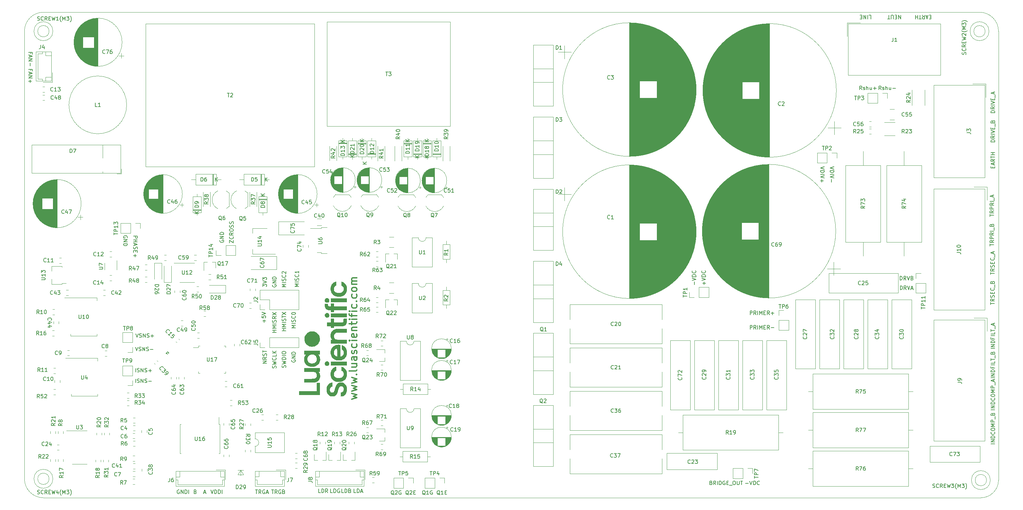
<source format=gbr>
%TF.GenerationSoftware,KiCad,Pcbnew,5.99.0-unknown-1f9723c~101~ubuntu18.04.1*%
%TF.CreationDate,2020-06-24T15:00:18+03:00*%
%TF.ProjectId,WaveUltrasonics,57617665-556c-4747-9261-736f6e696373,rev?*%
%TF.SameCoordinates,Original*%
%TF.FileFunction,Legend,Top*%
%TF.FilePolarity,Positive*%
%FSLAX46Y46*%
G04 Gerber Fmt 4.6, Leading zero omitted, Abs format (unit mm)*
G04 Created by KiCad (PCBNEW 5.99.0-unknown-1f9723c~101~ubuntu18.04.1) date 2020-06-24 15:00:18*
%MOMM*%
%LPD*%
G01*
G04 APERTURE LIST*
%ADD10C,0.150000*%
%ADD11C,0.300000*%
%TA.AperFunction,Profile*%
%ADD12C,0.050000*%
%TD*%
%ADD13C,0.120000*%
G04 APERTURE END LIST*
D10*
X95821761Y-152852380D02*
X95821761Y-151852380D01*
X96250333Y-152804761D02*
X96393190Y-152852380D01*
X96631285Y-152852380D01*
X96726523Y-152804761D01*
X96774142Y-152757142D01*
X96821761Y-152661904D01*
X96821761Y-152566666D01*
X96774142Y-152471428D01*
X96726523Y-152423809D01*
X96631285Y-152376190D01*
X96440809Y-152328571D01*
X96345571Y-152280952D01*
X96297952Y-152233333D01*
X96250333Y-152138095D01*
X96250333Y-152042857D01*
X96297952Y-151947619D01*
X96345571Y-151900000D01*
X96440809Y-151852380D01*
X96678904Y-151852380D01*
X96821761Y-151900000D01*
X97250333Y-152852380D02*
X97250333Y-151852380D01*
X97821761Y-152852380D01*
X97821761Y-151852380D01*
X98250333Y-152804761D02*
X98393190Y-152852380D01*
X98631285Y-152852380D01*
X98726523Y-152804761D01*
X98774142Y-152757142D01*
X98821761Y-152661904D01*
X98821761Y-152566666D01*
X98774142Y-152471428D01*
X98726523Y-152423809D01*
X98631285Y-152376190D01*
X98440809Y-152328571D01*
X98345571Y-152280952D01*
X98297952Y-152233333D01*
X98250333Y-152138095D01*
X98250333Y-152042857D01*
X98297952Y-151947619D01*
X98345571Y-151900000D01*
X98440809Y-151852380D01*
X98678904Y-151852380D01*
X98821761Y-151900000D01*
X99250333Y-152471428D02*
X100012238Y-152471428D01*
X99631285Y-152852380D02*
X99631285Y-152090476D01*
X95821761Y-155646380D02*
X95821761Y-154646380D01*
X96250333Y-155598761D02*
X96393190Y-155646380D01*
X96631285Y-155646380D01*
X96726523Y-155598761D01*
X96774142Y-155551142D01*
X96821761Y-155455904D01*
X96821761Y-155360666D01*
X96774142Y-155265428D01*
X96726523Y-155217809D01*
X96631285Y-155170190D01*
X96440809Y-155122571D01*
X96345571Y-155074952D01*
X96297952Y-155027333D01*
X96250333Y-154932095D01*
X96250333Y-154836857D01*
X96297952Y-154741619D01*
X96345571Y-154694000D01*
X96440809Y-154646380D01*
X96678904Y-154646380D01*
X96821761Y-154694000D01*
X97250333Y-155646380D02*
X97250333Y-154646380D01*
X97821761Y-155646380D01*
X97821761Y-154646380D01*
X98250333Y-155598761D02*
X98393190Y-155646380D01*
X98631285Y-155646380D01*
X98726523Y-155598761D01*
X98774142Y-155551142D01*
X98821761Y-155455904D01*
X98821761Y-155360666D01*
X98774142Y-155265428D01*
X98726523Y-155217809D01*
X98631285Y-155170190D01*
X98440809Y-155122571D01*
X98345571Y-155074952D01*
X98297952Y-155027333D01*
X98250333Y-154932095D01*
X98250333Y-154836857D01*
X98297952Y-154741619D01*
X98345571Y-154694000D01*
X98440809Y-154646380D01*
X98678904Y-154646380D01*
X98821761Y-154694000D01*
X99250333Y-155265428D02*
X100012238Y-155265428D01*
X95742428Y-146264380D02*
X96075761Y-147264380D01*
X96409095Y-146264380D01*
X96694809Y-147216761D02*
X96837666Y-147264380D01*
X97075761Y-147264380D01*
X97171000Y-147216761D01*
X97218619Y-147169142D01*
X97266238Y-147073904D01*
X97266238Y-146978666D01*
X97218619Y-146883428D01*
X97171000Y-146835809D01*
X97075761Y-146788190D01*
X96885285Y-146740571D01*
X96790047Y-146692952D01*
X96742428Y-146645333D01*
X96694809Y-146550095D01*
X96694809Y-146454857D01*
X96742428Y-146359619D01*
X96790047Y-146312000D01*
X96885285Y-146264380D01*
X97123380Y-146264380D01*
X97266238Y-146312000D01*
X97694809Y-147264380D02*
X97694809Y-146264380D01*
X98266238Y-147264380D01*
X98266238Y-146264380D01*
X98694809Y-147216761D02*
X98837666Y-147264380D01*
X99075761Y-147264380D01*
X99171000Y-147216761D01*
X99218619Y-147169142D01*
X99266238Y-147073904D01*
X99266238Y-146978666D01*
X99218619Y-146883428D01*
X99171000Y-146835809D01*
X99075761Y-146788190D01*
X98885285Y-146740571D01*
X98790047Y-146692952D01*
X98742428Y-146645333D01*
X98694809Y-146550095D01*
X98694809Y-146454857D01*
X98742428Y-146359619D01*
X98790047Y-146312000D01*
X98885285Y-146264380D01*
X99123380Y-146264380D01*
X99266238Y-146312000D01*
X99694809Y-146883428D02*
X100456714Y-146883428D01*
X95869428Y-142708380D02*
X96202761Y-143708380D01*
X96536095Y-142708380D01*
X96821809Y-143660761D02*
X96964666Y-143708380D01*
X97202761Y-143708380D01*
X97298000Y-143660761D01*
X97345619Y-143613142D01*
X97393238Y-143517904D01*
X97393238Y-143422666D01*
X97345619Y-143327428D01*
X97298000Y-143279809D01*
X97202761Y-143232190D01*
X97012285Y-143184571D01*
X96917047Y-143136952D01*
X96869428Y-143089333D01*
X96821809Y-142994095D01*
X96821809Y-142898857D01*
X96869428Y-142803619D01*
X96917047Y-142756000D01*
X97012285Y-142708380D01*
X97250380Y-142708380D01*
X97393238Y-142756000D01*
X97821809Y-143708380D02*
X97821809Y-142708380D01*
X98393238Y-143708380D01*
X98393238Y-142708380D01*
X98821809Y-143660761D02*
X98964666Y-143708380D01*
X99202761Y-143708380D01*
X99298000Y-143660761D01*
X99345619Y-143613142D01*
X99393238Y-143517904D01*
X99393238Y-143422666D01*
X99345619Y-143327428D01*
X99298000Y-143279809D01*
X99202761Y-143232190D01*
X99012285Y-143184571D01*
X98917047Y-143136952D01*
X98869428Y-143089333D01*
X98821809Y-142994095D01*
X98821809Y-142898857D01*
X98869428Y-142803619D01*
X98917047Y-142756000D01*
X99012285Y-142708380D01*
X99250380Y-142708380D01*
X99393238Y-142756000D01*
X99821809Y-143327428D02*
X100583714Y-143327428D01*
X100202761Y-143708380D02*
X100202761Y-142946476D01*
X153939952Y-184665880D02*
X153463761Y-184665880D01*
X153463761Y-183665880D01*
X154273285Y-184665880D02*
X154273285Y-183665880D01*
X154511380Y-183665880D01*
X154654238Y-183713500D01*
X154749476Y-183808738D01*
X154797095Y-183903976D01*
X154844714Y-184094452D01*
X154844714Y-184237309D01*
X154797095Y-184427785D01*
X154749476Y-184523023D01*
X154654238Y-184618261D01*
X154511380Y-184665880D01*
X154273285Y-184665880D01*
X155225666Y-184380166D02*
X155701857Y-184380166D01*
X155130428Y-184665880D02*
X155463761Y-183665880D01*
X155797095Y-184665880D01*
X150693523Y-184665880D02*
X150217333Y-184665880D01*
X150217333Y-183665880D01*
X151026857Y-184665880D02*
X151026857Y-183665880D01*
X151264952Y-183665880D01*
X151407809Y-183713500D01*
X151503047Y-183808738D01*
X151550666Y-183903976D01*
X151598285Y-184094452D01*
X151598285Y-184237309D01*
X151550666Y-184427785D01*
X151503047Y-184523023D01*
X151407809Y-184618261D01*
X151264952Y-184665880D01*
X151026857Y-184665880D01*
X152360190Y-184142071D02*
X152503047Y-184189690D01*
X152550666Y-184237309D01*
X152598285Y-184332547D01*
X152598285Y-184475404D01*
X152550666Y-184570642D01*
X152503047Y-184618261D01*
X152407809Y-184665880D01*
X152026857Y-184665880D01*
X152026857Y-183665880D01*
X152360190Y-183665880D01*
X152455428Y-183713500D01*
X152503047Y-183761119D01*
X152550666Y-183856357D01*
X152550666Y-183951595D01*
X152503047Y-184046833D01*
X152455428Y-184094452D01*
X152360190Y-184142071D01*
X152026857Y-184142071D01*
X147772523Y-184665880D02*
X147296333Y-184665880D01*
X147296333Y-183665880D01*
X148105857Y-184665880D02*
X148105857Y-183665880D01*
X148343952Y-183665880D01*
X148486809Y-183713500D01*
X148582047Y-183808738D01*
X148629666Y-183903976D01*
X148677285Y-184094452D01*
X148677285Y-184237309D01*
X148629666Y-184427785D01*
X148582047Y-184523023D01*
X148486809Y-184618261D01*
X148343952Y-184665880D01*
X148105857Y-184665880D01*
X149629666Y-183713500D02*
X149534428Y-183665880D01*
X149391571Y-183665880D01*
X149248714Y-183713500D01*
X149153476Y-183808738D01*
X149105857Y-183903976D01*
X149058238Y-184094452D01*
X149058238Y-184237309D01*
X149105857Y-184427785D01*
X149153476Y-184523023D01*
X149248714Y-184618261D01*
X149391571Y-184665880D01*
X149486809Y-184665880D01*
X149629666Y-184618261D01*
X149677285Y-184570642D01*
X149677285Y-184237309D01*
X149486809Y-184237309D01*
X144597523Y-184665880D02*
X144121333Y-184665880D01*
X144121333Y-183665880D01*
X144930857Y-184665880D02*
X144930857Y-183665880D01*
X145168952Y-183665880D01*
X145311809Y-183713500D01*
X145407047Y-183808738D01*
X145454666Y-183903976D01*
X145502285Y-184094452D01*
X145502285Y-184237309D01*
X145454666Y-184427785D01*
X145407047Y-184523023D01*
X145311809Y-184618261D01*
X145168952Y-184665880D01*
X144930857Y-184665880D01*
X146502285Y-184665880D02*
X146168952Y-184189690D01*
X145930857Y-184665880D02*
X145930857Y-183665880D01*
X146311809Y-183665880D01*
X146407047Y-183713500D01*
X146454666Y-183761119D01*
X146502285Y-183856357D01*
X146502285Y-183999214D01*
X146454666Y-184094452D01*
X146407047Y-184142071D01*
X146311809Y-184189690D01*
X145930857Y-184189690D01*
X322524380Y-171767000D02*
X321524380Y-171767000D01*
X322524380Y-171290809D02*
X321524380Y-171290809D01*
X322524380Y-170719380D01*
X321524380Y-170719380D01*
X322524380Y-170243190D02*
X321524380Y-170243190D01*
X321524380Y-170005095D01*
X321572000Y-169862238D01*
X321667238Y-169767000D01*
X321762476Y-169719380D01*
X321952952Y-169671761D01*
X322095809Y-169671761D01*
X322286285Y-169719380D01*
X322381523Y-169767000D01*
X322476761Y-169862238D01*
X322524380Y-170005095D01*
X322524380Y-170243190D01*
X322429142Y-168671761D02*
X322476761Y-168719380D01*
X322524380Y-168862238D01*
X322524380Y-168957476D01*
X322476761Y-169100333D01*
X322381523Y-169195571D01*
X322286285Y-169243190D01*
X322095809Y-169290809D01*
X321952952Y-169290809D01*
X321762476Y-169243190D01*
X321667238Y-169195571D01*
X321572000Y-169100333D01*
X321524380Y-168957476D01*
X321524380Y-168862238D01*
X321572000Y-168719380D01*
X321619619Y-168671761D01*
X321524380Y-168052714D02*
X321524380Y-167862238D01*
X321572000Y-167767000D01*
X321667238Y-167671761D01*
X321857714Y-167624142D01*
X322191047Y-167624142D01*
X322381523Y-167671761D01*
X322476761Y-167767000D01*
X322524380Y-167862238D01*
X322524380Y-168052714D01*
X322476761Y-168147952D01*
X322381523Y-168243190D01*
X322191047Y-168290809D01*
X321857714Y-168290809D01*
X321667238Y-168243190D01*
X321572000Y-168147952D01*
X321524380Y-168052714D01*
X322524380Y-167195571D02*
X321524380Y-167195571D01*
X322238666Y-166862238D01*
X321524380Y-166528904D01*
X322524380Y-166528904D01*
X322524380Y-166052714D02*
X321524380Y-166052714D01*
X321524380Y-165671761D01*
X321572000Y-165576523D01*
X321619619Y-165528904D01*
X321714857Y-165481285D01*
X321857714Y-165481285D01*
X321952952Y-165528904D01*
X322000571Y-165576523D01*
X322048190Y-165671761D01*
X322048190Y-166052714D01*
X322619619Y-165290809D02*
X322619619Y-164528904D01*
X322000571Y-163957476D02*
X322048190Y-163814619D01*
X322095809Y-163767000D01*
X322191047Y-163719380D01*
X322333904Y-163719380D01*
X322429142Y-163767000D01*
X322476761Y-163814619D01*
X322524380Y-163909857D01*
X322524380Y-164290809D01*
X321524380Y-164290809D01*
X321524380Y-163957476D01*
X321572000Y-163862238D01*
X321619619Y-163814619D01*
X321714857Y-163767000D01*
X321810095Y-163767000D01*
X321905333Y-163814619D01*
X321952952Y-163862238D01*
X322000571Y-163957476D01*
X322000571Y-164290809D01*
X322524380Y-162805571D02*
X321524380Y-162805571D01*
X322524380Y-162329380D02*
X321524380Y-162329380D01*
X322524380Y-161757952D01*
X321524380Y-161757952D01*
X322524380Y-161281761D02*
X321524380Y-161281761D01*
X321524380Y-161043666D01*
X321572000Y-160900809D01*
X321667238Y-160805571D01*
X321762476Y-160757952D01*
X321952952Y-160710333D01*
X322095809Y-160710333D01*
X322286285Y-160757952D01*
X322381523Y-160805571D01*
X322476761Y-160900809D01*
X322524380Y-161043666D01*
X322524380Y-161281761D01*
X322429142Y-159710333D02*
X322476761Y-159757952D01*
X322524380Y-159900809D01*
X322524380Y-159996047D01*
X322476761Y-160138904D01*
X322381523Y-160234142D01*
X322286285Y-160281761D01*
X322095809Y-160329380D01*
X321952952Y-160329380D01*
X321762476Y-160281761D01*
X321667238Y-160234142D01*
X321572000Y-160138904D01*
X321524380Y-159996047D01*
X321524380Y-159900809D01*
X321572000Y-159757952D01*
X321619619Y-159710333D01*
X321524380Y-159091285D02*
X321524380Y-158900809D01*
X321572000Y-158805571D01*
X321667238Y-158710333D01*
X321857714Y-158662714D01*
X322191047Y-158662714D01*
X322381523Y-158710333D01*
X322476761Y-158805571D01*
X322524380Y-158900809D01*
X322524380Y-159091285D01*
X322476761Y-159186523D01*
X322381523Y-159281761D01*
X322191047Y-159329380D01*
X321857714Y-159329380D01*
X321667238Y-159281761D01*
X321572000Y-159186523D01*
X321524380Y-159091285D01*
X322524380Y-158234142D02*
X321524380Y-158234142D01*
X322238666Y-157900809D01*
X321524380Y-157567476D01*
X322524380Y-157567476D01*
X322524380Y-157091285D02*
X321524380Y-157091285D01*
X321524380Y-156710333D01*
X321572000Y-156615095D01*
X321619619Y-156567476D01*
X321714857Y-156519857D01*
X321857714Y-156519857D01*
X321952952Y-156567476D01*
X322000571Y-156615095D01*
X322048190Y-156710333D01*
X322048190Y-157091285D01*
X322619619Y-156329380D02*
X322619619Y-155567476D01*
X322238666Y-155377000D02*
X322238666Y-154900809D01*
X322524380Y-155472238D02*
X321524380Y-155138904D01*
X322524380Y-154805571D01*
X322524380Y-154360142D02*
X321524380Y-154360142D01*
X322524380Y-153883952D02*
X321524380Y-153883952D01*
X322524380Y-153312523D01*
X321524380Y-153312523D01*
X322524380Y-152836333D02*
X321524380Y-152836333D01*
X321524380Y-152598238D01*
X321572000Y-152455380D01*
X321667238Y-152360142D01*
X321762476Y-152312523D01*
X321952952Y-152264904D01*
X322095809Y-152264904D01*
X322286285Y-152312523D01*
X322381523Y-152360142D01*
X322476761Y-152455380D01*
X322524380Y-152598238D01*
X322524380Y-152836333D01*
X322000571Y-151503000D02*
X322000571Y-151836333D01*
X322524380Y-151836333D02*
X321524380Y-151836333D01*
X321524380Y-151360142D01*
X322524380Y-150979190D02*
X321524380Y-150979190D01*
X322524380Y-150026809D02*
X322524380Y-150503000D01*
X321524380Y-150503000D01*
X321524380Y-149836333D02*
X321524380Y-149264904D01*
X322524380Y-149550619D02*
X321524380Y-149550619D01*
X322619619Y-149169666D02*
X322619619Y-148407761D01*
X322000571Y-147836333D02*
X322048190Y-147693476D01*
X322095809Y-147645857D01*
X322191047Y-147598238D01*
X322333904Y-147598238D01*
X322429142Y-147645857D01*
X322476761Y-147693476D01*
X322524380Y-147788714D01*
X322524380Y-148169666D01*
X321524380Y-148169666D01*
X321524380Y-147836333D01*
X321572000Y-147741095D01*
X321619619Y-147693476D01*
X321714857Y-147645857D01*
X321810095Y-147645857D01*
X321905333Y-147693476D01*
X321952952Y-147741095D01*
X322000571Y-147836333D01*
X322000571Y-148169666D01*
X322524380Y-146668714D02*
X321524380Y-146668714D01*
X322524380Y-146192523D02*
X321524380Y-146192523D01*
X322524380Y-145621095D01*
X321524380Y-145621095D01*
X322524380Y-145144904D02*
X321524380Y-145144904D01*
X321524380Y-144906809D01*
X321572000Y-144763952D01*
X321667238Y-144668714D01*
X321762476Y-144621095D01*
X321952952Y-144573476D01*
X322095809Y-144573476D01*
X322286285Y-144621095D01*
X322381523Y-144668714D01*
X322476761Y-144763952D01*
X322524380Y-144906809D01*
X322524380Y-145144904D01*
X322000571Y-143811571D02*
X322000571Y-144144904D01*
X322524380Y-144144904D02*
X321524380Y-144144904D01*
X321524380Y-143668714D01*
X322524380Y-143287761D02*
X321524380Y-143287761D01*
X322524380Y-142335380D02*
X322524380Y-142811571D01*
X321524380Y-142811571D01*
X321524380Y-142144904D02*
X321524380Y-141573476D01*
X322524380Y-141859190D02*
X321524380Y-141859190D01*
X322619619Y-141478238D02*
X322619619Y-140716333D01*
X322238666Y-140525857D02*
X322238666Y-140049666D01*
X322524380Y-140621095D02*
X321524380Y-140287761D01*
X322524380Y-139954428D01*
X321397380Y-135048238D02*
X321397380Y-134476809D01*
X322397380Y-134762523D02*
X321397380Y-134762523D01*
X322397380Y-133572047D02*
X321921190Y-133905380D01*
X322397380Y-134143476D02*
X321397380Y-134143476D01*
X321397380Y-133762523D01*
X321445000Y-133667285D01*
X321492619Y-133619666D01*
X321587857Y-133572047D01*
X321730714Y-133572047D01*
X321825952Y-133619666D01*
X321873571Y-133667285D01*
X321921190Y-133762523D01*
X321921190Y-134143476D01*
X322349761Y-133191095D02*
X322397380Y-133048238D01*
X322397380Y-132810142D01*
X322349761Y-132714904D01*
X322302142Y-132667285D01*
X322206904Y-132619666D01*
X322111666Y-132619666D01*
X322016428Y-132667285D01*
X321968809Y-132714904D01*
X321921190Y-132810142D01*
X321873571Y-133000619D01*
X321825952Y-133095857D01*
X321778333Y-133143476D01*
X321683095Y-133191095D01*
X321587857Y-133191095D01*
X321492619Y-133143476D01*
X321445000Y-133095857D01*
X321397380Y-133000619D01*
X321397380Y-132762523D01*
X321445000Y-132619666D01*
X321873571Y-132191095D02*
X321873571Y-131857761D01*
X322397380Y-131714904D02*
X322397380Y-132191095D01*
X321397380Y-132191095D01*
X321397380Y-131714904D01*
X322302142Y-130714904D02*
X322349761Y-130762523D01*
X322397380Y-130905380D01*
X322397380Y-131000619D01*
X322349761Y-131143476D01*
X322254523Y-131238714D01*
X322159285Y-131286333D01*
X321968809Y-131333952D01*
X321825952Y-131333952D01*
X321635476Y-131286333D01*
X321540238Y-131238714D01*
X321445000Y-131143476D01*
X321397380Y-131000619D01*
X321397380Y-130905380D01*
X321445000Y-130762523D01*
X321492619Y-130714904D01*
X322492619Y-130524428D02*
X322492619Y-129762523D01*
X321873571Y-129191095D02*
X321921190Y-129048238D01*
X321968809Y-129000619D01*
X322064047Y-128953000D01*
X322206904Y-128953000D01*
X322302142Y-129000619D01*
X322349761Y-129048238D01*
X322397380Y-129143476D01*
X322397380Y-129524428D01*
X321397380Y-129524428D01*
X321397380Y-129191095D01*
X321445000Y-129095857D01*
X321492619Y-129048238D01*
X321587857Y-129000619D01*
X321683095Y-129000619D01*
X321778333Y-129048238D01*
X321825952Y-129095857D01*
X321873571Y-129191095D01*
X321873571Y-129524428D01*
X321397380Y-127102809D02*
X321397380Y-126531380D01*
X322397380Y-126817095D02*
X321397380Y-126817095D01*
X322397380Y-125626619D02*
X321921190Y-125959952D01*
X322397380Y-126198047D02*
X321397380Y-126198047D01*
X321397380Y-125817095D01*
X321445000Y-125721857D01*
X321492619Y-125674238D01*
X321587857Y-125626619D01*
X321730714Y-125626619D01*
X321825952Y-125674238D01*
X321873571Y-125721857D01*
X321921190Y-125817095D01*
X321921190Y-126198047D01*
X322349761Y-125245666D02*
X322397380Y-125102809D01*
X322397380Y-124864714D01*
X322349761Y-124769476D01*
X322302142Y-124721857D01*
X322206904Y-124674238D01*
X322111666Y-124674238D01*
X322016428Y-124721857D01*
X321968809Y-124769476D01*
X321921190Y-124864714D01*
X321873571Y-125055190D01*
X321825952Y-125150428D01*
X321778333Y-125198047D01*
X321683095Y-125245666D01*
X321587857Y-125245666D01*
X321492619Y-125198047D01*
X321445000Y-125150428D01*
X321397380Y-125055190D01*
X321397380Y-124817095D01*
X321445000Y-124674238D01*
X321873571Y-124245666D02*
X321873571Y-123912333D01*
X322397380Y-123769476D02*
X322397380Y-124245666D01*
X321397380Y-124245666D01*
X321397380Y-123769476D01*
X322302142Y-122769476D02*
X322349761Y-122817095D01*
X322397380Y-122959952D01*
X322397380Y-123055190D01*
X322349761Y-123198047D01*
X322254523Y-123293285D01*
X322159285Y-123340904D01*
X321968809Y-123388523D01*
X321825952Y-123388523D01*
X321635476Y-123340904D01*
X321540238Y-123293285D01*
X321445000Y-123198047D01*
X321397380Y-123055190D01*
X321397380Y-122959952D01*
X321445000Y-122817095D01*
X321492619Y-122769476D01*
X322492619Y-122579000D02*
X322492619Y-121817095D01*
X322111666Y-121626619D02*
X322111666Y-121150428D01*
X322397380Y-121721857D02*
X321397380Y-121388523D01*
X322397380Y-121055190D01*
X321270380Y-119617761D02*
X321270380Y-119046333D01*
X322270380Y-119332047D02*
X321270380Y-119332047D01*
X322270380Y-118141571D02*
X321794190Y-118474904D01*
X322270380Y-118713000D02*
X321270380Y-118713000D01*
X321270380Y-118332047D01*
X321318000Y-118236809D01*
X321365619Y-118189190D01*
X321460857Y-118141571D01*
X321603714Y-118141571D01*
X321698952Y-118189190D01*
X321746571Y-118236809D01*
X321794190Y-118332047D01*
X321794190Y-118713000D01*
X322270380Y-117713000D02*
X321270380Y-117713000D01*
X321270380Y-117332047D01*
X321318000Y-117236809D01*
X321365619Y-117189190D01*
X321460857Y-117141571D01*
X321603714Y-117141571D01*
X321698952Y-117189190D01*
X321746571Y-117236809D01*
X321794190Y-117332047D01*
X321794190Y-117713000D01*
X322270380Y-116141571D02*
X321794190Y-116474904D01*
X322270380Y-116713000D02*
X321270380Y-116713000D01*
X321270380Y-116332047D01*
X321318000Y-116236809D01*
X321365619Y-116189190D01*
X321460857Y-116141571D01*
X321603714Y-116141571D01*
X321698952Y-116189190D01*
X321746571Y-116236809D01*
X321794190Y-116332047D01*
X321794190Y-116713000D01*
X322270380Y-115713000D02*
X321270380Y-115713000D01*
X322365619Y-115474904D02*
X322365619Y-114713000D01*
X321746571Y-114141571D02*
X321794190Y-113998714D01*
X321841809Y-113951095D01*
X321937047Y-113903476D01*
X322079904Y-113903476D01*
X322175142Y-113951095D01*
X322222761Y-113998714D01*
X322270380Y-114093952D01*
X322270380Y-114474904D01*
X321270380Y-114474904D01*
X321270380Y-114141571D01*
X321318000Y-114046333D01*
X321365619Y-113998714D01*
X321460857Y-113951095D01*
X321556095Y-113951095D01*
X321651333Y-113998714D01*
X321698952Y-114046333D01*
X321746571Y-114141571D01*
X321746571Y-114474904D01*
X321270380Y-111799333D02*
X321270380Y-111227904D01*
X322270380Y-111513619D02*
X321270380Y-111513619D01*
X322270380Y-110323142D02*
X321794190Y-110656476D01*
X322270380Y-110894571D02*
X321270380Y-110894571D01*
X321270380Y-110513619D01*
X321318000Y-110418380D01*
X321365619Y-110370761D01*
X321460857Y-110323142D01*
X321603714Y-110323142D01*
X321698952Y-110370761D01*
X321746571Y-110418380D01*
X321794190Y-110513619D01*
X321794190Y-110894571D01*
X322270380Y-109894571D02*
X321270380Y-109894571D01*
X321270380Y-109513619D01*
X321318000Y-109418380D01*
X321365619Y-109370761D01*
X321460857Y-109323142D01*
X321603714Y-109323142D01*
X321698952Y-109370761D01*
X321746571Y-109418380D01*
X321794190Y-109513619D01*
X321794190Y-109894571D01*
X322270380Y-108323142D02*
X321794190Y-108656476D01*
X322270380Y-108894571D02*
X321270380Y-108894571D01*
X321270380Y-108513619D01*
X321318000Y-108418380D01*
X321365619Y-108370761D01*
X321460857Y-108323142D01*
X321603714Y-108323142D01*
X321698952Y-108370761D01*
X321746571Y-108418380D01*
X321794190Y-108513619D01*
X321794190Y-108894571D01*
X322270380Y-107894571D02*
X321270380Y-107894571D01*
X322365619Y-107656476D02*
X322365619Y-106894571D01*
X321984666Y-106704095D02*
X321984666Y-106227904D01*
X322270380Y-106799333D02*
X321270380Y-106466000D01*
X322270380Y-106132666D01*
X95305619Y-116999095D02*
X96305619Y-116999095D01*
X96305619Y-117380047D01*
X96258000Y-117475285D01*
X96210380Y-117522904D01*
X96115142Y-117570523D01*
X95972285Y-117570523D01*
X95877047Y-117522904D01*
X95829428Y-117475285D01*
X95781809Y-117380047D01*
X95781809Y-116999095D01*
X95305619Y-117999095D02*
X96305619Y-117999095D01*
X95829428Y-117999095D02*
X95829428Y-118570523D01*
X95305619Y-118570523D02*
X96305619Y-118570523D01*
X95591333Y-118999095D02*
X95591333Y-119475285D01*
X95305619Y-118903857D02*
X96305619Y-119237190D01*
X95305619Y-119570523D01*
X95353238Y-119856238D02*
X95305619Y-119999095D01*
X95305619Y-120237190D01*
X95353238Y-120332428D01*
X95400857Y-120380047D01*
X95496095Y-120427666D01*
X95591333Y-120427666D01*
X95686571Y-120380047D01*
X95734190Y-120332428D01*
X95781809Y-120237190D01*
X95829428Y-120046714D01*
X95877047Y-119951476D01*
X95924666Y-119903857D01*
X96019904Y-119856238D01*
X96115142Y-119856238D01*
X96210380Y-119903857D01*
X96258000Y-119951476D01*
X96305619Y-120046714D01*
X96305619Y-120284809D01*
X96258000Y-120427666D01*
X95829428Y-120856238D02*
X95829428Y-121189571D01*
X95305619Y-121332428D02*
X95305619Y-120856238D01*
X96305619Y-120856238D01*
X96305619Y-121332428D01*
X95686571Y-121761000D02*
X95686571Y-122522904D01*
X95305619Y-122141952D02*
X96067523Y-122141952D01*
X135453380Y-130420809D02*
X134453380Y-130420809D01*
X135167666Y-130087476D01*
X134453380Y-129754142D01*
X135453380Y-129754142D01*
X135453380Y-129277952D02*
X134453380Y-129277952D01*
X135405761Y-128849380D02*
X135453380Y-128706523D01*
X135453380Y-128468428D01*
X135405761Y-128373190D01*
X135358142Y-128325571D01*
X135262904Y-128277952D01*
X135167666Y-128277952D01*
X135072428Y-128325571D01*
X135024809Y-128373190D01*
X134977190Y-128468428D01*
X134929571Y-128658904D01*
X134881952Y-128754142D01*
X134834333Y-128801761D01*
X134739095Y-128849380D01*
X134643857Y-128849380D01*
X134548619Y-128801761D01*
X134501000Y-128754142D01*
X134453380Y-128658904D01*
X134453380Y-128420809D01*
X134501000Y-128277952D01*
X135358142Y-127277952D02*
X135405761Y-127325571D01*
X135453380Y-127468428D01*
X135453380Y-127563666D01*
X135405761Y-127706523D01*
X135310523Y-127801761D01*
X135215285Y-127849380D01*
X135024809Y-127897000D01*
X134881952Y-127897000D01*
X134691476Y-127849380D01*
X134596238Y-127801761D01*
X134501000Y-127706523D01*
X134453380Y-127563666D01*
X134453380Y-127468428D01*
X134501000Y-127325571D01*
X134548619Y-127277952D01*
X134548619Y-126897000D02*
X134501000Y-126849380D01*
X134453380Y-126754142D01*
X134453380Y-126516047D01*
X134501000Y-126420809D01*
X134548619Y-126373190D01*
X134643857Y-126325571D01*
X134739095Y-126325571D01*
X134881952Y-126373190D01*
X135453380Y-126944619D01*
X135453380Y-126325571D01*
X131691285Y-183919880D02*
X132262714Y-183919880D01*
X131977000Y-184919880D02*
X131977000Y-183919880D01*
X133167476Y-184919880D02*
X132834142Y-184443690D01*
X132596047Y-184919880D02*
X132596047Y-183919880D01*
X132977000Y-183919880D01*
X133072238Y-183967500D01*
X133119857Y-184015119D01*
X133167476Y-184110357D01*
X133167476Y-184253214D01*
X133119857Y-184348452D01*
X133072238Y-184396071D01*
X132977000Y-184443690D01*
X132596047Y-184443690D01*
X134119857Y-183967500D02*
X134024619Y-183919880D01*
X133881761Y-183919880D01*
X133738904Y-183967500D01*
X133643666Y-184062738D01*
X133596047Y-184157976D01*
X133548428Y-184348452D01*
X133548428Y-184491309D01*
X133596047Y-184681785D01*
X133643666Y-184777023D01*
X133738904Y-184872261D01*
X133881761Y-184919880D01*
X133977000Y-184919880D01*
X134119857Y-184872261D01*
X134167476Y-184824642D01*
X134167476Y-184491309D01*
X133977000Y-184491309D01*
X134929380Y-184396071D02*
X135072238Y-184443690D01*
X135119857Y-184491309D01*
X135167476Y-184586547D01*
X135167476Y-184729404D01*
X135119857Y-184824642D01*
X135072238Y-184872261D01*
X134977000Y-184919880D01*
X134596047Y-184919880D01*
X134596047Y-183919880D01*
X134929380Y-183919880D01*
X135024619Y-183967500D01*
X135072238Y-184015119D01*
X135119857Y-184110357D01*
X135119857Y-184205595D01*
X135072238Y-184300833D01*
X135024619Y-184348452D01*
X134929380Y-184396071D01*
X134596047Y-184396071D01*
X127444714Y-183919880D02*
X128016142Y-183919880D01*
X127730428Y-184919880D02*
X127730428Y-183919880D01*
X128920904Y-184919880D02*
X128587571Y-184443690D01*
X128349476Y-184919880D02*
X128349476Y-183919880D01*
X128730428Y-183919880D01*
X128825666Y-183967500D01*
X128873285Y-184015119D01*
X128920904Y-184110357D01*
X128920904Y-184253214D01*
X128873285Y-184348452D01*
X128825666Y-184396071D01*
X128730428Y-184443690D01*
X128349476Y-184443690D01*
X129873285Y-183967500D02*
X129778047Y-183919880D01*
X129635190Y-183919880D01*
X129492333Y-183967500D01*
X129397095Y-184062738D01*
X129349476Y-184157976D01*
X129301857Y-184348452D01*
X129301857Y-184491309D01*
X129349476Y-184681785D01*
X129397095Y-184777023D01*
X129492333Y-184872261D01*
X129635190Y-184919880D01*
X129730428Y-184919880D01*
X129873285Y-184872261D01*
X129920904Y-184824642D01*
X129920904Y-184491309D01*
X129730428Y-184491309D01*
X130301857Y-184634166D02*
X130778047Y-184634166D01*
X130206619Y-184919880D02*
X130539952Y-183919880D01*
X130873285Y-184919880D01*
X107331000Y-183967500D02*
X107235761Y-183919880D01*
X107092904Y-183919880D01*
X106950047Y-183967500D01*
X106854809Y-184062738D01*
X106807190Y-184157976D01*
X106759571Y-184348452D01*
X106759571Y-184491309D01*
X106807190Y-184681785D01*
X106854809Y-184777023D01*
X106950047Y-184872261D01*
X107092904Y-184919880D01*
X107188142Y-184919880D01*
X107331000Y-184872261D01*
X107378619Y-184824642D01*
X107378619Y-184491309D01*
X107188142Y-184491309D01*
X107807190Y-184919880D02*
X107807190Y-183919880D01*
X108378619Y-184919880D01*
X108378619Y-183919880D01*
X108854809Y-184919880D02*
X108854809Y-183919880D01*
X109092904Y-183919880D01*
X109235761Y-183967500D01*
X109331000Y-184062738D01*
X109378619Y-184157976D01*
X109426238Y-184348452D01*
X109426238Y-184491309D01*
X109378619Y-184681785D01*
X109331000Y-184777023D01*
X109235761Y-184872261D01*
X109092904Y-184919880D01*
X108854809Y-184919880D01*
X109854809Y-184919880D02*
X109854809Y-183919880D01*
X115649571Y-183919880D02*
X115982904Y-184919880D01*
X116316238Y-183919880D01*
X116649571Y-184919880D02*
X116649571Y-183919880D01*
X116887666Y-183919880D01*
X117030523Y-183967500D01*
X117125761Y-184062738D01*
X117173380Y-184157976D01*
X117221000Y-184348452D01*
X117221000Y-184491309D01*
X117173380Y-184681785D01*
X117125761Y-184777023D01*
X117030523Y-184872261D01*
X116887666Y-184919880D01*
X116649571Y-184919880D01*
X117649571Y-184919880D02*
X117649571Y-183919880D01*
X117887666Y-183919880D01*
X118030523Y-183967500D01*
X118125761Y-184062738D01*
X118173380Y-184157976D01*
X118221000Y-184348452D01*
X118221000Y-184491309D01*
X118173380Y-184681785D01*
X118125761Y-184777023D01*
X118030523Y-184872261D01*
X117887666Y-184919880D01*
X117649571Y-184919880D01*
X118649571Y-184919880D02*
X118649571Y-183919880D01*
X111577428Y-184396071D02*
X111720285Y-184443690D01*
X111767904Y-184491309D01*
X111815523Y-184586547D01*
X111815523Y-184729404D01*
X111767904Y-184824642D01*
X111720285Y-184872261D01*
X111625047Y-184919880D01*
X111244095Y-184919880D01*
X111244095Y-183919880D01*
X111577428Y-183919880D01*
X111672666Y-183967500D01*
X111720285Y-184015119D01*
X111767904Y-184110357D01*
X111767904Y-184205595D01*
X111720285Y-184300833D01*
X111672666Y-184348452D01*
X111577428Y-184396071D01*
X111244095Y-184396071D01*
X113807904Y-184634166D02*
X114284095Y-184634166D01*
X113712666Y-184919880D02*
X114046000Y-183919880D01*
X114379333Y-184919880D01*
X93591000Y-117475095D02*
X93638619Y-117379857D01*
X93638619Y-117237000D01*
X93591000Y-117094142D01*
X93495761Y-116998904D01*
X93400523Y-116951285D01*
X93210047Y-116903666D01*
X93067190Y-116903666D01*
X92876714Y-116951285D01*
X92781476Y-116998904D01*
X92686238Y-117094142D01*
X92638619Y-117237000D01*
X92638619Y-117332238D01*
X92686238Y-117475095D01*
X92733857Y-117522714D01*
X93067190Y-117522714D01*
X93067190Y-117332238D01*
X92638619Y-117951285D02*
X93638619Y-117951285D01*
X92638619Y-118522714D01*
X93638619Y-118522714D01*
X92638619Y-118998904D02*
X93638619Y-118998904D01*
X93638619Y-119237000D01*
X93591000Y-119379857D01*
X93495761Y-119475095D01*
X93400523Y-119522714D01*
X93210047Y-119570333D01*
X93067190Y-119570333D01*
X92876714Y-119522714D01*
X92781476Y-119475095D01*
X92686238Y-119379857D01*
X92638619Y-119237000D01*
X92638619Y-118998904D01*
X118118000Y-118109904D02*
X118070380Y-118205142D01*
X118070380Y-118348000D01*
X118118000Y-118490857D01*
X118213238Y-118586095D01*
X118308476Y-118633714D01*
X118498952Y-118681333D01*
X118641809Y-118681333D01*
X118832285Y-118633714D01*
X118927523Y-118586095D01*
X119022761Y-118490857D01*
X119070380Y-118348000D01*
X119070380Y-118252761D01*
X119022761Y-118109904D01*
X118975142Y-118062285D01*
X118641809Y-118062285D01*
X118641809Y-118252761D01*
X119070380Y-117633714D02*
X118070380Y-117633714D01*
X119070380Y-117062285D01*
X118070380Y-117062285D01*
X119070380Y-116586095D02*
X118070380Y-116586095D01*
X118070380Y-116348000D01*
X118118000Y-116205142D01*
X118213238Y-116109904D01*
X118308476Y-116062285D01*
X118498952Y-116014666D01*
X118641809Y-116014666D01*
X118832285Y-116062285D01*
X118927523Y-116109904D01*
X119022761Y-116205142D01*
X119070380Y-116348000D01*
X119070380Y-116586095D01*
X120610380Y-118760523D02*
X120610380Y-118093857D01*
X121610380Y-118760523D01*
X121610380Y-118093857D01*
X121515142Y-117141476D02*
X121562761Y-117189095D01*
X121610380Y-117331952D01*
X121610380Y-117427190D01*
X121562761Y-117570047D01*
X121467523Y-117665285D01*
X121372285Y-117712904D01*
X121181809Y-117760523D01*
X121038952Y-117760523D01*
X120848476Y-117712904D01*
X120753238Y-117665285D01*
X120658000Y-117570047D01*
X120610380Y-117427190D01*
X120610380Y-117331952D01*
X120658000Y-117189095D01*
X120705619Y-117141476D01*
X121610380Y-116141476D02*
X121134190Y-116474809D01*
X121610380Y-116712904D02*
X120610380Y-116712904D01*
X120610380Y-116331952D01*
X120658000Y-116236714D01*
X120705619Y-116189095D01*
X120800857Y-116141476D01*
X120943714Y-116141476D01*
X121038952Y-116189095D01*
X121086571Y-116236714D01*
X121134190Y-116331952D01*
X121134190Y-116712904D01*
X120610380Y-115522428D02*
X120610380Y-115331952D01*
X120658000Y-115236714D01*
X120753238Y-115141476D01*
X120943714Y-115093857D01*
X121277047Y-115093857D01*
X121467523Y-115141476D01*
X121562761Y-115236714D01*
X121610380Y-115331952D01*
X121610380Y-115522428D01*
X121562761Y-115617666D01*
X121467523Y-115712904D01*
X121277047Y-115760523D01*
X120943714Y-115760523D01*
X120753238Y-115712904D01*
X120658000Y-115617666D01*
X120610380Y-115522428D01*
X121562761Y-114712904D02*
X121610380Y-114570047D01*
X121610380Y-114331952D01*
X121562761Y-114236714D01*
X121515142Y-114189095D01*
X121419904Y-114141476D01*
X121324666Y-114141476D01*
X121229428Y-114189095D01*
X121181809Y-114236714D01*
X121134190Y-114331952D01*
X121086571Y-114522428D01*
X121038952Y-114617666D01*
X120991333Y-114665285D01*
X120896095Y-114712904D01*
X120800857Y-114712904D01*
X120705619Y-114665285D01*
X120658000Y-114617666D01*
X120610380Y-114522428D01*
X120610380Y-114284333D01*
X120658000Y-114141476D01*
X121562761Y-113760523D02*
X121610380Y-113617666D01*
X121610380Y-113379571D01*
X121562761Y-113284333D01*
X121515142Y-113236714D01*
X121419904Y-113189095D01*
X121324666Y-113189095D01*
X121229428Y-113236714D01*
X121181809Y-113284333D01*
X121134190Y-113379571D01*
X121086571Y-113570047D01*
X121038952Y-113665285D01*
X120991333Y-113712904D01*
X120896095Y-113760523D01*
X120800857Y-113760523D01*
X120705619Y-113712904D01*
X120658000Y-113665285D01*
X120610380Y-113570047D01*
X120610380Y-113331952D01*
X120658000Y-113189095D01*
X137993380Y-141215809D02*
X136993380Y-141215809D01*
X137707666Y-140882476D01*
X136993380Y-140549142D01*
X137993380Y-140549142D01*
X137993380Y-140072952D02*
X136993380Y-140072952D01*
X137945761Y-139644380D02*
X137993380Y-139501523D01*
X137993380Y-139263428D01*
X137945761Y-139168190D01*
X137898142Y-139120571D01*
X137802904Y-139072952D01*
X137707666Y-139072952D01*
X137612428Y-139120571D01*
X137564809Y-139168190D01*
X137517190Y-139263428D01*
X137469571Y-139453904D01*
X137421952Y-139549142D01*
X137374333Y-139596761D01*
X137279095Y-139644380D01*
X137183857Y-139644380D01*
X137088619Y-139596761D01*
X137041000Y-139549142D01*
X136993380Y-139453904D01*
X136993380Y-139215809D01*
X137041000Y-139072952D01*
X137898142Y-138072952D02*
X137945761Y-138120571D01*
X137993380Y-138263428D01*
X137993380Y-138358666D01*
X137945761Y-138501523D01*
X137850523Y-138596761D01*
X137755285Y-138644380D01*
X137564809Y-138692000D01*
X137421952Y-138692000D01*
X137231476Y-138644380D01*
X137136238Y-138596761D01*
X137041000Y-138501523D01*
X136993380Y-138358666D01*
X136993380Y-138263428D01*
X137041000Y-138120571D01*
X137088619Y-138072952D01*
X136993380Y-137453904D02*
X136993380Y-137358666D01*
X137041000Y-137263428D01*
X137088619Y-137215809D01*
X137183857Y-137168190D01*
X137374333Y-137120571D01*
X137612428Y-137120571D01*
X137802904Y-137168190D01*
X137898142Y-137215809D01*
X137945761Y-137263428D01*
X137993380Y-137358666D01*
X137993380Y-137453904D01*
X137945761Y-137549142D01*
X137898142Y-137596761D01*
X137802904Y-137644380D01*
X137612428Y-137692000D01*
X137374333Y-137692000D01*
X137183857Y-137644380D01*
X137088619Y-137596761D01*
X137041000Y-137549142D01*
X136993380Y-137453904D01*
X137041000Y-149669404D02*
X136993380Y-149764642D01*
X136993380Y-149907500D01*
X137041000Y-150050357D01*
X137136238Y-150145595D01*
X137231476Y-150193214D01*
X137421952Y-150240833D01*
X137564809Y-150240833D01*
X137755285Y-150193214D01*
X137850523Y-150145595D01*
X137945761Y-150050357D01*
X137993380Y-149907500D01*
X137993380Y-149812261D01*
X137945761Y-149669404D01*
X137898142Y-149621785D01*
X137564809Y-149621785D01*
X137564809Y-149812261D01*
X137993380Y-149193214D02*
X136993380Y-149193214D01*
X137993380Y-148621785D01*
X136993380Y-148621785D01*
X137993380Y-148145595D02*
X136993380Y-148145595D01*
X136993380Y-147907500D01*
X137041000Y-147764642D01*
X137136238Y-147669404D01*
X137231476Y-147621785D01*
X137421952Y-147574166D01*
X137564809Y-147574166D01*
X137755285Y-147621785D01*
X137850523Y-147669404D01*
X137945761Y-147764642D01*
X137993380Y-147907500D01*
X137993380Y-148145595D01*
X135405761Y-151661547D02*
X135453380Y-151518690D01*
X135453380Y-151280595D01*
X135405761Y-151185357D01*
X135358142Y-151137738D01*
X135262904Y-151090119D01*
X135167666Y-151090119D01*
X135072428Y-151137738D01*
X135024809Y-151185357D01*
X134977190Y-151280595D01*
X134929571Y-151471071D01*
X134881952Y-151566309D01*
X134834333Y-151613928D01*
X134739095Y-151661547D01*
X134643857Y-151661547D01*
X134548619Y-151613928D01*
X134501000Y-151566309D01*
X134453380Y-151471071D01*
X134453380Y-151232976D01*
X134501000Y-151090119D01*
X134453380Y-150756785D02*
X135453380Y-150518690D01*
X134739095Y-150328214D01*
X135453380Y-150137738D01*
X134453380Y-149899642D01*
X135453380Y-149518690D02*
X134453380Y-149518690D01*
X134453380Y-149280595D01*
X134501000Y-149137738D01*
X134596238Y-149042500D01*
X134691476Y-148994880D01*
X134881952Y-148947261D01*
X135024809Y-148947261D01*
X135215285Y-148994880D01*
X135310523Y-149042500D01*
X135405761Y-149137738D01*
X135453380Y-149280595D01*
X135453380Y-149518690D01*
X135453380Y-148518690D02*
X134453380Y-148518690D01*
X134453380Y-147852023D02*
X134453380Y-147661547D01*
X134501000Y-147566309D01*
X134596238Y-147471071D01*
X134786714Y-147423452D01*
X135120047Y-147423452D01*
X135310523Y-147471071D01*
X135405761Y-147566309D01*
X135453380Y-147661547D01*
X135453380Y-147852023D01*
X135405761Y-147947261D01*
X135310523Y-148042500D01*
X135120047Y-148090119D01*
X134786714Y-148090119D01*
X134596238Y-148042500D01*
X134501000Y-147947261D01*
X134453380Y-147852023D01*
X132865761Y-151804404D02*
X132913380Y-151661547D01*
X132913380Y-151423452D01*
X132865761Y-151328214D01*
X132818142Y-151280595D01*
X132722904Y-151232976D01*
X132627666Y-151232976D01*
X132532428Y-151280595D01*
X132484809Y-151328214D01*
X132437190Y-151423452D01*
X132389571Y-151613928D01*
X132341952Y-151709166D01*
X132294333Y-151756785D01*
X132199095Y-151804404D01*
X132103857Y-151804404D01*
X132008619Y-151756785D01*
X131961000Y-151709166D01*
X131913380Y-151613928D01*
X131913380Y-151375833D01*
X131961000Y-151232976D01*
X131913380Y-150899642D02*
X132913380Y-150661547D01*
X132199095Y-150471071D01*
X132913380Y-150280595D01*
X131913380Y-150042500D01*
X132818142Y-149090119D02*
X132865761Y-149137738D01*
X132913380Y-149280595D01*
X132913380Y-149375833D01*
X132865761Y-149518690D01*
X132770523Y-149613928D01*
X132675285Y-149661547D01*
X132484809Y-149709166D01*
X132341952Y-149709166D01*
X132151476Y-149661547D01*
X132056238Y-149613928D01*
X131961000Y-149518690D01*
X131913380Y-149375833D01*
X131913380Y-149280595D01*
X131961000Y-149137738D01*
X132008619Y-149090119D01*
X132913380Y-148185357D02*
X132913380Y-148661547D01*
X131913380Y-148661547D01*
X132913380Y-147852023D02*
X131913380Y-147852023D01*
X132913380Y-147280595D02*
X132341952Y-147709166D01*
X131913380Y-147280595D02*
X132484809Y-147852023D01*
X130373380Y-150550357D02*
X129373380Y-150550357D01*
X130373380Y-149978928D01*
X129373380Y-149978928D01*
X130373380Y-148931309D02*
X129897190Y-149264642D01*
X130373380Y-149502738D02*
X129373380Y-149502738D01*
X129373380Y-149121785D01*
X129421000Y-149026547D01*
X129468619Y-148978928D01*
X129563857Y-148931309D01*
X129706714Y-148931309D01*
X129801952Y-148978928D01*
X129849571Y-149026547D01*
X129897190Y-149121785D01*
X129897190Y-149502738D01*
X130325761Y-148550357D02*
X130373380Y-148407500D01*
X130373380Y-148169404D01*
X130325761Y-148074166D01*
X130278142Y-148026547D01*
X130182904Y-147978928D01*
X130087666Y-147978928D01*
X129992428Y-148026547D01*
X129944809Y-148074166D01*
X129897190Y-148169404D01*
X129849571Y-148359880D01*
X129801952Y-148455119D01*
X129754333Y-148502738D01*
X129659095Y-148550357D01*
X129563857Y-148550357D01*
X129468619Y-148502738D01*
X129421000Y-148455119D01*
X129373380Y-148359880D01*
X129373380Y-148121785D01*
X129421000Y-147978928D01*
X129373380Y-147693214D02*
X129373380Y-147121785D01*
X130373380Y-147407500D02*
X129373380Y-147407500D01*
D11*
X152860428Y-159986238D02*
X154193761Y-159605285D01*
X153241380Y-159224333D01*
X154193761Y-158843380D01*
X152860428Y-158462428D01*
X152860428Y-157891000D02*
X154193761Y-157510047D01*
X153241380Y-157129095D01*
X154193761Y-156748142D01*
X152860428Y-156367190D01*
X152860428Y-155795761D02*
X154193761Y-155414809D01*
X153241380Y-155033857D01*
X154193761Y-154652904D01*
X152860428Y-154271952D01*
X154003285Y-153510047D02*
X154098523Y-153414809D01*
X154193761Y-153510047D01*
X154098523Y-153605285D01*
X154003285Y-153510047D01*
X154193761Y-153510047D01*
X154193761Y-152271952D02*
X154098523Y-152462428D01*
X153908047Y-152557666D01*
X152193761Y-152557666D01*
X152860428Y-150652904D02*
X154193761Y-150652904D01*
X152860428Y-151510047D02*
X153908047Y-151510047D01*
X154098523Y-151414809D01*
X154193761Y-151224333D01*
X154193761Y-150938619D01*
X154098523Y-150748142D01*
X154003285Y-150652904D01*
X154193761Y-148843380D02*
X153146142Y-148843380D01*
X152955666Y-148938619D01*
X152860428Y-149129095D01*
X152860428Y-149510047D01*
X152955666Y-149700523D01*
X154098523Y-148843380D02*
X154193761Y-149033857D01*
X154193761Y-149510047D01*
X154098523Y-149700523D01*
X153908047Y-149795761D01*
X153717571Y-149795761D01*
X153527095Y-149700523D01*
X153431857Y-149510047D01*
X153431857Y-149033857D01*
X153336619Y-148843380D01*
X154098523Y-147986238D02*
X154193761Y-147795761D01*
X154193761Y-147414809D01*
X154098523Y-147224333D01*
X153908047Y-147129095D01*
X153812809Y-147129095D01*
X153622333Y-147224333D01*
X153527095Y-147414809D01*
X153527095Y-147700523D01*
X153431857Y-147891000D01*
X153241380Y-147986238D01*
X153146142Y-147986238D01*
X152955666Y-147891000D01*
X152860428Y-147700523D01*
X152860428Y-147414809D01*
X152955666Y-147224333D01*
X154098523Y-145414809D02*
X154193761Y-145605285D01*
X154193761Y-145986238D01*
X154098523Y-146176714D01*
X154003285Y-146271952D01*
X153812809Y-146367190D01*
X153241380Y-146367190D01*
X153050904Y-146271952D01*
X152955666Y-146176714D01*
X152860428Y-145986238D01*
X152860428Y-145605285D01*
X152955666Y-145414809D01*
X154193761Y-144557666D02*
X152860428Y-144557666D01*
X152193761Y-144557666D02*
X152289000Y-144652904D01*
X152384238Y-144557666D01*
X152289000Y-144462428D01*
X152193761Y-144557666D01*
X152384238Y-144557666D01*
X154098523Y-142843380D02*
X154193761Y-143033857D01*
X154193761Y-143414809D01*
X154098523Y-143605285D01*
X153908047Y-143700523D01*
X153146142Y-143700523D01*
X152955666Y-143605285D01*
X152860428Y-143414809D01*
X152860428Y-143033857D01*
X152955666Y-142843380D01*
X153146142Y-142748142D01*
X153336619Y-142748142D01*
X153527095Y-143700523D01*
X152860428Y-141891000D02*
X154193761Y-141891000D01*
X153050904Y-141891000D02*
X152955666Y-141795761D01*
X152860428Y-141605285D01*
X152860428Y-141319571D01*
X152955666Y-141129095D01*
X153146142Y-141033857D01*
X154193761Y-141033857D01*
X152860428Y-140367190D02*
X152860428Y-139605285D01*
X152193761Y-140081476D02*
X153908047Y-140081476D01*
X154098523Y-139986238D01*
X154193761Y-139795761D01*
X154193761Y-139605285D01*
X154193761Y-138938619D02*
X152860428Y-138938619D01*
X152193761Y-138938619D02*
X152289000Y-139033857D01*
X152384238Y-138938619D01*
X152289000Y-138843380D01*
X152193761Y-138938619D01*
X152384238Y-138938619D01*
X152860428Y-138271952D02*
X152860428Y-137510047D01*
X154193761Y-137986238D02*
X152479476Y-137986238D01*
X152289000Y-137891000D01*
X152193761Y-137700523D01*
X152193761Y-137510047D01*
X154193761Y-136843380D02*
X152860428Y-136843380D01*
X152193761Y-136843380D02*
X152289000Y-136938619D01*
X152384238Y-136843380D01*
X152289000Y-136748142D01*
X152193761Y-136843380D01*
X152384238Y-136843380D01*
X154098523Y-135033857D02*
X154193761Y-135224333D01*
X154193761Y-135605285D01*
X154098523Y-135795761D01*
X154003285Y-135891000D01*
X153812809Y-135986238D01*
X153241380Y-135986238D01*
X153050904Y-135891000D01*
X152955666Y-135795761D01*
X152860428Y-135605285D01*
X152860428Y-135224333D01*
X152955666Y-135033857D01*
X154003285Y-134176714D02*
X154098523Y-134081476D01*
X154193761Y-134176714D01*
X154098523Y-134271952D01*
X154003285Y-134176714D01*
X154193761Y-134176714D01*
X154098523Y-132367190D02*
X154193761Y-132557666D01*
X154193761Y-132938619D01*
X154098523Y-133129095D01*
X154003285Y-133224333D01*
X153812809Y-133319571D01*
X153241380Y-133319571D01*
X153050904Y-133224333D01*
X152955666Y-133129095D01*
X152860428Y-132938619D01*
X152860428Y-132557666D01*
X152955666Y-132367190D01*
X154193761Y-131224333D02*
X154098523Y-131414809D01*
X154003285Y-131510047D01*
X153812809Y-131605285D01*
X153241380Y-131605285D01*
X153050904Y-131510047D01*
X152955666Y-131414809D01*
X152860428Y-131224333D01*
X152860428Y-130938619D01*
X152955666Y-130748142D01*
X153050904Y-130652904D01*
X153241380Y-130557666D01*
X153812809Y-130557666D01*
X154003285Y-130652904D01*
X154098523Y-130748142D01*
X154193761Y-130938619D01*
X154193761Y-131224333D01*
X154193761Y-129700523D02*
X152860428Y-129700523D01*
X153050904Y-129700523D02*
X152955666Y-129605285D01*
X152860428Y-129414809D01*
X152860428Y-129129095D01*
X152955666Y-128938619D01*
X153146142Y-128843380D01*
X154193761Y-128843380D01*
X153146142Y-128843380D02*
X152955666Y-128748142D01*
X152860428Y-128557666D01*
X152860428Y-128271952D01*
X152955666Y-128081476D01*
X153146142Y-127986238D01*
X154193761Y-127986238D01*
D10*
X69922000Y-184935761D02*
X70064857Y-184983380D01*
X70302952Y-184983380D01*
X70398190Y-184935761D01*
X70445809Y-184888142D01*
X70493428Y-184792904D01*
X70493428Y-184697666D01*
X70445809Y-184602428D01*
X70398190Y-184554809D01*
X70302952Y-184507190D01*
X70112476Y-184459571D01*
X70017238Y-184411952D01*
X69969619Y-184364333D01*
X69922000Y-184269095D01*
X69922000Y-184173857D01*
X69969619Y-184078619D01*
X70017238Y-184031000D01*
X70112476Y-183983380D01*
X70350571Y-183983380D01*
X70493428Y-184031000D01*
X71493428Y-184888142D02*
X71445809Y-184935761D01*
X71302952Y-184983380D01*
X71207714Y-184983380D01*
X71064857Y-184935761D01*
X70969619Y-184840523D01*
X70922000Y-184745285D01*
X70874380Y-184554809D01*
X70874380Y-184411952D01*
X70922000Y-184221476D01*
X70969619Y-184126238D01*
X71064857Y-184031000D01*
X71207714Y-183983380D01*
X71302952Y-183983380D01*
X71445809Y-184031000D01*
X71493428Y-184078619D01*
X72493428Y-184983380D02*
X72160095Y-184507190D01*
X71922000Y-184983380D02*
X71922000Y-183983380D01*
X72302952Y-183983380D01*
X72398190Y-184031000D01*
X72445809Y-184078619D01*
X72493428Y-184173857D01*
X72493428Y-184316714D01*
X72445809Y-184411952D01*
X72398190Y-184459571D01*
X72302952Y-184507190D01*
X71922000Y-184507190D01*
X72922000Y-184459571D02*
X73255333Y-184459571D01*
X73398190Y-184983380D02*
X72922000Y-184983380D01*
X72922000Y-183983380D01*
X73398190Y-183983380D01*
X73731523Y-183983380D02*
X73969619Y-184983380D01*
X74160095Y-184269095D01*
X74350571Y-184983380D01*
X74588666Y-183983380D01*
X75398190Y-184316714D02*
X75398190Y-184983380D01*
X75160095Y-183935761D02*
X74922000Y-184650047D01*
X75541047Y-184650047D01*
X76207714Y-185364333D02*
X76160095Y-185316714D01*
X76064857Y-185173857D01*
X76017238Y-185078619D01*
X75969619Y-184935761D01*
X75922000Y-184697666D01*
X75922000Y-184507190D01*
X75969619Y-184269095D01*
X76017238Y-184126238D01*
X76064857Y-184031000D01*
X76160095Y-183888142D01*
X76207714Y-183840523D01*
X76588666Y-184983380D02*
X76588666Y-183983380D01*
X76922000Y-184697666D01*
X77255333Y-183983380D01*
X77255333Y-184983380D01*
X77636285Y-183983380D02*
X78255333Y-183983380D01*
X77922000Y-184364333D01*
X78064857Y-184364333D01*
X78160095Y-184411952D01*
X78207714Y-184459571D01*
X78255333Y-184554809D01*
X78255333Y-184792904D01*
X78207714Y-184888142D01*
X78160095Y-184935761D01*
X78064857Y-184983380D01*
X77779142Y-184983380D01*
X77683904Y-184935761D01*
X77636285Y-184888142D01*
X78588666Y-185364333D02*
X78636285Y-185316714D01*
X78731523Y-185173857D01*
X78779142Y-185078619D01*
X78826761Y-184935761D01*
X78874380Y-184697666D01*
X78874380Y-184507190D01*
X78826761Y-184269095D01*
X78779142Y-184126238D01*
X78731523Y-184031000D01*
X78636285Y-183888142D01*
X78588666Y-183840523D01*
X306142000Y-183284761D02*
X306284857Y-183332380D01*
X306522952Y-183332380D01*
X306618190Y-183284761D01*
X306665809Y-183237142D01*
X306713428Y-183141904D01*
X306713428Y-183046666D01*
X306665809Y-182951428D01*
X306618190Y-182903809D01*
X306522952Y-182856190D01*
X306332476Y-182808571D01*
X306237238Y-182760952D01*
X306189619Y-182713333D01*
X306142000Y-182618095D01*
X306142000Y-182522857D01*
X306189619Y-182427619D01*
X306237238Y-182380000D01*
X306332476Y-182332380D01*
X306570571Y-182332380D01*
X306713428Y-182380000D01*
X307713428Y-183237142D02*
X307665809Y-183284761D01*
X307522952Y-183332380D01*
X307427714Y-183332380D01*
X307284857Y-183284761D01*
X307189619Y-183189523D01*
X307142000Y-183094285D01*
X307094380Y-182903809D01*
X307094380Y-182760952D01*
X307142000Y-182570476D01*
X307189619Y-182475238D01*
X307284857Y-182380000D01*
X307427714Y-182332380D01*
X307522952Y-182332380D01*
X307665809Y-182380000D01*
X307713428Y-182427619D01*
X308713428Y-183332380D02*
X308380095Y-182856190D01*
X308142000Y-183332380D02*
X308142000Y-182332380D01*
X308522952Y-182332380D01*
X308618190Y-182380000D01*
X308665809Y-182427619D01*
X308713428Y-182522857D01*
X308713428Y-182665714D01*
X308665809Y-182760952D01*
X308618190Y-182808571D01*
X308522952Y-182856190D01*
X308142000Y-182856190D01*
X309142000Y-182808571D02*
X309475333Y-182808571D01*
X309618190Y-183332380D02*
X309142000Y-183332380D01*
X309142000Y-182332380D01*
X309618190Y-182332380D01*
X309951523Y-182332380D02*
X310189619Y-183332380D01*
X310380095Y-182618095D01*
X310570571Y-183332380D01*
X310808666Y-182332380D01*
X311094380Y-182332380D02*
X311713428Y-182332380D01*
X311380095Y-182713333D01*
X311522952Y-182713333D01*
X311618190Y-182760952D01*
X311665809Y-182808571D01*
X311713428Y-182903809D01*
X311713428Y-183141904D01*
X311665809Y-183237142D01*
X311618190Y-183284761D01*
X311522952Y-183332380D01*
X311237238Y-183332380D01*
X311142000Y-183284761D01*
X311094380Y-183237142D01*
X312427714Y-183713333D02*
X312380095Y-183665714D01*
X312284857Y-183522857D01*
X312237238Y-183427619D01*
X312189619Y-183284761D01*
X312142000Y-183046666D01*
X312142000Y-182856190D01*
X312189619Y-182618095D01*
X312237238Y-182475238D01*
X312284857Y-182380000D01*
X312380095Y-182237142D01*
X312427714Y-182189523D01*
X312808666Y-183332380D02*
X312808666Y-182332380D01*
X313142000Y-183046666D01*
X313475333Y-182332380D01*
X313475333Y-183332380D01*
X313856285Y-182332380D02*
X314475333Y-182332380D01*
X314142000Y-182713333D01*
X314284857Y-182713333D01*
X314380095Y-182760952D01*
X314427714Y-182808571D01*
X314475333Y-182903809D01*
X314475333Y-183141904D01*
X314427714Y-183237142D01*
X314380095Y-183284761D01*
X314284857Y-183332380D01*
X313999142Y-183332380D01*
X313903904Y-183284761D01*
X313856285Y-183237142D01*
X314808666Y-183713333D02*
X314856285Y-183665714D01*
X314951523Y-183522857D01*
X314999142Y-183427619D01*
X315046761Y-183284761D01*
X315094380Y-183046666D01*
X315094380Y-182856190D01*
X315046761Y-182618095D01*
X314999142Y-182475238D01*
X314951523Y-182380000D01*
X314856285Y-182237142D01*
X314808666Y-182189523D01*
X314856761Y-69143000D02*
X314904380Y-69000142D01*
X314904380Y-68762047D01*
X314856761Y-68666809D01*
X314809142Y-68619190D01*
X314713904Y-68571571D01*
X314618666Y-68571571D01*
X314523428Y-68619190D01*
X314475809Y-68666809D01*
X314428190Y-68762047D01*
X314380571Y-68952523D01*
X314332952Y-69047761D01*
X314285333Y-69095380D01*
X314190095Y-69143000D01*
X314094857Y-69143000D01*
X313999619Y-69095380D01*
X313952000Y-69047761D01*
X313904380Y-68952523D01*
X313904380Y-68714428D01*
X313952000Y-68571571D01*
X314809142Y-67571571D02*
X314856761Y-67619190D01*
X314904380Y-67762047D01*
X314904380Y-67857285D01*
X314856761Y-68000142D01*
X314761523Y-68095380D01*
X314666285Y-68143000D01*
X314475809Y-68190619D01*
X314332952Y-68190619D01*
X314142476Y-68143000D01*
X314047238Y-68095380D01*
X313952000Y-68000142D01*
X313904380Y-67857285D01*
X313904380Y-67762047D01*
X313952000Y-67619190D01*
X313999619Y-67571571D01*
X314904380Y-66571571D02*
X314428190Y-66904904D01*
X314904380Y-67143000D02*
X313904380Y-67143000D01*
X313904380Y-66762047D01*
X313952000Y-66666809D01*
X313999619Y-66619190D01*
X314094857Y-66571571D01*
X314237714Y-66571571D01*
X314332952Y-66619190D01*
X314380571Y-66666809D01*
X314428190Y-66762047D01*
X314428190Y-67143000D01*
X314380571Y-66143000D02*
X314380571Y-65809666D01*
X314904380Y-65666809D02*
X314904380Y-66143000D01*
X313904380Y-66143000D01*
X313904380Y-65666809D01*
X313904380Y-65333476D02*
X314904380Y-65095380D01*
X314190095Y-64904904D01*
X314904380Y-64714428D01*
X313904380Y-64476333D01*
X313999619Y-64143000D02*
X313952000Y-64095380D01*
X313904380Y-64000142D01*
X313904380Y-63762047D01*
X313952000Y-63666809D01*
X313999619Y-63619190D01*
X314094857Y-63571571D01*
X314190095Y-63571571D01*
X314332952Y-63619190D01*
X314904380Y-64190619D01*
X314904380Y-63571571D01*
X315285333Y-62857285D02*
X315237714Y-62904904D01*
X315094857Y-63000142D01*
X314999619Y-63047761D01*
X314856761Y-63095380D01*
X314618666Y-63143000D01*
X314428190Y-63143000D01*
X314190095Y-63095380D01*
X314047238Y-63047761D01*
X313952000Y-63000142D01*
X313809142Y-62904904D01*
X313761523Y-62857285D01*
X314904380Y-62476333D02*
X313904380Y-62476333D01*
X314618666Y-62143000D01*
X313904380Y-61809666D01*
X314904380Y-61809666D01*
X313904380Y-61428714D02*
X313904380Y-60809666D01*
X314285333Y-61143000D01*
X314285333Y-61000142D01*
X314332952Y-60904904D01*
X314380571Y-60857285D01*
X314475809Y-60809666D01*
X314713904Y-60809666D01*
X314809142Y-60857285D01*
X314856761Y-60904904D01*
X314904380Y-61000142D01*
X314904380Y-61285857D01*
X314856761Y-61381095D01*
X314809142Y-61428714D01*
X315285333Y-60476333D02*
X315237714Y-60428714D01*
X315094857Y-60333476D01*
X314999619Y-60285857D01*
X314856761Y-60238238D01*
X314618666Y-60190619D01*
X314428190Y-60190619D01*
X314190095Y-60238238D01*
X314047238Y-60285857D01*
X313952000Y-60333476D01*
X313809142Y-60428714D01*
X313761523Y-60476333D01*
X69922000Y-60094761D02*
X70064857Y-60142380D01*
X70302952Y-60142380D01*
X70398190Y-60094761D01*
X70445809Y-60047142D01*
X70493428Y-59951904D01*
X70493428Y-59856666D01*
X70445809Y-59761428D01*
X70398190Y-59713809D01*
X70302952Y-59666190D01*
X70112476Y-59618571D01*
X70017238Y-59570952D01*
X69969619Y-59523333D01*
X69922000Y-59428095D01*
X69922000Y-59332857D01*
X69969619Y-59237619D01*
X70017238Y-59190000D01*
X70112476Y-59142380D01*
X70350571Y-59142380D01*
X70493428Y-59190000D01*
X71493428Y-60047142D02*
X71445809Y-60094761D01*
X71302952Y-60142380D01*
X71207714Y-60142380D01*
X71064857Y-60094761D01*
X70969619Y-59999523D01*
X70922000Y-59904285D01*
X70874380Y-59713809D01*
X70874380Y-59570952D01*
X70922000Y-59380476D01*
X70969619Y-59285238D01*
X71064857Y-59190000D01*
X71207714Y-59142380D01*
X71302952Y-59142380D01*
X71445809Y-59190000D01*
X71493428Y-59237619D01*
X72493428Y-60142380D02*
X72160095Y-59666190D01*
X71922000Y-60142380D02*
X71922000Y-59142380D01*
X72302952Y-59142380D01*
X72398190Y-59190000D01*
X72445809Y-59237619D01*
X72493428Y-59332857D01*
X72493428Y-59475714D01*
X72445809Y-59570952D01*
X72398190Y-59618571D01*
X72302952Y-59666190D01*
X71922000Y-59666190D01*
X72922000Y-59618571D02*
X73255333Y-59618571D01*
X73398190Y-60142380D02*
X72922000Y-60142380D01*
X72922000Y-59142380D01*
X73398190Y-59142380D01*
X73731523Y-59142380D02*
X73969619Y-60142380D01*
X74160095Y-59428095D01*
X74350571Y-60142380D01*
X74588666Y-59142380D01*
X75493428Y-60142380D02*
X74922000Y-60142380D01*
X75207714Y-60142380D02*
X75207714Y-59142380D01*
X75112476Y-59285238D01*
X75017238Y-59380476D01*
X74922000Y-59428095D01*
X76207714Y-60523333D02*
X76160095Y-60475714D01*
X76064857Y-60332857D01*
X76017238Y-60237619D01*
X75969619Y-60094761D01*
X75922000Y-59856666D01*
X75922000Y-59666190D01*
X75969619Y-59428095D01*
X76017238Y-59285238D01*
X76064857Y-59190000D01*
X76160095Y-59047142D01*
X76207714Y-58999523D01*
X76588666Y-60142380D02*
X76588666Y-59142380D01*
X76922000Y-59856666D01*
X77255333Y-59142380D01*
X77255333Y-60142380D01*
X77636285Y-59142380D02*
X78255333Y-59142380D01*
X77922000Y-59523333D01*
X78064857Y-59523333D01*
X78160095Y-59570952D01*
X78207714Y-59618571D01*
X78255333Y-59713809D01*
X78255333Y-59951904D01*
X78207714Y-60047142D01*
X78160095Y-60094761D01*
X78064857Y-60142380D01*
X77779142Y-60142380D01*
X77683904Y-60094761D01*
X77636285Y-60047142D01*
X78588666Y-60523333D02*
X78636285Y-60475714D01*
X78731523Y-60332857D01*
X78779142Y-60237619D01*
X78826761Y-60094761D01*
X78874380Y-59856666D01*
X78874380Y-59666190D01*
X78826761Y-59428095D01*
X78779142Y-59285238D01*
X78731523Y-59190000D01*
X78636285Y-59047142D01*
X78588666Y-58999523D01*
D12*
X66500000Y-63000000D02*
G75*
G02*
X71500000Y-58000000I5000000J0D01*
G01*
D13*
X74000000Y-63000000D02*
G75*
G03*
X74000000Y-63000000I-2500000J0D01*
G01*
D12*
X73000000Y-63000000D02*
G75*
G03*
X73000000Y-63000000I-1500000J0D01*
G01*
X73000000Y-181000000D02*
G75*
G03*
X73000000Y-181000000I-1500000J0D01*
G01*
D13*
X74000000Y-181000000D02*
G75*
G03*
X74000000Y-181000000I-2500000J0D01*
G01*
D12*
X71500000Y-186000000D02*
G75*
G02*
X66500000Y-181000000I0J5000000D01*
G01*
X319984000Y-63008000D02*
G75*
G03*
X319984000Y-63008000I-1500000J0D01*
G01*
D13*
X321000000Y-63000000D02*
G75*
G03*
X321000000Y-63000000I-2500000J0D01*
G01*
X321348000Y-181348000D02*
G75*
G03*
X321348000Y-181348000I-2500000J0D01*
G01*
D12*
X320348000Y-181348000D02*
G75*
G03*
X320348000Y-181348000I-1500000J0D01*
G01*
X323500000Y-181348000D02*
G75*
G02*
X318848000Y-186000000I-4652000J0D01*
G01*
X318500000Y-58000000D02*
G75*
G02*
X323500000Y-63000000I0J-5000000D01*
G01*
D10*
X243276428Y-129825523D02*
X243276428Y-129063619D01*
X242657380Y-128730285D02*
X243657380Y-128396952D01*
X242657380Y-128063619D01*
X243657380Y-127730285D02*
X242657380Y-127730285D01*
X242657380Y-127492190D01*
X242705000Y-127349333D01*
X242800238Y-127254095D01*
X242895476Y-127206476D01*
X243085952Y-127158857D01*
X243228809Y-127158857D01*
X243419285Y-127206476D01*
X243514523Y-127254095D01*
X243609761Y-127349333D01*
X243657380Y-127492190D01*
X243657380Y-127730285D01*
X243562142Y-126158857D02*
X243609761Y-126206476D01*
X243657380Y-126349333D01*
X243657380Y-126444571D01*
X243609761Y-126587428D01*
X243514523Y-126682666D01*
X243419285Y-126730285D01*
X243228809Y-126777904D01*
X243085952Y-126777904D01*
X242895476Y-126730285D01*
X242800238Y-126682666D01*
X242705000Y-126587428D01*
X242657380Y-126444571D01*
X242657380Y-126349333D01*
X242705000Y-126206476D01*
X242752619Y-126158857D01*
X245816428Y-129825523D02*
X245816428Y-129063619D01*
X246197380Y-129444571D02*
X245435476Y-129444571D01*
X245197380Y-128730285D02*
X246197380Y-128396952D01*
X245197380Y-128063619D01*
X246197380Y-127730285D02*
X245197380Y-127730285D01*
X245197380Y-127492190D01*
X245245000Y-127349333D01*
X245340238Y-127254095D01*
X245435476Y-127206476D01*
X245625952Y-127158857D01*
X245768809Y-127158857D01*
X245959285Y-127206476D01*
X246054523Y-127254095D01*
X246149761Y-127349333D01*
X246197380Y-127492190D01*
X246197380Y-127730285D01*
X246102142Y-126158857D02*
X246149761Y-126206476D01*
X246197380Y-126349333D01*
X246197380Y-126444571D01*
X246149761Y-126587428D01*
X246054523Y-126682666D01*
X245959285Y-126730285D01*
X245768809Y-126777904D01*
X245625952Y-126777904D01*
X245435476Y-126730285D01*
X245340238Y-126682666D01*
X245245000Y-126587428D01*
X245197380Y-126444571D01*
X245197380Y-126349333D01*
X245245000Y-126206476D01*
X245292619Y-126158857D01*
X129738428Y-139779214D02*
X129738428Y-139017309D01*
X130119380Y-139398261D02*
X129357476Y-139398261D01*
X129119380Y-138064928D02*
X129119380Y-138541119D01*
X129595571Y-138588738D01*
X129547952Y-138541119D01*
X129500333Y-138445880D01*
X129500333Y-138207785D01*
X129547952Y-138112547D01*
X129595571Y-138064928D01*
X129690809Y-138017309D01*
X129928904Y-138017309D01*
X130024142Y-138064928D01*
X130071761Y-138112547D01*
X130119380Y-138207785D01*
X130119380Y-138445880D01*
X130071761Y-138541119D01*
X130024142Y-138588738D01*
X129119380Y-137731595D02*
X130119380Y-137398261D01*
X129119380Y-137064928D01*
X132913380Y-142374619D02*
X131913380Y-142374619D01*
X132389571Y-142374619D02*
X132389571Y-141803190D01*
X132913380Y-141803190D02*
X131913380Y-141803190D01*
X132913380Y-141327000D02*
X131913380Y-141327000D01*
X132627666Y-140993666D01*
X131913380Y-140660333D01*
X132913380Y-140660333D01*
X132913380Y-140184142D02*
X131913380Y-140184142D01*
X132865761Y-139755571D02*
X132913380Y-139612714D01*
X132913380Y-139374619D01*
X132865761Y-139279380D01*
X132818142Y-139231761D01*
X132722904Y-139184142D01*
X132627666Y-139184142D01*
X132532428Y-139231761D01*
X132484809Y-139279380D01*
X132437190Y-139374619D01*
X132389571Y-139565095D01*
X132341952Y-139660333D01*
X132294333Y-139707952D01*
X132199095Y-139755571D01*
X132103857Y-139755571D01*
X132008619Y-139707952D01*
X131961000Y-139660333D01*
X131913380Y-139565095D01*
X131913380Y-139327000D01*
X131961000Y-139184142D01*
X132913380Y-138184142D02*
X132437190Y-138517476D01*
X132913380Y-138755571D02*
X131913380Y-138755571D01*
X131913380Y-138374619D01*
X131961000Y-138279380D01*
X132008619Y-138231761D01*
X132103857Y-138184142D01*
X132246714Y-138184142D01*
X132341952Y-138231761D01*
X132389571Y-138279380D01*
X132437190Y-138374619D01*
X132437190Y-138755571D01*
X131913380Y-137850809D02*
X132913380Y-137184142D01*
X131913380Y-137184142D02*
X132913380Y-137850809D01*
X135453380Y-142001571D02*
X134453380Y-142001571D01*
X134929571Y-142001571D02*
X134929571Y-141430142D01*
X135453380Y-141430142D02*
X134453380Y-141430142D01*
X135453380Y-140953952D02*
X134453380Y-140953952D01*
X135167666Y-140620619D01*
X134453380Y-140287285D01*
X135453380Y-140287285D01*
X135453380Y-139811095D02*
X134453380Y-139811095D01*
X135405761Y-139382523D02*
X135453380Y-139239666D01*
X135453380Y-139001571D01*
X135405761Y-138906333D01*
X135358142Y-138858714D01*
X135262904Y-138811095D01*
X135167666Y-138811095D01*
X135072428Y-138858714D01*
X135024809Y-138906333D01*
X134977190Y-139001571D01*
X134929571Y-139192047D01*
X134881952Y-139287285D01*
X134834333Y-139334904D01*
X134739095Y-139382523D01*
X134643857Y-139382523D01*
X134548619Y-139334904D01*
X134501000Y-139287285D01*
X134453380Y-139192047D01*
X134453380Y-138953952D01*
X134501000Y-138811095D01*
X134453380Y-138525380D02*
X134453380Y-137953952D01*
X135453380Y-138239666D02*
X134453380Y-138239666D01*
X134453380Y-137715857D02*
X135453380Y-137049190D01*
X134453380Y-137049190D02*
X135453380Y-137715857D01*
X129373380Y-130333595D02*
X129373380Y-129714547D01*
X129754333Y-130047880D01*
X129754333Y-129905023D01*
X129801952Y-129809785D01*
X129849571Y-129762166D01*
X129944809Y-129714547D01*
X130182904Y-129714547D01*
X130278142Y-129762166D01*
X130325761Y-129809785D01*
X130373380Y-129905023D01*
X130373380Y-130190738D01*
X130325761Y-130285976D01*
X130278142Y-130333595D01*
X129373380Y-129428833D02*
X130373380Y-129095500D01*
X129373380Y-128762166D01*
X129373380Y-128524071D02*
X129373380Y-127905023D01*
X129754333Y-128238357D01*
X129754333Y-128095500D01*
X129801952Y-128000261D01*
X129849571Y-127952642D01*
X129944809Y-127905023D01*
X130182904Y-127905023D01*
X130278142Y-127952642D01*
X130325761Y-128000261D01*
X130373380Y-128095500D01*
X130373380Y-128381214D01*
X130325761Y-128476452D01*
X130278142Y-128524071D01*
X131961000Y-129857404D02*
X131913380Y-129952642D01*
X131913380Y-130095500D01*
X131961000Y-130238357D01*
X132056238Y-130333595D01*
X132151476Y-130381214D01*
X132341952Y-130428833D01*
X132484809Y-130428833D01*
X132675285Y-130381214D01*
X132770523Y-130333595D01*
X132865761Y-130238357D01*
X132913380Y-130095500D01*
X132913380Y-130000261D01*
X132865761Y-129857404D01*
X132818142Y-129809785D01*
X132484809Y-129809785D01*
X132484809Y-130000261D01*
X132913380Y-129381214D02*
X131913380Y-129381214D01*
X132913380Y-128809785D01*
X131913380Y-128809785D01*
X132913380Y-128333595D02*
X131913380Y-128333595D01*
X131913380Y-128095500D01*
X131961000Y-127952642D01*
X132056238Y-127857404D01*
X132151476Y-127809785D01*
X132341952Y-127762166D01*
X132484809Y-127762166D01*
X132675285Y-127809785D01*
X132770523Y-127857404D01*
X132865761Y-127952642D01*
X132913380Y-128095500D01*
X132913380Y-128333595D01*
X256762476Y-182189428D02*
X257524380Y-182189428D01*
X257857714Y-181570380D02*
X258191047Y-182570380D01*
X258524380Y-181570380D01*
X258857714Y-182570380D02*
X258857714Y-181570380D01*
X259095809Y-181570380D01*
X259238666Y-181618000D01*
X259333904Y-181713238D01*
X259381523Y-181808476D01*
X259429142Y-181998952D01*
X259429142Y-182141809D01*
X259381523Y-182332285D01*
X259333904Y-182427523D01*
X259238666Y-182522761D01*
X259095809Y-182570380D01*
X258857714Y-182570380D01*
X260429142Y-182475142D02*
X260381523Y-182522761D01*
X260238666Y-182570380D01*
X260143428Y-182570380D01*
X260000571Y-182522761D01*
X259905333Y-182427523D01*
X259857714Y-182332285D01*
X259810095Y-182141809D01*
X259810095Y-181998952D01*
X259857714Y-181808476D01*
X259905333Y-181713238D01*
X260000571Y-181618000D01*
X260143428Y-181570380D01*
X260238666Y-181570380D01*
X260381523Y-181618000D01*
X260429142Y-181665619D01*
X287432952Y-78430380D02*
X287099619Y-77954190D01*
X286861523Y-78430380D02*
X286861523Y-77430380D01*
X287242476Y-77430380D01*
X287337714Y-77478000D01*
X287385333Y-77525619D01*
X287432952Y-77620857D01*
X287432952Y-77763714D01*
X287385333Y-77858952D01*
X287337714Y-77906571D01*
X287242476Y-77954190D01*
X286861523Y-77954190D01*
X287813904Y-78382761D02*
X287909142Y-78430380D01*
X288099619Y-78430380D01*
X288194857Y-78382761D01*
X288242476Y-78287523D01*
X288242476Y-78239904D01*
X288194857Y-78144666D01*
X288099619Y-78097047D01*
X287956761Y-78097047D01*
X287861523Y-78049428D01*
X287813904Y-77954190D01*
X287813904Y-77906571D01*
X287861523Y-77811333D01*
X287956761Y-77763714D01*
X288099619Y-77763714D01*
X288194857Y-77811333D01*
X288671047Y-78430380D02*
X288671047Y-77430380D01*
X289099619Y-78430380D02*
X289099619Y-77906571D01*
X289052000Y-77811333D01*
X288956761Y-77763714D01*
X288813904Y-77763714D01*
X288718666Y-77811333D01*
X288671047Y-77858952D01*
X290004380Y-77763714D02*
X290004380Y-78430380D01*
X289575809Y-77763714D02*
X289575809Y-78287523D01*
X289623428Y-78382761D01*
X289718666Y-78430380D01*
X289861523Y-78430380D01*
X289956761Y-78382761D01*
X290004380Y-78335142D01*
X290480571Y-78049428D02*
X291242476Y-78049428D01*
X290861523Y-78430380D02*
X290861523Y-77668476D01*
X297521523Y-128595380D02*
X297521523Y-127595380D01*
X297759619Y-127595380D01*
X297902476Y-127643000D01*
X297997714Y-127738238D01*
X298045333Y-127833476D01*
X298092952Y-128023952D01*
X298092952Y-128166809D01*
X298045333Y-128357285D01*
X297997714Y-128452523D01*
X297902476Y-128547761D01*
X297759619Y-128595380D01*
X297521523Y-128595380D01*
X299092952Y-128595380D02*
X298759619Y-128119190D01*
X298521523Y-128595380D02*
X298521523Y-127595380D01*
X298902476Y-127595380D01*
X298997714Y-127643000D01*
X299045333Y-127690619D01*
X299092952Y-127785857D01*
X299092952Y-127928714D01*
X299045333Y-128023952D01*
X298997714Y-128071571D01*
X298902476Y-128119190D01*
X298521523Y-128119190D01*
X299378666Y-127595380D02*
X299712000Y-128595380D01*
X300045333Y-127595380D01*
X300712000Y-128071571D02*
X300854857Y-128119190D01*
X300902476Y-128166809D01*
X300950095Y-128262047D01*
X300950095Y-128404904D01*
X300902476Y-128500142D01*
X300854857Y-128547761D01*
X300759619Y-128595380D01*
X300378666Y-128595380D01*
X300378666Y-127595380D01*
X300712000Y-127595380D01*
X300807238Y-127643000D01*
X300854857Y-127690619D01*
X300902476Y-127785857D01*
X300902476Y-127881095D01*
X300854857Y-127976333D01*
X300807238Y-128023952D01*
X300712000Y-128071571D01*
X300378666Y-128071571D01*
X297592952Y-131135380D02*
X297592952Y-130135380D01*
X297831047Y-130135380D01*
X297973904Y-130183000D01*
X298069142Y-130278238D01*
X298116761Y-130373476D01*
X298164380Y-130563952D01*
X298164380Y-130706809D01*
X298116761Y-130897285D01*
X298069142Y-130992523D01*
X297973904Y-131087761D01*
X297831047Y-131135380D01*
X297592952Y-131135380D01*
X299164380Y-131135380D02*
X298831047Y-130659190D01*
X298592952Y-131135380D02*
X298592952Y-130135380D01*
X298973904Y-130135380D01*
X299069142Y-130183000D01*
X299116761Y-130230619D01*
X299164380Y-130325857D01*
X299164380Y-130468714D01*
X299116761Y-130563952D01*
X299069142Y-130611571D01*
X298973904Y-130659190D01*
X298592952Y-130659190D01*
X299450095Y-130135380D02*
X299783428Y-131135380D01*
X300116761Y-130135380D01*
X300402476Y-130849666D02*
X300878666Y-130849666D01*
X300307238Y-131135380D02*
X300640571Y-130135380D01*
X300973904Y-131135380D01*
X280074619Y-98718952D02*
X279074619Y-99052285D01*
X280074619Y-99385619D01*
X279074619Y-99718952D02*
X280074619Y-99718952D01*
X280074619Y-99957047D01*
X280027000Y-100099904D01*
X279931761Y-100195142D01*
X279836523Y-100242761D01*
X279646047Y-100290380D01*
X279503190Y-100290380D01*
X279312714Y-100242761D01*
X279217476Y-100195142D01*
X279122238Y-100099904D01*
X279074619Y-99957047D01*
X279074619Y-99718952D01*
X279074619Y-100718952D02*
X280074619Y-100718952D01*
X280074619Y-101052285D02*
X279074619Y-101385619D01*
X280074619Y-101718952D01*
X279455571Y-102052285D02*
X279455571Y-102814190D01*
X277534619Y-98718952D02*
X276534619Y-99052285D01*
X277534619Y-99385619D01*
X276534619Y-99718952D02*
X277534619Y-99718952D01*
X277534619Y-99957047D01*
X277487000Y-100099904D01*
X277391761Y-100195142D01*
X277296523Y-100242761D01*
X277106047Y-100290380D01*
X276963190Y-100290380D01*
X276772714Y-100242761D01*
X276677476Y-100195142D01*
X276582238Y-100099904D01*
X276534619Y-99957047D01*
X276534619Y-99718952D01*
X276534619Y-100718952D02*
X277534619Y-100718952D01*
X277534619Y-101052285D02*
X276534619Y-101385619D01*
X277534619Y-101718952D01*
X276915571Y-102052285D02*
X276915571Y-102814190D01*
X276534619Y-102433238D02*
X277296523Y-102433238D01*
X138882380Y-130293809D02*
X137882380Y-130293809D01*
X138596666Y-129960476D01*
X137882380Y-129627142D01*
X138882380Y-129627142D01*
X138882380Y-129150952D02*
X137882380Y-129150952D01*
X138834761Y-128722380D02*
X138882380Y-128579523D01*
X138882380Y-128341428D01*
X138834761Y-128246190D01*
X138787142Y-128198571D01*
X138691904Y-128150952D01*
X138596666Y-128150952D01*
X138501428Y-128198571D01*
X138453809Y-128246190D01*
X138406190Y-128341428D01*
X138358571Y-128531904D01*
X138310952Y-128627142D01*
X138263333Y-128674761D01*
X138168095Y-128722380D01*
X138072857Y-128722380D01*
X137977619Y-128674761D01*
X137930000Y-128627142D01*
X137882380Y-128531904D01*
X137882380Y-128293809D01*
X137930000Y-128150952D01*
X138787142Y-127150952D02*
X138834761Y-127198571D01*
X138882380Y-127341428D01*
X138882380Y-127436666D01*
X138834761Y-127579523D01*
X138739523Y-127674761D01*
X138644285Y-127722380D01*
X138453809Y-127770000D01*
X138310952Y-127770000D01*
X138120476Y-127722380D01*
X138025238Y-127674761D01*
X137930000Y-127579523D01*
X137882380Y-127436666D01*
X137882380Y-127341428D01*
X137930000Y-127198571D01*
X137977619Y-127150952D01*
X138882380Y-126198571D02*
X138882380Y-126770000D01*
X138882380Y-126484285D02*
X137882380Y-126484285D01*
X138025238Y-126579523D01*
X138120476Y-126674761D01*
X138168095Y-126770000D01*
X322000571Y-99075619D02*
X322000571Y-98742285D01*
X322524380Y-98599428D02*
X322524380Y-99075619D01*
X321524380Y-99075619D01*
X321524380Y-98599428D01*
X322238666Y-98218476D02*
X322238666Y-97742285D01*
X322524380Y-98313714D02*
X321524380Y-97980380D01*
X322524380Y-97647047D01*
X322524380Y-96742285D02*
X322048190Y-97075619D01*
X322524380Y-97313714D02*
X321524380Y-97313714D01*
X321524380Y-96932761D01*
X321572000Y-96837523D01*
X321619619Y-96789904D01*
X321714857Y-96742285D01*
X321857714Y-96742285D01*
X321952952Y-96789904D01*
X322000571Y-96837523D01*
X322048190Y-96932761D01*
X322048190Y-97313714D01*
X321524380Y-96456571D02*
X321524380Y-95885142D01*
X322524380Y-96170857D02*
X321524380Y-96170857D01*
X322524380Y-95551809D02*
X321524380Y-95551809D01*
X322000571Y-95551809D02*
X322000571Y-94980380D01*
X322524380Y-94980380D02*
X321524380Y-94980380D01*
X322524380Y-92169904D02*
X321524380Y-92169904D01*
X321524380Y-91931809D01*
X321572000Y-91788952D01*
X321667238Y-91693714D01*
X321762476Y-91646095D01*
X321952952Y-91598476D01*
X322095809Y-91598476D01*
X322286285Y-91646095D01*
X322381523Y-91693714D01*
X322476761Y-91788952D01*
X322524380Y-91931809D01*
X322524380Y-92169904D01*
X322524380Y-90598476D02*
X322048190Y-90931809D01*
X322524380Y-91169904D02*
X321524380Y-91169904D01*
X321524380Y-90788952D01*
X321572000Y-90693714D01*
X321619619Y-90646095D01*
X321714857Y-90598476D01*
X321857714Y-90598476D01*
X321952952Y-90646095D01*
X322000571Y-90693714D01*
X322048190Y-90788952D01*
X322048190Y-91169904D01*
X322524380Y-90169904D02*
X321524380Y-90169904D01*
X321524380Y-89836571D02*
X322524380Y-89503238D01*
X321524380Y-89169904D01*
X322000571Y-88836571D02*
X322000571Y-88503238D01*
X322524380Y-88360380D02*
X322524380Y-88836571D01*
X321524380Y-88836571D01*
X321524380Y-88360380D01*
X322619619Y-88169904D02*
X322619619Y-87408000D01*
X322000571Y-86836571D02*
X322048190Y-86693714D01*
X322095809Y-86646095D01*
X322191047Y-86598476D01*
X322333904Y-86598476D01*
X322429142Y-86646095D01*
X322476761Y-86693714D01*
X322524380Y-86788952D01*
X322524380Y-87169904D01*
X321524380Y-87169904D01*
X321524380Y-86836571D01*
X321572000Y-86741333D01*
X321619619Y-86693714D01*
X321714857Y-86646095D01*
X321810095Y-86646095D01*
X321905333Y-86693714D01*
X321952952Y-86741333D01*
X322000571Y-86836571D01*
X322000571Y-87169904D01*
X322524380Y-84478476D02*
X321524380Y-84478476D01*
X321524380Y-84240380D01*
X321572000Y-84097523D01*
X321667238Y-84002285D01*
X321762476Y-83954666D01*
X321952952Y-83907047D01*
X322095809Y-83907047D01*
X322286285Y-83954666D01*
X322381523Y-84002285D01*
X322476761Y-84097523D01*
X322524380Y-84240380D01*
X322524380Y-84478476D01*
X322524380Y-82907047D02*
X322048190Y-83240380D01*
X322524380Y-83478476D02*
X321524380Y-83478476D01*
X321524380Y-83097523D01*
X321572000Y-83002285D01*
X321619619Y-82954666D01*
X321714857Y-82907047D01*
X321857714Y-82907047D01*
X321952952Y-82954666D01*
X322000571Y-83002285D01*
X322048190Y-83097523D01*
X322048190Y-83478476D01*
X322524380Y-82478476D02*
X321524380Y-82478476D01*
X321524380Y-82145142D02*
X322524380Y-81811809D01*
X321524380Y-81478476D01*
X322000571Y-81145142D02*
X322000571Y-80811809D01*
X322524380Y-80668952D02*
X322524380Y-81145142D01*
X321524380Y-81145142D01*
X321524380Y-80668952D01*
X322619619Y-80478476D02*
X322619619Y-79716571D01*
X322238666Y-79526095D02*
X322238666Y-79049904D01*
X322524380Y-79621333D02*
X321524380Y-79288000D01*
X322524380Y-78954666D01*
X305704619Y-59253428D02*
X305371285Y-59253428D01*
X305228428Y-58729619D02*
X305704619Y-58729619D01*
X305704619Y-59729619D01*
X305228428Y-59729619D01*
X304847476Y-59015333D02*
X304371285Y-59015333D01*
X304942714Y-58729619D02*
X304609380Y-59729619D01*
X304276047Y-58729619D01*
X303371285Y-58729619D02*
X303704619Y-59205809D01*
X303942714Y-58729619D02*
X303942714Y-59729619D01*
X303561761Y-59729619D01*
X303466523Y-59682000D01*
X303418904Y-59634380D01*
X303371285Y-59539142D01*
X303371285Y-59396285D01*
X303418904Y-59301047D01*
X303466523Y-59253428D01*
X303561761Y-59205809D01*
X303942714Y-59205809D01*
X303085571Y-59729619D02*
X302514142Y-59729619D01*
X302799857Y-58729619D02*
X302799857Y-59729619D01*
X302180809Y-58729619D02*
X302180809Y-59729619D01*
X302180809Y-59253428D02*
X301609380Y-59253428D01*
X301609380Y-58729619D02*
X301609380Y-59729619D01*
X297679857Y-58729619D02*
X297679857Y-59729619D01*
X297108428Y-58729619D01*
X297108428Y-59729619D01*
X296632238Y-59253428D02*
X296298904Y-59253428D01*
X296156047Y-58729619D02*
X296632238Y-58729619D01*
X296632238Y-59729619D01*
X296156047Y-59729619D01*
X295727476Y-59729619D02*
X295727476Y-58920095D01*
X295679857Y-58824857D01*
X295632238Y-58777238D01*
X295537000Y-58729619D01*
X295346523Y-58729619D01*
X295251285Y-58777238D01*
X295203666Y-58824857D01*
X295156047Y-58920095D01*
X295156047Y-59729619D01*
X294822714Y-59729619D02*
X294251285Y-59729619D01*
X294537000Y-58729619D02*
X294537000Y-59729619D01*
X289321761Y-58729619D02*
X289797952Y-58729619D01*
X289797952Y-59729619D01*
X288988428Y-58729619D02*
X288988428Y-59729619D01*
X288512238Y-58729619D02*
X288512238Y-59729619D01*
X287940809Y-58729619D01*
X287940809Y-59729619D01*
X287464619Y-59253428D02*
X287131285Y-59253428D01*
X286988428Y-58729619D02*
X287464619Y-58729619D01*
X287464619Y-59729619D01*
X286988428Y-59729619D01*
X68143428Y-73358971D02*
X68143428Y-73025638D01*
X67619619Y-73025638D02*
X68619619Y-73025638D01*
X68619619Y-73501828D01*
X67905333Y-73835162D02*
X67905333Y-74311352D01*
X67619619Y-73739923D02*
X68619619Y-74073257D01*
X67619619Y-74406590D01*
X67619619Y-74739923D02*
X68619619Y-74739923D01*
X67619619Y-75311352D01*
X68619619Y-75311352D01*
X68000571Y-75787543D02*
X68000571Y-76549447D01*
X67619619Y-76168495D02*
X68381523Y-76168495D01*
X68143428Y-68913971D02*
X68143428Y-68580638D01*
X67619619Y-68580638D02*
X68619619Y-68580638D01*
X68619619Y-69056828D01*
X67905333Y-69390162D02*
X67905333Y-69866352D01*
X67619619Y-69294923D02*
X68619619Y-69628257D01*
X67619619Y-69961590D01*
X67619619Y-70294923D02*
X68619619Y-70294923D01*
X67619619Y-70866352D01*
X68619619Y-70866352D01*
X68000571Y-71342543D02*
X68000571Y-72104447D01*
D12*
X66500000Y-181000000D02*
X66500000Y-63000000D01*
X318848000Y-186000000D02*
X71500000Y-186000000D01*
X323500000Y-63000000D02*
X323500000Y-181348000D01*
X71500000Y-58000000D02*
X318500000Y-58000000D01*
D10*
X292512952Y-78430380D02*
X292179619Y-77954190D01*
X291941523Y-78430380D02*
X291941523Y-77430380D01*
X292322476Y-77430380D01*
X292417714Y-77478000D01*
X292465333Y-77525619D01*
X292512952Y-77620857D01*
X292512952Y-77763714D01*
X292465333Y-77858952D01*
X292417714Y-77906571D01*
X292322476Y-77954190D01*
X291941523Y-77954190D01*
X292893904Y-78382761D02*
X292989142Y-78430380D01*
X293179619Y-78430380D01*
X293274857Y-78382761D01*
X293322476Y-78287523D01*
X293322476Y-78239904D01*
X293274857Y-78144666D01*
X293179619Y-78097047D01*
X293036761Y-78097047D01*
X292941523Y-78049428D01*
X292893904Y-77954190D01*
X292893904Y-77906571D01*
X292941523Y-77811333D01*
X293036761Y-77763714D01*
X293179619Y-77763714D01*
X293274857Y-77811333D01*
X293751047Y-78430380D02*
X293751047Y-77430380D01*
X294179619Y-78430380D02*
X294179619Y-77906571D01*
X294132000Y-77811333D01*
X294036761Y-77763714D01*
X293893904Y-77763714D01*
X293798666Y-77811333D01*
X293751047Y-77858952D01*
X295084380Y-77763714D02*
X295084380Y-78430380D01*
X294655809Y-77763714D02*
X294655809Y-78287523D01*
X294703428Y-78382761D01*
X294798666Y-78430380D01*
X294941523Y-78430380D01*
X295036761Y-78382761D01*
X295084380Y-78335142D01*
X295560571Y-78049428D02*
X296322476Y-78049428D01*
X247658428Y-182046571D02*
X247801285Y-182094190D01*
X247848904Y-182141809D01*
X247896523Y-182237047D01*
X247896523Y-182379904D01*
X247848904Y-182475142D01*
X247801285Y-182522761D01*
X247706047Y-182570380D01*
X247325095Y-182570380D01*
X247325095Y-181570380D01*
X247658428Y-181570380D01*
X247753666Y-181618000D01*
X247801285Y-181665619D01*
X247848904Y-181760857D01*
X247848904Y-181856095D01*
X247801285Y-181951333D01*
X247753666Y-181998952D01*
X247658428Y-182046571D01*
X247325095Y-182046571D01*
X248896523Y-182570380D02*
X248563190Y-182094190D01*
X248325095Y-182570380D02*
X248325095Y-181570380D01*
X248706047Y-181570380D01*
X248801285Y-181618000D01*
X248848904Y-181665619D01*
X248896523Y-181760857D01*
X248896523Y-181903714D01*
X248848904Y-181998952D01*
X248801285Y-182046571D01*
X248706047Y-182094190D01*
X248325095Y-182094190D01*
X249325095Y-182570380D02*
X249325095Y-181570380D01*
X249801285Y-182570380D02*
X249801285Y-181570380D01*
X250039380Y-181570380D01*
X250182238Y-181618000D01*
X250277476Y-181713238D01*
X250325095Y-181808476D01*
X250372714Y-181998952D01*
X250372714Y-182141809D01*
X250325095Y-182332285D01*
X250277476Y-182427523D01*
X250182238Y-182522761D01*
X250039380Y-182570380D01*
X249801285Y-182570380D01*
X251325095Y-181618000D02*
X251229857Y-181570380D01*
X251087000Y-181570380D01*
X250944142Y-181618000D01*
X250848904Y-181713238D01*
X250801285Y-181808476D01*
X250753666Y-181998952D01*
X250753666Y-182141809D01*
X250801285Y-182332285D01*
X250848904Y-182427523D01*
X250944142Y-182522761D01*
X251087000Y-182570380D01*
X251182238Y-182570380D01*
X251325095Y-182522761D01*
X251372714Y-182475142D01*
X251372714Y-182141809D01*
X251182238Y-182141809D01*
X251801285Y-182046571D02*
X252134619Y-182046571D01*
X252277476Y-182570380D02*
X251801285Y-182570380D01*
X251801285Y-181570380D01*
X252277476Y-181570380D01*
X252467952Y-182665619D02*
X253229857Y-182665619D01*
X253658428Y-181570380D02*
X253848904Y-181570380D01*
X253944142Y-181618000D01*
X254039380Y-181713238D01*
X254087000Y-181903714D01*
X254087000Y-182237047D01*
X254039380Y-182427523D01*
X253944142Y-182522761D01*
X253848904Y-182570380D01*
X253658428Y-182570380D01*
X253563190Y-182522761D01*
X253467952Y-182427523D01*
X253420333Y-182237047D01*
X253420333Y-181903714D01*
X253467952Y-181713238D01*
X253563190Y-181618000D01*
X253658428Y-181570380D01*
X254515571Y-181570380D02*
X254515571Y-182379904D01*
X254563190Y-182475142D01*
X254610809Y-182522761D01*
X254706047Y-182570380D01*
X254896523Y-182570380D01*
X254991761Y-182522761D01*
X255039380Y-182475142D01*
X255087000Y-182379904D01*
X255087000Y-181570380D01*
X255420333Y-181570380D02*
X255991761Y-181570380D01*
X255706047Y-182570380D02*
X255706047Y-181570380D01*
X176109380Y-185205619D02*
X176014142Y-185158000D01*
X175918904Y-185062761D01*
X175776047Y-184919904D01*
X175680809Y-184872285D01*
X175585571Y-184872285D01*
X175633190Y-185110380D02*
X175537952Y-185062761D01*
X175442714Y-184967523D01*
X175395095Y-184777047D01*
X175395095Y-184443714D01*
X175442714Y-184253238D01*
X175537952Y-184158000D01*
X175633190Y-184110380D01*
X175823666Y-184110380D01*
X175918904Y-184158000D01*
X176014142Y-184253238D01*
X176061761Y-184443714D01*
X176061761Y-184777047D01*
X176014142Y-184967523D01*
X175918904Y-185062761D01*
X175823666Y-185110380D01*
X175633190Y-185110380D01*
X177014142Y-185110380D02*
X176442714Y-185110380D01*
X176728428Y-185110380D02*
X176728428Y-184110380D01*
X176633190Y-184253238D01*
X176537952Y-184348476D01*
X176442714Y-184396095D01*
X177442714Y-184586571D02*
X177776047Y-184586571D01*
X177918904Y-185110380D02*
X177442714Y-185110380D01*
X177442714Y-184110380D01*
X177918904Y-184110380D01*
X172251761Y-185205619D02*
X172156523Y-185158000D01*
X172061285Y-185062761D01*
X171918428Y-184919904D01*
X171823190Y-184872285D01*
X171727952Y-184872285D01*
X171775571Y-185110380D02*
X171680333Y-185062761D01*
X171585095Y-184967523D01*
X171537476Y-184777047D01*
X171537476Y-184443714D01*
X171585095Y-184253238D01*
X171680333Y-184158000D01*
X171775571Y-184110380D01*
X171966047Y-184110380D01*
X172061285Y-184158000D01*
X172156523Y-184253238D01*
X172204142Y-184443714D01*
X172204142Y-184777047D01*
X172156523Y-184967523D01*
X172061285Y-185062761D01*
X171966047Y-185110380D01*
X171775571Y-185110380D01*
X173156523Y-185110380D02*
X172585095Y-185110380D01*
X172870809Y-185110380D02*
X172870809Y-184110380D01*
X172775571Y-184253238D01*
X172680333Y-184348476D01*
X172585095Y-184396095D01*
X174108904Y-184158000D02*
X174013666Y-184110380D01*
X173870809Y-184110380D01*
X173727952Y-184158000D01*
X173632714Y-184253238D01*
X173585095Y-184348476D01*
X173537476Y-184538952D01*
X173537476Y-184681809D01*
X173585095Y-184872285D01*
X173632714Y-184967523D01*
X173727952Y-185062761D01*
X173870809Y-185110380D01*
X173966047Y-185110380D01*
X174108904Y-185062761D01*
X174156523Y-185015142D01*
X174156523Y-184681809D01*
X173966047Y-184681809D01*
X167854380Y-185205619D02*
X167759142Y-185158000D01*
X167663904Y-185062761D01*
X167521047Y-184919904D01*
X167425809Y-184872285D01*
X167330571Y-184872285D01*
X167378190Y-185110380D02*
X167282952Y-185062761D01*
X167187714Y-184967523D01*
X167140095Y-184777047D01*
X167140095Y-184443714D01*
X167187714Y-184253238D01*
X167282952Y-184158000D01*
X167378190Y-184110380D01*
X167568666Y-184110380D01*
X167663904Y-184158000D01*
X167759142Y-184253238D01*
X167806761Y-184443714D01*
X167806761Y-184777047D01*
X167759142Y-184967523D01*
X167663904Y-185062761D01*
X167568666Y-185110380D01*
X167378190Y-185110380D01*
X168187714Y-184205619D02*
X168235333Y-184158000D01*
X168330571Y-184110380D01*
X168568666Y-184110380D01*
X168663904Y-184158000D01*
X168711523Y-184205619D01*
X168759142Y-184300857D01*
X168759142Y-184396095D01*
X168711523Y-184538952D01*
X168140095Y-185110380D01*
X168759142Y-185110380D01*
X169187714Y-184586571D02*
X169521047Y-184586571D01*
X169663904Y-185110380D02*
X169187714Y-185110380D01*
X169187714Y-184110380D01*
X169663904Y-184110380D01*
X163996761Y-185205619D02*
X163901523Y-185158000D01*
X163806285Y-185062761D01*
X163663428Y-184919904D01*
X163568190Y-184872285D01*
X163472952Y-184872285D01*
X163520571Y-185110380D02*
X163425333Y-185062761D01*
X163330095Y-184967523D01*
X163282476Y-184777047D01*
X163282476Y-184443714D01*
X163330095Y-184253238D01*
X163425333Y-184158000D01*
X163520571Y-184110380D01*
X163711047Y-184110380D01*
X163806285Y-184158000D01*
X163901523Y-184253238D01*
X163949142Y-184443714D01*
X163949142Y-184777047D01*
X163901523Y-184967523D01*
X163806285Y-185062761D01*
X163711047Y-185110380D01*
X163520571Y-185110380D01*
X164330095Y-184205619D02*
X164377714Y-184158000D01*
X164472952Y-184110380D01*
X164711047Y-184110380D01*
X164806285Y-184158000D01*
X164853904Y-184205619D01*
X164901523Y-184300857D01*
X164901523Y-184396095D01*
X164853904Y-184538952D01*
X164282476Y-185110380D01*
X164901523Y-185110380D01*
X165853904Y-184158000D02*
X165758666Y-184110380D01*
X165615809Y-184110380D01*
X165472952Y-184158000D01*
X165377714Y-184253238D01*
X165330095Y-184348476D01*
X165282476Y-184538952D01*
X165282476Y-184681809D01*
X165330095Y-184872285D01*
X165377714Y-184967523D01*
X165472952Y-185062761D01*
X165615809Y-185110380D01*
X165711047Y-185110380D01*
X165853904Y-185062761D01*
X165901523Y-185015142D01*
X165901523Y-184681809D01*
X165711047Y-184681809D01*
X257969142Y-141542380D02*
X257969142Y-140542380D01*
X258350095Y-140542380D01*
X258445333Y-140590000D01*
X258492952Y-140637619D01*
X258540571Y-140732857D01*
X258540571Y-140875714D01*
X258492952Y-140970952D01*
X258445333Y-141018571D01*
X258350095Y-141066190D01*
X257969142Y-141066190D01*
X259540571Y-141542380D02*
X259207238Y-141066190D01*
X258969142Y-141542380D02*
X258969142Y-140542380D01*
X259350095Y-140542380D01*
X259445333Y-140590000D01*
X259492952Y-140637619D01*
X259540571Y-140732857D01*
X259540571Y-140875714D01*
X259492952Y-140970952D01*
X259445333Y-141018571D01*
X259350095Y-141066190D01*
X258969142Y-141066190D01*
X259969142Y-141542380D02*
X259969142Y-140542380D01*
X260445333Y-141542380D02*
X260445333Y-140542380D01*
X260778666Y-141256666D01*
X261112000Y-140542380D01*
X261112000Y-141542380D01*
X261588190Y-141018571D02*
X261921523Y-141018571D01*
X262064380Y-141542380D02*
X261588190Y-141542380D01*
X261588190Y-140542380D01*
X262064380Y-140542380D01*
X263064380Y-141542380D02*
X262731047Y-141066190D01*
X262492952Y-141542380D02*
X262492952Y-140542380D01*
X262873904Y-140542380D01*
X262969142Y-140590000D01*
X263016761Y-140637619D01*
X263064380Y-140732857D01*
X263064380Y-140875714D01*
X263016761Y-140970952D01*
X262969142Y-141018571D01*
X262873904Y-141066190D01*
X262492952Y-141066190D01*
X263492952Y-141161428D02*
X264254857Y-141161428D01*
X257969142Y-137732380D02*
X257969142Y-136732380D01*
X258350095Y-136732380D01*
X258445333Y-136780000D01*
X258492952Y-136827619D01*
X258540571Y-136922857D01*
X258540571Y-137065714D01*
X258492952Y-137160952D01*
X258445333Y-137208571D01*
X258350095Y-137256190D01*
X257969142Y-137256190D01*
X259540571Y-137732380D02*
X259207238Y-137256190D01*
X258969142Y-137732380D02*
X258969142Y-136732380D01*
X259350095Y-136732380D01*
X259445333Y-136780000D01*
X259492952Y-136827619D01*
X259540571Y-136922857D01*
X259540571Y-137065714D01*
X259492952Y-137160952D01*
X259445333Y-137208571D01*
X259350095Y-137256190D01*
X258969142Y-137256190D01*
X259969142Y-137732380D02*
X259969142Y-136732380D01*
X260445333Y-137732380D02*
X260445333Y-136732380D01*
X260778666Y-137446666D01*
X261112000Y-136732380D01*
X261112000Y-137732380D01*
X261588190Y-137208571D02*
X261921523Y-137208571D01*
X262064380Y-137732380D02*
X261588190Y-137732380D01*
X261588190Y-136732380D01*
X262064380Y-136732380D01*
X263064380Y-137732380D02*
X262731047Y-137256190D01*
X262492952Y-137732380D02*
X262492952Y-136732380D01*
X262873904Y-136732380D01*
X262969142Y-136780000D01*
X263016761Y-136827619D01*
X263064380Y-136922857D01*
X263064380Y-137065714D01*
X263016761Y-137160952D01*
X262969142Y-137208571D01*
X262873904Y-137256190D01*
X262492952Y-137256190D01*
X263492952Y-137351428D02*
X264254857Y-137351428D01*
X263873904Y-137732380D02*
X263873904Y-136970476D01*
%TO.C,U15*%
X130643380Y-172718095D02*
X131452904Y-172718095D01*
X131548142Y-172670476D01*
X131595761Y-172622857D01*
X131643380Y-172527619D01*
X131643380Y-172337142D01*
X131595761Y-172241904D01*
X131548142Y-172194285D01*
X131452904Y-172146666D01*
X130643380Y-172146666D01*
X131643380Y-171146666D02*
X131643380Y-171718095D01*
X131643380Y-171432380D02*
X130643380Y-171432380D01*
X130786238Y-171527619D01*
X130881476Y-171622857D01*
X130929095Y-171718095D01*
X130643380Y-170241904D02*
X130643380Y-170718095D01*
X131119571Y-170765714D01*
X131071952Y-170718095D01*
X131024333Y-170622857D01*
X131024333Y-170384761D01*
X131071952Y-170289523D01*
X131119571Y-170241904D01*
X131214809Y-170194285D01*
X131452904Y-170194285D01*
X131548142Y-170241904D01*
X131595761Y-170289523D01*
X131643380Y-170384761D01*
X131643380Y-170622857D01*
X131595761Y-170718095D01*
X131548142Y-170765714D01*
%TO.C,R32*%
X88688130Y-166758857D02*
X88211940Y-167092190D01*
X88688130Y-167330285D02*
X87688130Y-167330285D01*
X87688130Y-166949333D01*
X87735750Y-166854095D01*
X87783369Y-166806476D01*
X87878607Y-166758857D01*
X88021464Y-166758857D01*
X88116702Y-166806476D01*
X88164321Y-166854095D01*
X88211940Y-166949333D01*
X88211940Y-167330285D01*
X87688130Y-166425523D02*
X87688130Y-165806476D01*
X88069083Y-166139809D01*
X88069083Y-165996952D01*
X88116702Y-165901714D01*
X88164321Y-165854095D01*
X88259559Y-165806476D01*
X88497654Y-165806476D01*
X88592892Y-165854095D01*
X88640511Y-165901714D01*
X88688130Y-165996952D01*
X88688130Y-166282666D01*
X88640511Y-166377904D01*
X88592892Y-166425523D01*
X87783369Y-165425523D02*
X87735750Y-165377904D01*
X87688130Y-165282666D01*
X87688130Y-165044571D01*
X87735750Y-164949333D01*
X87783369Y-164901714D01*
X87878607Y-164854095D01*
X87973845Y-164854095D01*
X88116702Y-164901714D01*
X88688130Y-165473142D01*
X88688130Y-164854095D01*
%TO.C,R31*%
X88561130Y-179966857D02*
X88084940Y-180300190D01*
X88561130Y-180538285D02*
X87561130Y-180538285D01*
X87561130Y-180157333D01*
X87608750Y-180062095D01*
X87656369Y-180014476D01*
X87751607Y-179966857D01*
X87894464Y-179966857D01*
X87989702Y-180014476D01*
X88037321Y-180062095D01*
X88084940Y-180157333D01*
X88084940Y-180538285D01*
X87561130Y-179633523D02*
X87561130Y-179014476D01*
X87942083Y-179347809D01*
X87942083Y-179204952D01*
X87989702Y-179109714D01*
X88037321Y-179062095D01*
X88132559Y-179014476D01*
X88370654Y-179014476D01*
X88465892Y-179062095D01*
X88513511Y-179109714D01*
X88561130Y-179204952D01*
X88561130Y-179490666D01*
X88513511Y-179585904D01*
X88465892Y-179633523D01*
X88561130Y-178062095D02*
X88561130Y-178633523D01*
X88561130Y-178347809D02*
X87561130Y-178347809D01*
X87703988Y-178443047D01*
X87799226Y-178538285D01*
X87846845Y-178633523D01*
%TO.C,U3*%
X80250845Y-166892380D02*
X80250845Y-167701904D01*
X80298464Y-167797142D01*
X80346083Y-167844761D01*
X80441321Y-167892380D01*
X80631797Y-167892380D01*
X80727035Y-167844761D01*
X80774654Y-167797142D01*
X80822273Y-167701904D01*
X80822273Y-166892380D01*
X81203226Y-166892380D02*
X81822273Y-166892380D01*
X81488940Y-167273333D01*
X81631797Y-167273333D01*
X81727035Y-167320952D01*
X81774654Y-167368571D01*
X81822273Y-167463809D01*
X81822273Y-167701904D01*
X81774654Y-167797142D01*
X81727035Y-167844761D01*
X81631797Y-167892380D01*
X81346083Y-167892380D01*
X81250845Y-167844761D01*
X81203226Y-167797142D01*
%TO.C,C41*%
X90289142Y-177903142D02*
X90241523Y-177950761D01*
X90098666Y-177998380D01*
X90003428Y-177998380D01*
X89860571Y-177950761D01*
X89765333Y-177855523D01*
X89717714Y-177760285D01*
X89670095Y-177569809D01*
X89670095Y-177426952D01*
X89717714Y-177236476D01*
X89765333Y-177141238D01*
X89860571Y-177046000D01*
X90003428Y-176998380D01*
X90098666Y-176998380D01*
X90241523Y-177046000D01*
X90289142Y-177093619D01*
X91146285Y-177331714D02*
X91146285Y-177998380D01*
X90908190Y-176950761D02*
X90670095Y-177665047D01*
X91289142Y-177665047D01*
X92193904Y-177998380D02*
X91622476Y-177998380D01*
X91908190Y-177998380D02*
X91908190Y-176998380D01*
X91812952Y-177141238D01*
X91717714Y-177236476D01*
X91622476Y-177284095D01*
%TO.C,C38*%
X100179142Y-179204857D02*
X100226761Y-179252476D01*
X100274380Y-179395333D01*
X100274380Y-179490571D01*
X100226761Y-179633428D01*
X100131523Y-179728666D01*
X100036285Y-179776285D01*
X99845809Y-179823904D01*
X99702952Y-179823904D01*
X99512476Y-179776285D01*
X99417238Y-179728666D01*
X99322000Y-179633428D01*
X99274380Y-179490571D01*
X99274380Y-179395333D01*
X99322000Y-179252476D01*
X99369619Y-179204857D01*
X99274380Y-178871523D02*
X99274380Y-178252476D01*
X99655333Y-178585809D01*
X99655333Y-178442952D01*
X99702952Y-178347714D01*
X99750571Y-178300095D01*
X99845809Y-178252476D01*
X100083904Y-178252476D01*
X100179142Y-178300095D01*
X100226761Y-178347714D01*
X100274380Y-178442952D01*
X100274380Y-178728666D01*
X100226761Y-178823904D01*
X100179142Y-178871523D01*
X99702952Y-177681047D02*
X99655333Y-177776285D01*
X99607714Y-177823904D01*
X99512476Y-177871523D01*
X99464857Y-177871523D01*
X99369619Y-177823904D01*
X99322000Y-177776285D01*
X99274380Y-177681047D01*
X99274380Y-177490571D01*
X99322000Y-177395333D01*
X99369619Y-177347714D01*
X99464857Y-177300095D01*
X99512476Y-177300095D01*
X99607714Y-177347714D01*
X99655333Y-177395333D01*
X99702952Y-177490571D01*
X99702952Y-177681047D01*
X99750571Y-177776285D01*
X99798190Y-177823904D01*
X99893428Y-177871523D01*
X100083904Y-177871523D01*
X100179142Y-177823904D01*
X100226761Y-177776285D01*
X100274380Y-177681047D01*
X100274380Y-177490571D01*
X100226761Y-177395333D01*
X100179142Y-177347714D01*
X100083904Y-177300095D01*
X99893428Y-177300095D01*
X99798190Y-177347714D01*
X99750571Y-177395333D01*
X99702952Y-177490571D01*
%TO.C,C7*%
X90892333Y-180189142D02*
X90844714Y-180236761D01*
X90701857Y-180284380D01*
X90606619Y-180284380D01*
X90463761Y-180236761D01*
X90368523Y-180141523D01*
X90320904Y-180046285D01*
X90273285Y-179855809D01*
X90273285Y-179712952D01*
X90320904Y-179522476D01*
X90368523Y-179427238D01*
X90463761Y-179332000D01*
X90606619Y-179284380D01*
X90701857Y-179284380D01*
X90844714Y-179332000D01*
X90892333Y-179379619D01*
X91225666Y-179284380D02*
X91892333Y-179284380D01*
X91463761Y-180284380D01*
%TO.C,C6*%
X92591833Y-170156142D02*
X92544214Y-170203761D01*
X92401357Y-170251380D01*
X92306119Y-170251380D01*
X92163261Y-170203761D01*
X92068023Y-170108523D01*
X92020404Y-170013285D01*
X91972785Y-169822809D01*
X91972785Y-169679952D01*
X92020404Y-169489476D01*
X92068023Y-169394238D01*
X92163261Y-169299000D01*
X92306119Y-169251380D01*
X92401357Y-169251380D01*
X92544214Y-169299000D01*
X92591833Y-169346619D01*
X93448976Y-169251380D02*
X93258500Y-169251380D01*
X93163261Y-169299000D01*
X93115642Y-169346619D01*
X93020404Y-169489476D01*
X92972785Y-169679952D01*
X92972785Y-170060904D01*
X93020404Y-170156142D01*
X93068023Y-170203761D01*
X93163261Y-170251380D01*
X93353738Y-170251380D01*
X93448976Y-170203761D01*
X93496595Y-170156142D01*
X93544214Y-170060904D01*
X93544214Y-169822809D01*
X93496595Y-169727571D01*
X93448976Y-169679952D01*
X93353738Y-169632333D01*
X93163261Y-169632333D01*
X93068023Y-169679952D01*
X93020404Y-169727571D01*
X92972785Y-169822809D01*
%TO.C,C5*%
X100139892Y-168695666D02*
X100187511Y-168743285D01*
X100235130Y-168886142D01*
X100235130Y-168981380D01*
X100187511Y-169124238D01*
X100092273Y-169219476D01*
X99997035Y-169267095D01*
X99806559Y-169314714D01*
X99663702Y-169314714D01*
X99473226Y-169267095D01*
X99377988Y-169219476D01*
X99282750Y-169124238D01*
X99235130Y-168981380D01*
X99235130Y-168886142D01*
X99282750Y-168743285D01*
X99330369Y-168695666D01*
X99235130Y-167790904D02*
X99235130Y-168267095D01*
X99711321Y-168314714D01*
X99663702Y-168267095D01*
X99616083Y-168171857D01*
X99616083Y-167933761D01*
X99663702Y-167838523D01*
X99711321Y-167790904D01*
X99806559Y-167743285D01*
X100044654Y-167743285D01*
X100139892Y-167790904D01*
X100187511Y-167838523D01*
X100235130Y-167933761D01*
X100235130Y-168171857D01*
X100187511Y-168267095D01*
X100139892Y-168314714D01*
%TO.C,C4*%
X92591833Y-167997142D02*
X92544214Y-168044761D01*
X92401357Y-168092380D01*
X92306119Y-168092380D01*
X92163261Y-168044761D01*
X92068023Y-167949523D01*
X92020404Y-167854285D01*
X91972785Y-167663809D01*
X91972785Y-167520952D01*
X92020404Y-167330476D01*
X92068023Y-167235238D01*
X92163261Y-167140000D01*
X92306119Y-167092380D01*
X92401357Y-167092380D01*
X92544214Y-167140000D01*
X92591833Y-167187619D01*
X93448976Y-167425714D02*
X93448976Y-168092380D01*
X93210880Y-167044761D02*
X92972785Y-167759047D01*
X93591833Y-167759047D01*
%TO.C,TP9*%
X92386095Y-149312380D02*
X92957523Y-149312380D01*
X92671809Y-150312380D02*
X92671809Y-149312380D01*
X93290857Y-150312380D02*
X93290857Y-149312380D01*
X93671809Y-149312380D01*
X93767047Y-149360000D01*
X93814666Y-149407619D01*
X93862285Y-149502857D01*
X93862285Y-149645714D01*
X93814666Y-149740952D01*
X93767047Y-149788571D01*
X93671809Y-149836190D01*
X93290857Y-149836190D01*
X94338476Y-150312380D02*
X94528952Y-150312380D01*
X94624190Y-150264761D01*
X94671809Y-150217142D01*
X94767047Y-150074285D01*
X94814666Y-149883809D01*
X94814666Y-149502857D01*
X94767047Y-149407619D01*
X94719428Y-149360000D01*
X94624190Y-149312380D01*
X94433714Y-149312380D01*
X94338476Y-149360000D01*
X94290857Y-149407619D01*
X94243238Y-149502857D01*
X94243238Y-149740952D01*
X94290857Y-149836190D01*
X94338476Y-149883809D01*
X94433714Y-149931428D01*
X94624190Y-149931428D01*
X94719428Y-149883809D01*
X94767047Y-149836190D01*
X94814666Y-149740952D01*
%TO.C,TP8*%
X92591095Y-140803380D02*
X93162523Y-140803380D01*
X92876809Y-141803380D02*
X92876809Y-140803380D01*
X93495857Y-141803380D02*
X93495857Y-140803380D01*
X93876809Y-140803380D01*
X93972047Y-140851000D01*
X94019666Y-140898619D01*
X94067285Y-140993857D01*
X94067285Y-141136714D01*
X94019666Y-141231952D01*
X93972047Y-141279571D01*
X93876809Y-141327190D01*
X93495857Y-141327190D01*
X94638714Y-141231952D02*
X94543476Y-141184333D01*
X94495857Y-141136714D01*
X94448238Y-141041476D01*
X94448238Y-140993857D01*
X94495857Y-140898619D01*
X94543476Y-140851000D01*
X94638714Y-140803380D01*
X94829190Y-140803380D01*
X94924428Y-140851000D01*
X94972047Y-140898619D01*
X95019666Y-140993857D01*
X95019666Y-141041476D01*
X94972047Y-141136714D01*
X94924428Y-141184333D01*
X94829190Y-141231952D01*
X94638714Y-141231952D01*
X94543476Y-141279571D01*
X94495857Y-141327190D01*
X94448238Y-141422428D01*
X94448238Y-141612904D01*
X94495857Y-141708142D01*
X94543476Y-141755761D01*
X94638714Y-141803380D01*
X94829190Y-141803380D01*
X94924428Y-141755761D01*
X94972047Y-141708142D01*
X95019666Y-141612904D01*
X95019666Y-141422428D01*
X94972047Y-141327190D01*
X94924428Y-141279571D01*
X94829190Y-141231952D01*
%TO.C,J2*%
X127043380Y-134127833D02*
X127757666Y-134127833D01*
X127900523Y-134175452D01*
X127995761Y-134270690D01*
X128043380Y-134413547D01*
X128043380Y-134508785D01*
X127138619Y-133699261D02*
X127091000Y-133651642D01*
X127043380Y-133556404D01*
X127043380Y-133318309D01*
X127091000Y-133223071D01*
X127138619Y-133175452D01*
X127233857Y-133127833D01*
X127329095Y-133127833D01*
X127471952Y-133175452D01*
X128043380Y-133746880D01*
X128043380Y-133127833D01*
%TO.C,C56*%
X285869142Y-87860142D02*
X285821523Y-87907761D01*
X285678666Y-87955380D01*
X285583428Y-87955380D01*
X285440571Y-87907761D01*
X285345333Y-87812523D01*
X285297714Y-87717285D01*
X285250095Y-87526809D01*
X285250095Y-87383952D01*
X285297714Y-87193476D01*
X285345333Y-87098238D01*
X285440571Y-87003000D01*
X285583428Y-86955380D01*
X285678666Y-86955380D01*
X285821523Y-87003000D01*
X285869142Y-87050619D01*
X286773904Y-86955380D02*
X286297714Y-86955380D01*
X286250095Y-87431571D01*
X286297714Y-87383952D01*
X286392952Y-87336333D01*
X286631047Y-87336333D01*
X286726285Y-87383952D01*
X286773904Y-87431571D01*
X286821523Y-87526809D01*
X286821523Y-87764904D01*
X286773904Y-87860142D01*
X286726285Y-87907761D01*
X286631047Y-87955380D01*
X286392952Y-87955380D01*
X286297714Y-87907761D01*
X286250095Y-87860142D01*
X287678666Y-86955380D02*
X287488190Y-86955380D01*
X287392952Y-87003000D01*
X287345333Y-87050619D01*
X287250095Y-87193476D01*
X287202476Y-87383952D01*
X287202476Y-87764904D01*
X287250095Y-87860142D01*
X287297714Y-87907761D01*
X287392952Y-87955380D01*
X287583428Y-87955380D01*
X287678666Y-87907761D01*
X287726285Y-87860142D01*
X287773904Y-87764904D01*
X287773904Y-87526809D01*
X287726285Y-87431571D01*
X287678666Y-87383952D01*
X287583428Y-87336333D01*
X287392952Y-87336333D01*
X287297714Y-87383952D01*
X287250095Y-87431571D01*
X287202476Y-87526809D01*
%TO.C,U10*%
X80869904Y-137755380D02*
X80869904Y-138564904D01*
X80917523Y-138660142D01*
X80965142Y-138707761D01*
X81060380Y-138755380D01*
X81250857Y-138755380D01*
X81346095Y-138707761D01*
X81393714Y-138660142D01*
X81441333Y-138564904D01*
X81441333Y-137755380D01*
X82441333Y-138755380D02*
X81869904Y-138755380D01*
X82155619Y-138755380D02*
X82155619Y-137755380D01*
X82060380Y-137898238D01*
X81965142Y-137993476D01*
X81869904Y-138041095D01*
X83060380Y-137755380D02*
X83155619Y-137755380D01*
X83250857Y-137803000D01*
X83298476Y-137850619D01*
X83346095Y-137945857D01*
X83393714Y-138136333D01*
X83393714Y-138374428D01*
X83346095Y-138564904D01*
X83298476Y-138660142D01*
X83250857Y-138707761D01*
X83155619Y-138755380D01*
X83060380Y-138755380D01*
X82965142Y-138707761D01*
X82917523Y-138660142D01*
X82869904Y-138564904D01*
X82822285Y-138374428D01*
X82822285Y-138136333D01*
X82869904Y-137945857D01*
X82917523Y-137850619D01*
X82965142Y-137803000D01*
X83060380Y-137755380D01*
%TO.C,R25*%
X285869142Y-89860380D02*
X285535809Y-89384190D01*
X285297714Y-89860380D02*
X285297714Y-88860380D01*
X285678666Y-88860380D01*
X285773904Y-88908000D01*
X285821523Y-88955619D01*
X285869142Y-89050857D01*
X285869142Y-89193714D01*
X285821523Y-89288952D01*
X285773904Y-89336571D01*
X285678666Y-89384190D01*
X285297714Y-89384190D01*
X286250095Y-88955619D02*
X286297714Y-88908000D01*
X286392952Y-88860380D01*
X286631047Y-88860380D01*
X286726285Y-88908000D01*
X286773904Y-88955619D01*
X286821523Y-89050857D01*
X286821523Y-89146095D01*
X286773904Y-89288952D01*
X286202476Y-89860380D01*
X286821523Y-89860380D01*
X287726285Y-88860380D02*
X287250095Y-88860380D01*
X287202476Y-89336571D01*
X287250095Y-89288952D01*
X287345333Y-89241333D01*
X287583428Y-89241333D01*
X287678666Y-89288952D01*
X287726285Y-89336571D01*
X287773904Y-89431809D01*
X287773904Y-89669904D01*
X287726285Y-89765142D01*
X287678666Y-89812761D01*
X287583428Y-89860380D01*
X287345333Y-89860380D01*
X287250095Y-89812761D01*
X287202476Y-89765142D01*
%TO.C,R23*%
X298656017Y-89860380D02*
X298322684Y-89384190D01*
X298084589Y-89860380D02*
X298084589Y-88860380D01*
X298465541Y-88860380D01*
X298560779Y-88908000D01*
X298608398Y-88955619D01*
X298656017Y-89050857D01*
X298656017Y-89193714D01*
X298608398Y-89288952D01*
X298560779Y-89336571D01*
X298465541Y-89384190D01*
X298084589Y-89384190D01*
X299036970Y-88955619D02*
X299084589Y-88908000D01*
X299179827Y-88860380D01*
X299417922Y-88860380D01*
X299513160Y-88908000D01*
X299560779Y-88955619D01*
X299608398Y-89050857D01*
X299608398Y-89146095D01*
X299560779Y-89288952D01*
X298989351Y-89860380D01*
X299608398Y-89860380D01*
X299941732Y-88860380D02*
X300560779Y-88860380D01*
X300227446Y-89241333D01*
X300370303Y-89241333D01*
X300465541Y-89288952D01*
X300513160Y-89336571D01*
X300560779Y-89431809D01*
X300560779Y-89669904D01*
X300513160Y-89765142D01*
X300465541Y-89812761D01*
X300370303Y-89860380D01*
X300084589Y-89860380D01*
X299989351Y-89812761D01*
X299941732Y-89765142D01*
%TO.C,C74*%
X139422142Y-120403857D02*
X139469761Y-120451476D01*
X139517380Y-120594333D01*
X139517380Y-120689571D01*
X139469761Y-120832428D01*
X139374523Y-120927666D01*
X139279285Y-120975285D01*
X139088809Y-121022904D01*
X138945952Y-121022904D01*
X138755476Y-120975285D01*
X138660238Y-120927666D01*
X138565000Y-120832428D01*
X138517380Y-120689571D01*
X138517380Y-120594333D01*
X138565000Y-120451476D01*
X138612619Y-120403857D01*
X138517380Y-120070523D02*
X138517380Y-119403857D01*
X139517380Y-119832428D01*
X138850714Y-118594333D02*
X139517380Y-118594333D01*
X138469761Y-118832428D02*
X139184047Y-119070523D01*
X139184047Y-118451476D01*
%TO.C,C55*%
X298656017Y-85320142D02*
X298608398Y-85367761D01*
X298465541Y-85415380D01*
X298370303Y-85415380D01*
X298227446Y-85367761D01*
X298132208Y-85272523D01*
X298084589Y-85177285D01*
X298036970Y-84986809D01*
X298036970Y-84843952D01*
X298084589Y-84653476D01*
X298132208Y-84558238D01*
X298227446Y-84463000D01*
X298370303Y-84415380D01*
X298465541Y-84415380D01*
X298608398Y-84463000D01*
X298656017Y-84510619D01*
X299560779Y-84415380D02*
X299084589Y-84415380D01*
X299036970Y-84891571D01*
X299084589Y-84843952D01*
X299179827Y-84796333D01*
X299417922Y-84796333D01*
X299513160Y-84843952D01*
X299560779Y-84891571D01*
X299608398Y-84986809D01*
X299608398Y-85224904D01*
X299560779Y-85320142D01*
X299513160Y-85367761D01*
X299417922Y-85415380D01*
X299179827Y-85415380D01*
X299084589Y-85367761D01*
X299036970Y-85320142D01*
X300513160Y-84415380D02*
X300036970Y-84415380D01*
X299989351Y-84891571D01*
X300036970Y-84843952D01*
X300132208Y-84796333D01*
X300370303Y-84796333D01*
X300465541Y-84843952D01*
X300513160Y-84891571D01*
X300560779Y-84986809D01*
X300560779Y-85224904D01*
X300513160Y-85320142D01*
X300465541Y-85367761D01*
X300370303Y-85415380D01*
X300132208Y-85415380D01*
X300036970Y-85367761D01*
X299989351Y-85320142D01*
%TO.C,C44*%
X72733857Y-139184142D02*
X72686238Y-139136523D01*
X72638619Y-138993666D01*
X72638619Y-138898428D01*
X72686238Y-138755571D01*
X72781476Y-138660333D01*
X72876714Y-138612714D01*
X73067190Y-138565095D01*
X73210047Y-138565095D01*
X73400523Y-138612714D01*
X73495761Y-138660333D01*
X73591000Y-138755571D01*
X73638619Y-138898428D01*
X73638619Y-138993666D01*
X73591000Y-139136523D01*
X73543380Y-139184142D01*
X73305285Y-140041285D02*
X72638619Y-140041285D01*
X73686238Y-139803190D02*
X72971952Y-139565095D01*
X72971952Y-140184142D01*
X73305285Y-140993666D02*
X72638619Y-140993666D01*
X73686238Y-140755571D02*
X72971952Y-140517476D01*
X72971952Y-141136523D01*
%TO.C,C43*%
X73972142Y-132310142D02*
X73924523Y-132357761D01*
X73781666Y-132405380D01*
X73686428Y-132405380D01*
X73543571Y-132357761D01*
X73448333Y-132262523D01*
X73400714Y-132167285D01*
X73353095Y-131976809D01*
X73353095Y-131833952D01*
X73400714Y-131643476D01*
X73448333Y-131548238D01*
X73543571Y-131453000D01*
X73686428Y-131405380D01*
X73781666Y-131405380D01*
X73924523Y-131453000D01*
X73972142Y-131500619D01*
X74829285Y-131738714D02*
X74829285Y-132405380D01*
X74591190Y-131357761D02*
X74353095Y-132072047D01*
X74972142Y-132072047D01*
X75257857Y-131405380D02*
X75876904Y-131405380D01*
X75543571Y-131786333D01*
X75686428Y-131786333D01*
X75781666Y-131833952D01*
X75829285Y-131881571D01*
X75876904Y-131976809D01*
X75876904Y-132214904D01*
X75829285Y-132310142D01*
X75781666Y-132357761D01*
X75686428Y-132405380D01*
X75400714Y-132405380D01*
X75305476Y-132357761D01*
X75257857Y-132310142D01*
%TO.C,C42*%
X90101142Y-132310142D02*
X90053523Y-132357761D01*
X89910666Y-132405380D01*
X89815428Y-132405380D01*
X89672571Y-132357761D01*
X89577333Y-132262523D01*
X89529714Y-132167285D01*
X89482095Y-131976809D01*
X89482095Y-131833952D01*
X89529714Y-131643476D01*
X89577333Y-131548238D01*
X89672571Y-131453000D01*
X89815428Y-131405380D01*
X89910666Y-131405380D01*
X90053523Y-131453000D01*
X90101142Y-131500619D01*
X90958285Y-131738714D02*
X90958285Y-132405380D01*
X90720190Y-131357761D02*
X90482095Y-132072047D01*
X91101142Y-132072047D01*
X91434476Y-131500619D02*
X91482095Y-131453000D01*
X91577333Y-131405380D01*
X91815428Y-131405380D01*
X91910666Y-131453000D01*
X91958285Y-131500619D01*
X92005904Y-131595857D01*
X92005904Y-131691095D01*
X91958285Y-131833952D01*
X91386857Y-132405380D01*
X92005904Y-132405380D01*
%TO.C,J1*%
X295703666Y-64730380D02*
X295703666Y-65444666D01*
X295656047Y-65587523D01*
X295560809Y-65682761D01*
X295417952Y-65730380D01*
X295322714Y-65730380D01*
X296703666Y-65730380D02*
X296132238Y-65730380D01*
X296417952Y-65730380D02*
X296417952Y-64730380D01*
X296322714Y-64873238D01*
X296227476Y-64968476D01*
X296132238Y-65016095D01*
%TO.C,Q23*%
X156400571Y-170600619D02*
X156305333Y-170553000D01*
X156210095Y-170457761D01*
X156067238Y-170314904D01*
X155972000Y-170267285D01*
X155876761Y-170267285D01*
X155924380Y-170505380D02*
X155829142Y-170457761D01*
X155733904Y-170362523D01*
X155686285Y-170172047D01*
X155686285Y-169838714D01*
X155733904Y-169648238D01*
X155829142Y-169553000D01*
X155924380Y-169505380D01*
X156114857Y-169505380D01*
X156210095Y-169553000D01*
X156305333Y-169648238D01*
X156352952Y-169838714D01*
X156352952Y-170172047D01*
X156305333Y-170362523D01*
X156210095Y-170457761D01*
X156114857Y-170505380D01*
X155924380Y-170505380D01*
X156733904Y-169600619D02*
X156781523Y-169553000D01*
X156876761Y-169505380D01*
X157114857Y-169505380D01*
X157210095Y-169553000D01*
X157257714Y-169600619D01*
X157305333Y-169695857D01*
X157305333Y-169791095D01*
X157257714Y-169933952D01*
X156686285Y-170505380D01*
X157305333Y-170505380D01*
X157638666Y-169505380D02*
X158257714Y-169505380D01*
X157924380Y-169886333D01*
X158067238Y-169886333D01*
X158162476Y-169933952D01*
X158210095Y-169981571D01*
X158257714Y-170076809D01*
X158257714Y-170314904D01*
X158210095Y-170410142D01*
X158162476Y-170457761D01*
X158067238Y-170505380D01*
X157781523Y-170505380D01*
X157686285Y-170457761D01*
X157638666Y-170410142D01*
%TO.C,U9*%
X167513095Y-167092380D02*
X167513095Y-167901904D01*
X167560714Y-167997142D01*
X167608333Y-168044761D01*
X167703571Y-168092380D01*
X167894047Y-168092380D01*
X167989285Y-168044761D01*
X168036904Y-167997142D01*
X168084523Y-167901904D01*
X168084523Y-167092380D01*
X168608333Y-168092380D02*
X168798809Y-168092380D01*
X168894047Y-168044761D01*
X168941666Y-167997142D01*
X169036904Y-167854285D01*
X169084523Y-167663809D01*
X169084523Y-167282857D01*
X169036904Y-167187619D01*
X168989285Y-167140000D01*
X168894047Y-167092380D01*
X168703571Y-167092380D01*
X168608333Y-167140000D01*
X168560714Y-167187619D01*
X168513095Y-167282857D01*
X168513095Y-167520952D01*
X168560714Y-167616190D01*
X168608333Y-167663809D01*
X168703571Y-167711428D01*
X168894047Y-167711428D01*
X168989285Y-167663809D01*
X169036904Y-167616190D01*
X169084523Y-167520952D01*
%TO.C,TP13*%
X90130380Y-116673095D02*
X90130380Y-116101666D01*
X91130380Y-116387380D02*
X90130380Y-116387380D01*
X91130380Y-115768333D02*
X90130380Y-115768333D01*
X90130380Y-115387380D01*
X90178000Y-115292142D01*
X90225619Y-115244523D01*
X90320857Y-115196904D01*
X90463714Y-115196904D01*
X90558952Y-115244523D01*
X90606571Y-115292142D01*
X90654190Y-115387380D01*
X90654190Y-115768333D01*
X91130380Y-114244523D02*
X91130380Y-114815952D01*
X91130380Y-114530238D02*
X90130380Y-114530238D01*
X90273238Y-114625476D01*
X90368476Y-114720714D01*
X90416095Y-114815952D01*
X90130380Y-113911190D02*
X90130380Y-113292142D01*
X90511333Y-113625476D01*
X90511333Y-113482619D01*
X90558952Y-113387380D01*
X90606571Y-113339761D01*
X90701809Y-113292142D01*
X90939904Y-113292142D01*
X91035142Y-113339761D01*
X91082761Y-113387380D01*
X91130380Y-113482619D01*
X91130380Y-113768333D01*
X91082761Y-113863571D01*
X91035142Y-113911190D01*
%TO.C,R76*%
X286504142Y-178760380D02*
X286170809Y-178284190D01*
X285932714Y-178760380D02*
X285932714Y-177760380D01*
X286313666Y-177760380D01*
X286408904Y-177808000D01*
X286456523Y-177855619D01*
X286504142Y-177950857D01*
X286504142Y-178093714D01*
X286456523Y-178188952D01*
X286408904Y-178236571D01*
X286313666Y-178284190D01*
X285932714Y-178284190D01*
X286837476Y-177760380D02*
X287504142Y-177760380D01*
X287075571Y-178760380D01*
X288313666Y-177760380D02*
X288123190Y-177760380D01*
X288027952Y-177808000D01*
X287980333Y-177855619D01*
X287885095Y-177998476D01*
X287837476Y-178188952D01*
X287837476Y-178569904D01*
X287885095Y-178665142D01*
X287932714Y-178712761D01*
X288027952Y-178760380D01*
X288218428Y-178760380D01*
X288313666Y-178712761D01*
X288361285Y-178665142D01*
X288408904Y-178569904D01*
X288408904Y-178331809D01*
X288361285Y-178236571D01*
X288313666Y-178188952D01*
X288218428Y-178141333D01*
X288027952Y-178141333D01*
X287932714Y-178188952D01*
X287885095Y-178236571D01*
X287837476Y-178331809D01*
%TO.C,C37*%
X221734142Y-175236142D02*
X221686523Y-175283761D01*
X221543666Y-175331380D01*
X221448428Y-175331380D01*
X221305571Y-175283761D01*
X221210333Y-175188523D01*
X221162714Y-175093285D01*
X221115095Y-174902809D01*
X221115095Y-174759952D01*
X221162714Y-174569476D01*
X221210333Y-174474238D01*
X221305571Y-174379000D01*
X221448428Y-174331380D01*
X221543666Y-174331380D01*
X221686523Y-174379000D01*
X221734142Y-174426619D01*
X222067476Y-174331380D02*
X222686523Y-174331380D01*
X222353190Y-174712333D01*
X222496047Y-174712333D01*
X222591285Y-174759952D01*
X222638904Y-174807571D01*
X222686523Y-174902809D01*
X222686523Y-175140904D01*
X222638904Y-175236142D01*
X222591285Y-175283761D01*
X222496047Y-175331380D01*
X222210333Y-175331380D01*
X222115095Y-175283761D01*
X222067476Y-175236142D01*
X223019857Y-174331380D02*
X223686523Y-174331380D01*
X223257952Y-175331380D01*
%TO.C,Y1*%
X104090223Y-147987940D02*
X104258582Y-148156299D01*
X103787177Y-147920597D02*
X104090223Y-147987940D01*
X104022879Y-147684895D01*
X104679478Y-147735402D02*
X104477448Y-147937433D01*
X104578463Y-147836417D02*
X104224910Y-147482864D01*
X104241746Y-147567043D01*
X104241746Y-147634387D01*
X104224910Y-147684895D01*
%TO.C,D29*%
X122356714Y-183649880D02*
X122356714Y-182649880D01*
X122594809Y-182649880D01*
X122737666Y-182697500D01*
X122832904Y-182792738D01*
X122880523Y-182887976D01*
X122928142Y-183078452D01*
X122928142Y-183221309D01*
X122880523Y-183411785D01*
X122832904Y-183507023D01*
X122737666Y-183602261D01*
X122594809Y-183649880D01*
X122356714Y-183649880D01*
X123309095Y-182745119D02*
X123356714Y-182697500D01*
X123451952Y-182649880D01*
X123690047Y-182649880D01*
X123785285Y-182697500D01*
X123832904Y-182745119D01*
X123880523Y-182840357D01*
X123880523Y-182935595D01*
X123832904Y-183078452D01*
X123261476Y-183649880D01*
X123880523Y-183649880D01*
X124356714Y-183649880D02*
X124547190Y-183649880D01*
X124642428Y-183602261D01*
X124690047Y-183554642D01*
X124785285Y-183411785D01*
X124832904Y-183221309D01*
X124832904Y-182840357D01*
X124785285Y-182745119D01*
X124737666Y-182697500D01*
X124642428Y-182649880D01*
X124451952Y-182649880D01*
X124356714Y-182697500D01*
X124309095Y-182745119D01*
X124261476Y-182840357D01*
X124261476Y-183078452D01*
X124309095Y-183173690D01*
X124356714Y-183221309D01*
X124451952Y-183268928D01*
X124642428Y-183268928D01*
X124737666Y-183221309D01*
X124785285Y-183173690D01*
X124832904Y-183078452D01*
%TO.C,L1*%
X85685333Y-82875380D02*
X85209142Y-82875380D01*
X85209142Y-81875380D01*
X86542476Y-82875380D02*
X85971047Y-82875380D01*
X86256761Y-82875380D02*
X86256761Y-81875380D01*
X86161523Y-82018238D01*
X86066285Y-82113476D01*
X85971047Y-82161095D01*
%TO.C,T2*%
X120015095Y-79335380D02*
X120586523Y-79335380D01*
X120300809Y-80335380D02*
X120300809Y-79335380D01*
X120872238Y-79430619D02*
X120919857Y-79383000D01*
X121015095Y-79335380D01*
X121253190Y-79335380D01*
X121348428Y-79383000D01*
X121396047Y-79430619D01*
X121443666Y-79525857D01*
X121443666Y-79621095D01*
X121396047Y-79763952D01*
X120824619Y-80335380D01*
X121443666Y-80335380D01*
%TO.C,C68*%
X141073142Y-175585357D02*
X141120761Y-175632976D01*
X141168380Y-175775833D01*
X141168380Y-175871071D01*
X141120761Y-176013928D01*
X141025523Y-176109166D01*
X140930285Y-176156785D01*
X140739809Y-176204404D01*
X140596952Y-176204404D01*
X140406476Y-176156785D01*
X140311238Y-176109166D01*
X140216000Y-176013928D01*
X140168380Y-175871071D01*
X140168380Y-175775833D01*
X140216000Y-175632976D01*
X140263619Y-175585357D01*
X140168380Y-174728214D02*
X140168380Y-174918690D01*
X140216000Y-175013928D01*
X140263619Y-175061547D01*
X140406476Y-175156785D01*
X140596952Y-175204404D01*
X140977904Y-175204404D01*
X141073142Y-175156785D01*
X141120761Y-175109166D01*
X141168380Y-175013928D01*
X141168380Y-174823452D01*
X141120761Y-174728214D01*
X141073142Y-174680595D01*
X140977904Y-174632976D01*
X140739809Y-174632976D01*
X140644571Y-174680595D01*
X140596952Y-174728214D01*
X140549333Y-174823452D01*
X140549333Y-175013928D01*
X140596952Y-175109166D01*
X140644571Y-175156785D01*
X140739809Y-175204404D01*
X140596952Y-174061547D02*
X140549333Y-174156785D01*
X140501714Y-174204404D01*
X140406476Y-174252023D01*
X140358857Y-174252023D01*
X140263619Y-174204404D01*
X140216000Y-174156785D01*
X140168380Y-174061547D01*
X140168380Y-173871071D01*
X140216000Y-173775833D01*
X140263619Y-173728214D01*
X140358857Y-173680595D01*
X140406476Y-173680595D01*
X140501714Y-173728214D01*
X140549333Y-173775833D01*
X140596952Y-173871071D01*
X140596952Y-174061547D01*
X140644571Y-174156785D01*
X140692190Y-174204404D01*
X140787428Y-174252023D01*
X140977904Y-174252023D01*
X141073142Y-174204404D01*
X141120761Y-174156785D01*
X141168380Y-174061547D01*
X141168380Y-173871071D01*
X141120761Y-173775833D01*
X141073142Y-173728214D01*
X140977904Y-173680595D01*
X140787428Y-173680595D01*
X140692190Y-173728214D01*
X140644571Y-173775833D01*
X140596952Y-173871071D01*
%TO.C,C48*%
X74111642Y-80875142D02*
X74064023Y-80922761D01*
X73921166Y-80970380D01*
X73825928Y-80970380D01*
X73683071Y-80922761D01*
X73587833Y-80827523D01*
X73540214Y-80732285D01*
X73492595Y-80541809D01*
X73492595Y-80398952D01*
X73540214Y-80208476D01*
X73587833Y-80113238D01*
X73683071Y-80018000D01*
X73825928Y-79970380D01*
X73921166Y-79970380D01*
X74064023Y-80018000D01*
X74111642Y-80065619D01*
X74968785Y-80303714D02*
X74968785Y-80970380D01*
X74730690Y-79922761D02*
X74492595Y-80637047D01*
X75111642Y-80637047D01*
X75635452Y-80398952D02*
X75540214Y-80351333D01*
X75492595Y-80303714D01*
X75444976Y-80208476D01*
X75444976Y-80160857D01*
X75492595Y-80065619D01*
X75540214Y-80018000D01*
X75635452Y-79970380D01*
X75825928Y-79970380D01*
X75921166Y-80018000D01*
X75968785Y-80065619D01*
X76016404Y-80160857D01*
X76016404Y-80208476D01*
X75968785Y-80303714D01*
X75921166Y-80351333D01*
X75825928Y-80398952D01*
X75635452Y-80398952D01*
X75540214Y-80446571D01*
X75492595Y-80494190D01*
X75444976Y-80589428D01*
X75444976Y-80779904D01*
X75492595Y-80875142D01*
X75540214Y-80922761D01*
X75635452Y-80970380D01*
X75825928Y-80970380D01*
X75921166Y-80922761D01*
X75968785Y-80875142D01*
X76016404Y-80779904D01*
X76016404Y-80589428D01*
X75968785Y-80494190D01*
X75921166Y-80446571D01*
X75825928Y-80398952D01*
%TO.C,U17*%
X114712904Y-148994880D02*
X114712904Y-149804404D01*
X114760523Y-149899642D01*
X114808142Y-149947261D01*
X114903380Y-149994880D01*
X115093857Y-149994880D01*
X115189095Y-149947261D01*
X115236714Y-149899642D01*
X115284333Y-149804404D01*
X115284333Y-148994880D01*
X116284333Y-149994880D02*
X115712904Y-149994880D01*
X115998619Y-149994880D02*
X115998619Y-148994880D01*
X115903380Y-149137738D01*
X115808142Y-149232976D01*
X115712904Y-149280595D01*
X116617666Y-148994880D02*
X117284333Y-148994880D01*
X116855761Y-149994880D01*
%TO.C,U16*%
X111537904Y-169919890D02*
X111537904Y-170729414D01*
X111585523Y-170824652D01*
X111633142Y-170872271D01*
X111728380Y-170919890D01*
X111918857Y-170919890D01*
X112014095Y-170872271D01*
X112061714Y-170824652D01*
X112109333Y-170729414D01*
X112109333Y-169919890D01*
X113109333Y-170919890D02*
X112537904Y-170919890D01*
X112823619Y-170919890D02*
X112823619Y-169919890D01*
X112728380Y-170062748D01*
X112633142Y-170157986D01*
X112537904Y-170205605D01*
X113966476Y-169919890D02*
X113776000Y-169919890D01*
X113680761Y-169967510D01*
X113633142Y-170015129D01*
X113537904Y-170157986D01*
X113490285Y-170348462D01*
X113490285Y-170729414D01*
X113537904Y-170824652D01*
X113585523Y-170872271D01*
X113680761Y-170919890D01*
X113871238Y-170919890D01*
X113966476Y-170872271D01*
X114014095Y-170824652D01*
X114061714Y-170729414D01*
X114061714Y-170491319D01*
X114014095Y-170396081D01*
X113966476Y-170348462D01*
X113871238Y-170300843D01*
X113680761Y-170300843D01*
X113585523Y-170348462D01*
X113537904Y-170396081D01*
X113490285Y-170491319D01*
%TO.C,U6*%
X144037380Y-119024904D02*
X144846904Y-119024904D01*
X144942142Y-118977285D01*
X144989761Y-118929666D01*
X145037380Y-118834428D01*
X145037380Y-118643952D01*
X144989761Y-118548714D01*
X144942142Y-118501095D01*
X144846904Y-118453476D01*
X144037380Y-118453476D01*
X144037380Y-117548714D02*
X144037380Y-117739190D01*
X144085000Y-117834428D01*
X144132619Y-117882047D01*
X144275476Y-117977285D01*
X144465952Y-118024904D01*
X144846904Y-118024904D01*
X144942142Y-117977285D01*
X144989761Y-117929666D01*
X145037380Y-117834428D01*
X145037380Y-117643952D01*
X144989761Y-117548714D01*
X144942142Y-117501095D01*
X144846904Y-117453476D01*
X144608809Y-117453476D01*
X144513571Y-117501095D01*
X144465952Y-117548714D01*
X144418333Y-117643952D01*
X144418333Y-117834428D01*
X144465952Y-117929666D01*
X144513571Y-117977285D01*
X144608809Y-118024904D01*
%TO.C,TP14*%
X115149380Y-122515095D02*
X115149380Y-121943666D01*
X116149380Y-122229380D02*
X115149380Y-122229380D01*
X116149380Y-121610333D02*
X115149380Y-121610333D01*
X115149380Y-121229380D01*
X115197000Y-121134142D01*
X115244619Y-121086523D01*
X115339857Y-121038904D01*
X115482714Y-121038904D01*
X115577952Y-121086523D01*
X115625571Y-121134142D01*
X115673190Y-121229380D01*
X115673190Y-121610333D01*
X116149380Y-120086523D02*
X116149380Y-120657952D01*
X116149380Y-120372238D02*
X115149380Y-120372238D01*
X115292238Y-120467476D01*
X115387476Y-120562714D01*
X115435095Y-120657952D01*
X115482714Y-119229380D02*
X116149380Y-119229380D01*
X115101761Y-119467476D02*
X115816047Y-119705571D01*
X115816047Y-119086523D01*
%TO.C,R77*%
X286504142Y-168600380D02*
X286170809Y-168124190D01*
X285932714Y-168600380D02*
X285932714Y-167600380D01*
X286313666Y-167600380D01*
X286408904Y-167648000D01*
X286456523Y-167695619D01*
X286504142Y-167790857D01*
X286504142Y-167933714D01*
X286456523Y-168028952D01*
X286408904Y-168076571D01*
X286313666Y-168124190D01*
X285932714Y-168124190D01*
X286837476Y-167600380D02*
X287504142Y-167600380D01*
X287075571Y-168600380D01*
X287789857Y-167600380D02*
X288456523Y-167600380D01*
X288027952Y-168600380D01*
%TO.C,R75*%
X286504142Y-158440380D02*
X286170809Y-157964190D01*
X285932714Y-158440380D02*
X285932714Y-157440380D01*
X286313666Y-157440380D01*
X286408904Y-157488000D01*
X286456523Y-157535619D01*
X286504142Y-157630857D01*
X286504142Y-157773714D01*
X286456523Y-157868952D01*
X286408904Y-157916571D01*
X286313666Y-157964190D01*
X285932714Y-157964190D01*
X286837476Y-157440380D02*
X287504142Y-157440380D01*
X287075571Y-158440380D01*
X288361285Y-157440380D02*
X287885095Y-157440380D01*
X287837476Y-157916571D01*
X287885095Y-157868952D01*
X287980333Y-157821333D01*
X288218428Y-157821333D01*
X288313666Y-157868952D01*
X288361285Y-157916571D01*
X288408904Y-158011809D01*
X288408904Y-158249904D01*
X288361285Y-158345142D01*
X288313666Y-158392761D01*
X288218428Y-158440380D01*
X287980333Y-158440380D01*
X287885095Y-158392761D01*
X287837476Y-158345142D01*
%TO.C,R74*%
X299029380Y-109100857D02*
X298553190Y-109434190D01*
X299029380Y-109672285D02*
X298029380Y-109672285D01*
X298029380Y-109291333D01*
X298077000Y-109196095D01*
X298124619Y-109148476D01*
X298219857Y-109100857D01*
X298362714Y-109100857D01*
X298457952Y-109148476D01*
X298505571Y-109196095D01*
X298553190Y-109291333D01*
X298553190Y-109672285D01*
X298029380Y-108767523D02*
X298029380Y-108100857D01*
X299029380Y-108529428D01*
X298362714Y-107291333D02*
X299029380Y-107291333D01*
X297981761Y-107529428D02*
X298696047Y-107767523D01*
X298696047Y-107148476D01*
%TO.C,R73*%
X288234380Y-109100857D02*
X287758190Y-109434190D01*
X288234380Y-109672285D02*
X287234380Y-109672285D01*
X287234380Y-109291333D01*
X287282000Y-109196095D01*
X287329619Y-109148476D01*
X287424857Y-109100857D01*
X287567714Y-109100857D01*
X287662952Y-109148476D01*
X287710571Y-109196095D01*
X287758190Y-109291333D01*
X287758190Y-109672285D01*
X287234380Y-108767523D02*
X287234380Y-108100857D01*
X288234380Y-108529428D01*
X287234380Y-107815142D02*
X287234380Y-107196095D01*
X287615333Y-107529428D01*
X287615333Y-107386571D01*
X287662952Y-107291333D01*
X287710571Y-107243714D01*
X287805809Y-107196095D01*
X288043904Y-107196095D01*
X288139142Y-107243714D01*
X288186761Y-107291333D01*
X288234380Y-107386571D01*
X288234380Y-107672285D01*
X288186761Y-107767523D01*
X288139142Y-107815142D01*
%TO.C,R72*%
X159880564Y-143835380D02*
X159547231Y-143359190D01*
X159309136Y-143835380D02*
X159309136Y-142835380D01*
X159690088Y-142835380D01*
X159785326Y-142883000D01*
X159832945Y-142930619D01*
X159880564Y-143025857D01*
X159880564Y-143168714D01*
X159832945Y-143263952D01*
X159785326Y-143311571D01*
X159690088Y-143359190D01*
X159309136Y-143359190D01*
X160213898Y-142835380D02*
X160880564Y-142835380D01*
X160451993Y-143835380D01*
X161213898Y-142930619D02*
X161261517Y-142883000D01*
X161356755Y-142835380D01*
X161594850Y-142835380D01*
X161690088Y-142883000D01*
X161737707Y-142930619D01*
X161785326Y-143025857D01*
X161785326Y-143121095D01*
X161737707Y-143263952D01*
X161166279Y-143835380D01*
X161785326Y-143835380D01*
%TO.C,R71*%
X160139142Y-165045380D02*
X159805809Y-164569190D01*
X159567714Y-165045380D02*
X159567714Y-164045380D01*
X159948666Y-164045380D01*
X160043904Y-164093000D01*
X160091523Y-164140619D01*
X160139142Y-164235857D01*
X160139142Y-164378714D01*
X160091523Y-164473952D01*
X160043904Y-164521571D01*
X159948666Y-164569190D01*
X159567714Y-164569190D01*
X160472476Y-164045380D02*
X161139142Y-164045380D01*
X160710571Y-165045380D01*
X162043904Y-165045380D02*
X161472476Y-165045380D01*
X161758190Y-165045380D02*
X161758190Y-164045380D01*
X161662952Y-164188238D01*
X161567714Y-164283476D01*
X161472476Y-164331095D01*
%TO.C,R70*%
X160139142Y-153995380D02*
X159805809Y-153519190D01*
X159567714Y-153995380D02*
X159567714Y-152995380D01*
X159948666Y-152995380D01*
X160043904Y-153043000D01*
X160091523Y-153090619D01*
X160139142Y-153185857D01*
X160139142Y-153328714D01*
X160091523Y-153423952D01*
X160043904Y-153471571D01*
X159948666Y-153519190D01*
X159567714Y-153519190D01*
X160472476Y-152995380D02*
X161139142Y-152995380D01*
X160710571Y-153995380D01*
X161710571Y-152995380D02*
X161805809Y-152995380D01*
X161901047Y-153043000D01*
X161948666Y-153090619D01*
X161996285Y-153185857D01*
X162043904Y-153376333D01*
X162043904Y-153614428D01*
X161996285Y-153804904D01*
X161948666Y-153900142D01*
X161901047Y-153947761D01*
X161805809Y-153995380D01*
X161710571Y-153995380D01*
X161615333Y-153947761D01*
X161567714Y-153900142D01*
X161520095Y-153804904D01*
X161472476Y-153614428D01*
X161472476Y-153376333D01*
X161520095Y-153185857D01*
X161567714Y-153090619D01*
X161615333Y-153043000D01*
X161710571Y-152995380D01*
%TO.C,R69*%
X159880564Y-174950380D02*
X159547231Y-174474190D01*
X159309136Y-174950380D02*
X159309136Y-173950380D01*
X159690088Y-173950380D01*
X159785326Y-173998000D01*
X159832945Y-174045619D01*
X159880564Y-174140857D01*
X159880564Y-174283714D01*
X159832945Y-174378952D01*
X159785326Y-174426571D01*
X159690088Y-174474190D01*
X159309136Y-174474190D01*
X160737707Y-173950380D02*
X160547231Y-173950380D01*
X160451993Y-173998000D01*
X160404374Y-174045619D01*
X160309136Y-174188476D01*
X160261517Y-174378952D01*
X160261517Y-174759904D01*
X160309136Y-174855142D01*
X160356755Y-174902761D01*
X160451993Y-174950380D01*
X160642469Y-174950380D01*
X160737707Y-174902761D01*
X160785326Y-174855142D01*
X160832945Y-174759904D01*
X160832945Y-174521809D01*
X160785326Y-174426571D01*
X160737707Y-174378952D01*
X160642469Y-174331333D01*
X160451993Y-174331333D01*
X160356755Y-174378952D01*
X160309136Y-174426571D01*
X160261517Y-174521809D01*
X161309136Y-174950380D02*
X161499612Y-174950380D01*
X161594850Y-174902761D01*
X161642469Y-174855142D01*
X161737707Y-174712285D01*
X161785326Y-174521809D01*
X161785326Y-174140857D01*
X161737707Y-174045619D01*
X161690088Y-173998000D01*
X161594850Y-173950380D01*
X161404374Y-173950380D01*
X161309136Y-173998000D01*
X161261517Y-174045619D01*
X161213898Y-174140857D01*
X161213898Y-174378952D01*
X161261517Y-174474190D01*
X161309136Y-174521809D01*
X161404374Y-174569428D01*
X161594850Y-174569428D01*
X161690088Y-174521809D01*
X161737707Y-174474190D01*
X161785326Y-174378952D01*
%TO.C,R68*%
X156070564Y-146375380D02*
X155737231Y-145899190D01*
X155499136Y-146375380D02*
X155499136Y-145375380D01*
X155880088Y-145375380D01*
X155975326Y-145423000D01*
X156022945Y-145470619D01*
X156070564Y-145565857D01*
X156070564Y-145708714D01*
X156022945Y-145803952D01*
X155975326Y-145851571D01*
X155880088Y-145899190D01*
X155499136Y-145899190D01*
X156927707Y-145375380D02*
X156737231Y-145375380D01*
X156641993Y-145423000D01*
X156594374Y-145470619D01*
X156499136Y-145613476D01*
X156451517Y-145803952D01*
X156451517Y-146184904D01*
X156499136Y-146280142D01*
X156546755Y-146327761D01*
X156641993Y-146375380D01*
X156832469Y-146375380D01*
X156927707Y-146327761D01*
X156975326Y-146280142D01*
X157022945Y-146184904D01*
X157022945Y-145946809D01*
X156975326Y-145851571D01*
X156927707Y-145803952D01*
X156832469Y-145756333D01*
X156641993Y-145756333D01*
X156546755Y-145803952D01*
X156499136Y-145851571D01*
X156451517Y-145946809D01*
X157594374Y-145803952D02*
X157499136Y-145756333D01*
X157451517Y-145708714D01*
X157403898Y-145613476D01*
X157403898Y-145565857D01*
X157451517Y-145470619D01*
X157499136Y-145423000D01*
X157594374Y-145375380D01*
X157784850Y-145375380D01*
X157880088Y-145423000D01*
X157927707Y-145470619D01*
X157975326Y-145565857D01*
X157975326Y-145613476D01*
X157927707Y-145708714D01*
X157880088Y-145756333D01*
X157784850Y-145803952D01*
X157594374Y-145803952D01*
X157499136Y-145851571D01*
X157451517Y-145899190D01*
X157403898Y-145994428D01*
X157403898Y-146184904D01*
X157451517Y-146280142D01*
X157499136Y-146327761D01*
X157594374Y-146375380D01*
X157784850Y-146375380D01*
X157880088Y-146327761D01*
X157927707Y-146280142D01*
X157975326Y-146184904D01*
X157975326Y-145994428D01*
X157927707Y-145899190D01*
X157880088Y-145851571D01*
X157784850Y-145803952D01*
%TO.C,R67*%
X156329142Y-166695380D02*
X155995809Y-166219190D01*
X155757714Y-166695380D02*
X155757714Y-165695380D01*
X156138666Y-165695380D01*
X156233904Y-165743000D01*
X156281523Y-165790619D01*
X156329142Y-165885857D01*
X156329142Y-166028714D01*
X156281523Y-166123952D01*
X156233904Y-166171571D01*
X156138666Y-166219190D01*
X155757714Y-166219190D01*
X157186285Y-165695380D02*
X156995809Y-165695380D01*
X156900571Y-165743000D01*
X156852952Y-165790619D01*
X156757714Y-165933476D01*
X156710095Y-166123952D01*
X156710095Y-166504904D01*
X156757714Y-166600142D01*
X156805333Y-166647761D01*
X156900571Y-166695380D01*
X157091047Y-166695380D01*
X157186285Y-166647761D01*
X157233904Y-166600142D01*
X157281523Y-166504904D01*
X157281523Y-166266809D01*
X157233904Y-166171571D01*
X157186285Y-166123952D01*
X157091047Y-166076333D01*
X156900571Y-166076333D01*
X156805333Y-166123952D01*
X156757714Y-166171571D01*
X156710095Y-166266809D01*
X157614857Y-165695380D02*
X158281523Y-165695380D01*
X157852952Y-166695380D01*
%TO.C,R65*%
X155694142Y-136850380D02*
X155360809Y-136374190D01*
X155122714Y-136850380D02*
X155122714Y-135850380D01*
X155503666Y-135850380D01*
X155598904Y-135898000D01*
X155646523Y-135945619D01*
X155694142Y-136040857D01*
X155694142Y-136183714D01*
X155646523Y-136278952D01*
X155598904Y-136326571D01*
X155503666Y-136374190D01*
X155122714Y-136374190D01*
X156551285Y-135850380D02*
X156360809Y-135850380D01*
X156265571Y-135898000D01*
X156217952Y-135945619D01*
X156122714Y-136088476D01*
X156075095Y-136278952D01*
X156075095Y-136659904D01*
X156122714Y-136755142D01*
X156170333Y-136802761D01*
X156265571Y-136850380D01*
X156456047Y-136850380D01*
X156551285Y-136802761D01*
X156598904Y-136755142D01*
X156646523Y-136659904D01*
X156646523Y-136421809D01*
X156598904Y-136326571D01*
X156551285Y-136278952D01*
X156456047Y-136231333D01*
X156265571Y-136231333D01*
X156170333Y-136278952D01*
X156122714Y-136326571D01*
X156075095Y-136421809D01*
X157551285Y-135850380D02*
X157075095Y-135850380D01*
X157027476Y-136326571D01*
X157075095Y-136278952D01*
X157170333Y-136231333D01*
X157408428Y-136231333D01*
X157503666Y-136278952D01*
X157551285Y-136326571D01*
X157598904Y-136421809D01*
X157598904Y-136659904D01*
X157551285Y-136755142D01*
X157503666Y-136802761D01*
X157408428Y-136850380D01*
X157170333Y-136850380D01*
X157075095Y-136802761D01*
X157027476Y-136755142D01*
%TO.C,R64*%
X155694142Y-134310380D02*
X155360809Y-133834190D01*
X155122714Y-134310380D02*
X155122714Y-133310380D01*
X155503666Y-133310380D01*
X155598904Y-133358000D01*
X155646523Y-133405619D01*
X155694142Y-133500857D01*
X155694142Y-133643714D01*
X155646523Y-133738952D01*
X155598904Y-133786571D01*
X155503666Y-133834190D01*
X155122714Y-133834190D01*
X156551285Y-133310380D02*
X156360809Y-133310380D01*
X156265571Y-133358000D01*
X156217952Y-133405619D01*
X156122714Y-133548476D01*
X156075095Y-133738952D01*
X156075095Y-134119904D01*
X156122714Y-134215142D01*
X156170333Y-134262761D01*
X156265571Y-134310380D01*
X156456047Y-134310380D01*
X156551285Y-134262761D01*
X156598904Y-134215142D01*
X156646523Y-134119904D01*
X156646523Y-133881809D01*
X156598904Y-133786571D01*
X156551285Y-133738952D01*
X156456047Y-133691333D01*
X156265571Y-133691333D01*
X156170333Y-133738952D01*
X156122714Y-133786571D01*
X156075095Y-133881809D01*
X157503666Y-133643714D02*
X157503666Y-134310380D01*
X157265571Y-133262761D02*
X157027476Y-133977047D01*
X157646523Y-133977047D01*
%TO.C,R63*%
X158996142Y-126436380D02*
X158662809Y-125960190D01*
X158424714Y-126436380D02*
X158424714Y-125436380D01*
X158805666Y-125436380D01*
X158900904Y-125484000D01*
X158948523Y-125531619D01*
X158996142Y-125626857D01*
X158996142Y-125769714D01*
X158948523Y-125864952D01*
X158900904Y-125912571D01*
X158805666Y-125960190D01*
X158424714Y-125960190D01*
X159853285Y-125436380D02*
X159662809Y-125436380D01*
X159567571Y-125484000D01*
X159519952Y-125531619D01*
X159424714Y-125674476D01*
X159377095Y-125864952D01*
X159377095Y-126245904D01*
X159424714Y-126341142D01*
X159472333Y-126388761D01*
X159567571Y-126436380D01*
X159758047Y-126436380D01*
X159853285Y-126388761D01*
X159900904Y-126341142D01*
X159948523Y-126245904D01*
X159948523Y-126007809D01*
X159900904Y-125912571D01*
X159853285Y-125864952D01*
X159758047Y-125817333D01*
X159567571Y-125817333D01*
X159472333Y-125864952D01*
X159424714Y-125912571D01*
X159377095Y-126007809D01*
X160281857Y-125436380D02*
X160900904Y-125436380D01*
X160567571Y-125817333D01*
X160710428Y-125817333D01*
X160805666Y-125864952D01*
X160853285Y-125912571D01*
X160900904Y-126007809D01*
X160900904Y-126245904D01*
X160853285Y-126341142D01*
X160805666Y-126388761D01*
X160710428Y-126436380D01*
X160424714Y-126436380D01*
X160329476Y-126388761D01*
X160281857Y-126341142D01*
%TO.C,R62*%
X155694142Y-122245380D02*
X155360809Y-121769190D01*
X155122714Y-122245380D02*
X155122714Y-121245380D01*
X155503666Y-121245380D01*
X155598904Y-121293000D01*
X155646523Y-121340619D01*
X155694142Y-121435857D01*
X155694142Y-121578714D01*
X155646523Y-121673952D01*
X155598904Y-121721571D01*
X155503666Y-121769190D01*
X155122714Y-121769190D01*
X156551285Y-121245380D02*
X156360809Y-121245380D01*
X156265571Y-121293000D01*
X156217952Y-121340619D01*
X156122714Y-121483476D01*
X156075095Y-121673952D01*
X156075095Y-122054904D01*
X156122714Y-122150142D01*
X156170333Y-122197761D01*
X156265571Y-122245380D01*
X156456047Y-122245380D01*
X156551285Y-122197761D01*
X156598904Y-122150142D01*
X156646523Y-122054904D01*
X156646523Y-121816809D01*
X156598904Y-121721571D01*
X156551285Y-121673952D01*
X156456047Y-121626333D01*
X156265571Y-121626333D01*
X156170333Y-121673952D01*
X156122714Y-121721571D01*
X156075095Y-121816809D01*
X157027476Y-121340619D02*
X157075095Y-121293000D01*
X157170333Y-121245380D01*
X157408428Y-121245380D01*
X157503666Y-121293000D01*
X157551285Y-121340619D01*
X157598904Y-121435857D01*
X157598904Y-121531095D01*
X157551285Y-121673952D01*
X156979857Y-122245380D01*
X157598904Y-122245380D01*
%TO.C,R59*%
X158234142Y-180030380D02*
X157900809Y-179554190D01*
X157662714Y-180030380D02*
X157662714Y-179030380D01*
X158043666Y-179030380D01*
X158138904Y-179078000D01*
X158186523Y-179125619D01*
X158234142Y-179220857D01*
X158234142Y-179363714D01*
X158186523Y-179458952D01*
X158138904Y-179506571D01*
X158043666Y-179554190D01*
X157662714Y-179554190D01*
X159138904Y-179030380D02*
X158662714Y-179030380D01*
X158615095Y-179506571D01*
X158662714Y-179458952D01*
X158757952Y-179411333D01*
X158996047Y-179411333D01*
X159091285Y-179458952D01*
X159138904Y-179506571D01*
X159186523Y-179601809D01*
X159186523Y-179839904D01*
X159138904Y-179935142D01*
X159091285Y-179982761D01*
X158996047Y-180030380D01*
X158757952Y-180030380D01*
X158662714Y-179982761D01*
X158615095Y-179935142D01*
X159662714Y-180030380D02*
X159853190Y-180030380D01*
X159948428Y-179982761D01*
X159996047Y-179935142D01*
X160091285Y-179792285D01*
X160138904Y-179601809D01*
X160138904Y-179220857D01*
X160091285Y-179125619D01*
X160043666Y-179078000D01*
X159948428Y-179030380D01*
X159757952Y-179030380D01*
X159662714Y-179078000D01*
X159615095Y-179125619D01*
X159567476Y-179220857D01*
X159567476Y-179458952D01*
X159615095Y-179554190D01*
X159662714Y-179601809D01*
X159757952Y-179649428D01*
X159948428Y-179649428D01*
X160043666Y-179601809D01*
X160091285Y-179554190D01*
X160138904Y-179458952D01*
%TO.C,R58*%
X113403142Y-136405880D02*
X113069809Y-135929690D01*
X112831714Y-136405880D02*
X112831714Y-135405880D01*
X113212666Y-135405880D01*
X113307904Y-135453500D01*
X113355523Y-135501119D01*
X113403142Y-135596357D01*
X113403142Y-135739214D01*
X113355523Y-135834452D01*
X113307904Y-135882071D01*
X113212666Y-135929690D01*
X112831714Y-135929690D01*
X114307904Y-135405880D02*
X113831714Y-135405880D01*
X113784095Y-135882071D01*
X113831714Y-135834452D01*
X113926952Y-135786833D01*
X114165047Y-135786833D01*
X114260285Y-135834452D01*
X114307904Y-135882071D01*
X114355523Y-135977309D01*
X114355523Y-136215404D01*
X114307904Y-136310642D01*
X114260285Y-136358261D01*
X114165047Y-136405880D01*
X113926952Y-136405880D01*
X113831714Y-136358261D01*
X113784095Y-136310642D01*
X114926952Y-135834452D02*
X114831714Y-135786833D01*
X114784095Y-135739214D01*
X114736476Y-135643976D01*
X114736476Y-135596357D01*
X114784095Y-135501119D01*
X114831714Y-135453500D01*
X114926952Y-135405880D01*
X115117428Y-135405880D01*
X115212666Y-135453500D01*
X115260285Y-135501119D01*
X115307904Y-135596357D01*
X115307904Y-135643976D01*
X115260285Y-135739214D01*
X115212666Y-135786833D01*
X115117428Y-135834452D01*
X114926952Y-135834452D01*
X114831714Y-135882071D01*
X114784095Y-135929690D01*
X114736476Y-136024928D01*
X114736476Y-136215404D01*
X114784095Y-136310642D01*
X114831714Y-136358261D01*
X114926952Y-136405880D01*
X115117428Y-136405880D01*
X115212666Y-136358261D01*
X115260285Y-136310642D01*
X115307904Y-136215404D01*
X115307904Y-136024928D01*
X115260285Y-135929690D01*
X115212666Y-135882071D01*
X115117428Y-135834452D01*
%TO.C,R53*%
X123563142Y-161424880D02*
X123229809Y-160948690D01*
X122991714Y-161424880D02*
X122991714Y-160424880D01*
X123372666Y-160424880D01*
X123467904Y-160472500D01*
X123515523Y-160520119D01*
X123563142Y-160615357D01*
X123563142Y-160758214D01*
X123515523Y-160853452D01*
X123467904Y-160901071D01*
X123372666Y-160948690D01*
X122991714Y-160948690D01*
X124467904Y-160424880D02*
X123991714Y-160424880D01*
X123944095Y-160901071D01*
X123991714Y-160853452D01*
X124086952Y-160805833D01*
X124325047Y-160805833D01*
X124420285Y-160853452D01*
X124467904Y-160901071D01*
X124515523Y-160996309D01*
X124515523Y-161234404D01*
X124467904Y-161329642D01*
X124420285Y-161377261D01*
X124325047Y-161424880D01*
X124086952Y-161424880D01*
X123991714Y-161377261D01*
X123944095Y-161329642D01*
X124848857Y-160424880D02*
X125467904Y-160424880D01*
X125134571Y-160805833D01*
X125277428Y-160805833D01*
X125372666Y-160853452D01*
X125420285Y-160901071D01*
X125467904Y-160996309D01*
X125467904Y-161234404D01*
X125420285Y-161329642D01*
X125372666Y-161377261D01*
X125277428Y-161424880D01*
X124991714Y-161424880D01*
X124896476Y-161377261D01*
X124848857Y-161329642D01*
%TO.C,R52*%
X70477142Y-159710380D02*
X70143809Y-159234190D01*
X69905714Y-159710380D02*
X69905714Y-158710380D01*
X70286666Y-158710380D01*
X70381904Y-158758000D01*
X70429523Y-158805619D01*
X70477142Y-158900857D01*
X70477142Y-159043714D01*
X70429523Y-159138952D01*
X70381904Y-159186571D01*
X70286666Y-159234190D01*
X69905714Y-159234190D01*
X71381904Y-158710380D02*
X70905714Y-158710380D01*
X70858095Y-159186571D01*
X70905714Y-159138952D01*
X71000952Y-159091333D01*
X71239047Y-159091333D01*
X71334285Y-159138952D01*
X71381904Y-159186571D01*
X71429523Y-159281809D01*
X71429523Y-159519904D01*
X71381904Y-159615142D01*
X71334285Y-159662761D01*
X71239047Y-159710380D01*
X71000952Y-159710380D01*
X70905714Y-159662761D01*
X70858095Y-159615142D01*
X71810476Y-158805619D02*
X71858095Y-158758000D01*
X71953333Y-158710380D01*
X72191428Y-158710380D01*
X72286666Y-158758000D01*
X72334285Y-158805619D01*
X72381904Y-158900857D01*
X72381904Y-158996095D01*
X72334285Y-159138952D01*
X71762857Y-159710380D01*
X72381904Y-159710380D01*
%TO.C,R51*%
X117911642Y-128277880D02*
X117578309Y-127801690D01*
X117340214Y-128277880D02*
X117340214Y-127277880D01*
X117721166Y-127277880D01*
X117816404Y-127325500D01*
X117864023Y-127373119D01*
X117911642Y-127468357D01*
X117911642Y-127611214D01*
X117864023Y-127706452D01*
X117816404Y-127754071D01*
X117721166Y-127801690D01*
X117340214Y-127801690D01*
X118816404Y-127277880D02*
X118340214Y-127277880D01*
X118292595Y-127754071D01*
X118340214Y-127706452D01*
X118435452Y-127658833D01*
X118673547Y-127658833D01*
X118768785Y-127706452D01*
X118816404Y-127754071D01*
X118864023Y-127849309D01*
X118864023Y-128087404D01*
X118816404Y-128182642D01*
X118768785Y-128230261D01*
X118673547Y-128277880D01*
X118435452Y-128277880D01*
X118340214Y-128230261D01*
X118292595Y-128182642D01*
X119816404Y-128277880D02*
X119244976Y-128277880D01*
X119530690Y-128277880D02*
X119530690Y-127277880D01*
X119435452Y-127420738D01*
X119340214Y-127515976D01*
X119244976Y-127563595D01*
%TO.C,R50*%
X111303064Y-133357880D02*
X110969731Y-132881690D01*
X110731636Y-133357880D02*
X110731636Y-132357880D01*
X111112588Y-132357880D01*
X111207826Y-132405500D01*
X111255445Y-132453119D01*
X111303064Y-132548357D01*
X111303064Y-132691214D01*
X111255445Y-132786452D01*
X111207826Y-132834071D01*
X111112588Y-132881690D01*
X110731636Y-132881690D01*
X112207826Y-132357880D02*
X111731636Y-132357880D01*
X111684017Y-132834071D01*
X111731636Y-132786452D01*
X111826874Y-132738833D01*
X112064969Y-132738833D01*
X112160207Y-132786452D01*
X112207826Y-132834071D01*
X112255445Y-132929309D01*
X112255445Y-133167404D01*
X112207826Y-133262642D01*
X112160207Y-133310261D01*
X112064969Y-133357880D01*
X111826874Y-133357880D01*
X111731636Y-133310261D01*
X111684017Y-133262642D01*
X112874493Y-132357880D02*
X112969731Y-132357880D01*
X113064969Y-132405500D01*
X113112588Y-132453119D01*
X113160207Y-132548357D01*
X113207826Y-132738833D01*
X113207826Y-132976928D01*
X113160207Y-133167404D01*
X113112588Y-133262642D01*
X113064969Y-133310261D01*
X112969731Y-133357880D01*
X112874493Y-133357880D01*
X112779255Y-133310261D01*
X112731636Y-133262642D01*
X112684017Y-133167404D01*
X112636398Y-132976928D01*
X112636398Y-132738833D01*
X112684017Y-132548357D01*
X112731636Y-132453119D01*
X112779255Y-132405500D01*
X112874493Y-132357880D01*
%TO.C,R49*%
X99750642Y-123197880D02*
X99417309Y-122721690D01*
X99179214Y-123197880D02*
X99179214Y-122197880D01*
X99560166Y-122197880D01*
X99655404Y-122245500D01*
X99703023Y-122293119D01*
X99750642Y-122388357D01*
X99750642Y-122531214D01*
X99703023Y-122626452D01*
X99655404Y-122674071D01*
X99560166Y-122721690D01*
X99179214Y-122721690D01*
X100607785Y-122531214D02*
X100607785Y-123197880D01*
X100369690Y-122150261D02*
X100131595Y-122864547D01*
X100750642Y-122864547D01*
X101179214Y-123197880D02*
X101369690Y-123197880D01*
X101464928Y-123150261D01*
X101512547Y-123102642D01*
X101607785Y-122959785D01*
X101655404Y-122769309D01*
X101655404Y-122388357D01*
X101607785Y-122293119D01*
X101560166Y-122245500D01*
X101464928Y-122197880D01*
X101274452Y-122197880D01*
X101179214Y-122245500D01*
X101131595Y-122293119D01*
X101083976Y-122388357D01*
X101083976Y-122626452D01*
X101131595Y-122721690D01*
X101179214Y-122769309D01*
X101274452Y-122816928D01*
X101464928Y-122816928D01*
X101560166Y-122769309D01*
X101607785Y-122721690D01*
X101655404Y-122626452D01*
%TO.C,R48*%
X94734142Y-129230380D02*
X94400809Y-128754190D01*
X94162714Y-129230380D02*
X94162714Y-128230380D01*
X94543666Y-128230380D01*
X94638904Y-128278000D01*
X94686523Y-128325619D01*
X94734142Y-128420857D01*
X94734142Y-128563714D01*
X94686523Y-128658952D01*
X94638904Y-128706571D01*
X94543666Y-128754190D01*
X94162714Y-128754190D01*
X95591285Y-128563714D02*
X95591285Y-129230380D01*
X95353190Y-128182761D02*
X95115095Y-128897047D01*
X95734142Y-128897047D01*
X96257952Y-128658952D02*
X96162714Y-128611333D01*
X96115095Y-128563714D01*
X96067476Y-128468476D01*
X96067476Y-128420857D01*
X96115095Y-128325619D01*
X96162714Y-128278000D01*
X96257952Y-128230380D01*
X96448428Y-128230380D01*
X96543666Y-128278000D01*
X96591285Y-128325619D01*
X96638904Y-128420857D01*
X96638904Y-128468476D01*
X96591285Y-128563714D01*
X96543666Y-128611333D01*
X96448428Y-128658952D01*
X96257952Y-128658952D01*
X96162714Y-128706571D01*
X96115095Y-128754190D01*
X96067476Y-128849428D01*
X96067476Y-129039904D01*
X96115095Y-129135142D01*
X96162714Y-129182761D01*
X96257952Y-129230380D01*
X96448428Y-129230380D01*
X96543666Y-129182761D01*
X96591285Y-129135142D01*
X96638904Y-129039904D01*
X96638904Y-128849428D01*
X96591285Y-128754190D01*
X96543666Y-128706571D01*
X96448428Y-128658952D01*
%TO.C,R47*%
X94749142Y-125991880D02*
X94415809Y-125515690D01*
X94177714Y-125991880D02*
X94177714Y-124991880D01*
X94558666Y-124991880D01*
X94653904Y-125039500D01*
X94701523Y-125087119D01*
X94749142Y-125182357D01*
X94749142Y-125325214D01*
X94701523Y-125420452D01*
X94653904Y-125468071D01*
X94558666Y-125515690D01*
X94177714Y-125515690D01*
X95606285Y-125325214D02*
X95606285Y-125991880D01*
X95368190Y-124944261D02*
X95130095Y-125658547D01*
X95749142Y-125658547D01*
X96034857Y-124991880D02*
X96701523Y-124991880D01*
X96272952Y-125991880D01*
%TO.C,R34*%
X96258142Y-161361380D02*
X95924809Y-160885190D01*
X95686714Y-161361380D02*
X95686714Y-160361380D01*
X96067666Y-160361380D01*
X96162904Y-160409000D01*
X96210523Y-160456619D01*
X96258142Y-160551857D01*
X96258142Y-160694714D01*
X96210523Y-160789952D01*
X96162904Y-160837571D01*
X96067666Y-160885190D01*
X95686714Y-160885190D01*
X96591476Y-160361380D02*
X97210523Y-160361380D01*
X96877190Y-160742333D01*
X97020047Y-160742333D01*
X97115285Y-160789952D01*
X97162904Y-160837571D01*
X97210523Y-160932809D01*
X97210523Y-161170904D01*
X97162904Y-161266142D01*
X97115285Y-161313761D01*
X97020047Y-161361380D01*
X96734333Y-161361380D01*
X96639095Y-161313761D01*
X96591476Y-161266142D01*
X98067666Y-160694714D02*
X98067666Y-161361380D01*
X97829571Y-160313761D02*
X97591476Y-161028047D01*
X98210523Y-161028047D01*
%TO.C,R33*%
X96258142Y-159583380D02*
X95924809Y-159107190D01*
X95686714Y-159583380D02*
X95686714Y-158583380D01*
X96067666Y-158583380D01*
X96162904Y-158631000D01*
X96210523Y-158678619D01*
X96258142Y-158773857D01*
X96258142Y-158916714D01*
X96210523Y-159011952D01*
X96162904Y-159059571D01*
X96067666Y-159107190D01*
X95686714Y-159107190D01*
X96591476Y-158583380D02*
X97210523Y-158583380D01*
X96877190Y-158964333D01*
X97020047Y-158964333D01*
X97115285Y-159011952D01*
X97162904Y-159059571D01*
X97210523Y-159154809D01*
X97210523Y-159392904D01*
X97162904Y-159488142D01*
X97115285Y-159535761D01*
X97020047Y-159583380D01*
X96734333Y-159583380D01*
X96639095Y-159535761D01*
X96591476Y-159488142D01*
X97543857Y-158583380D02*
X98162904Y-158583380D01*
X97829571Y-158964333D01*
X97972428Y-158964333D01*
X98067666Y-159011952D01*
X98115285Y-159059571D01*
X98162904Y-159154809D01*
X98162904Y-159392904D01*
X98115285Y-159488142D01*
X98067666Y-159535761D01*
X97972428Y-159583380D01*
X97686714Y-159583380D01*
X97591476Y-159535761D01*
X97543857Y-159488142D01*
%TO.C,R30*%
X125023619Y-169854642D02*
X125499809Y-169521309D01*
X125023619Y-169283214D02*
X126023619Y-169283214D01*
X126023619Y-169664166D01*
X125976000Y-169759404D01*
X125928380Y-169807023D01*
X125833142Y-169854642D01*
X125690285Y-169854642D01*
X125595047Y-169807023D01*
X125547428Y-169759404D01*
X125499809Y-169664166D01*
X125499809Y-169283214D01*
X126023619Y-170187976D02*
X126023619Y-170807023D01*
X125642666Y-170473690D01*
X125642666Y-170616547D01*
X125595047Y-170711785D01*
X125547428Y-170759404D01*
X125452190Y-170807023D01*
X125214095Y-170807023D01*
X125118857Y-170759404D01*
X125071238Y-170711785D01*
X125023619Y-170616547D01*
X125023619Y-170330833D01*
X125071238Y-170235595D01*
X125118857Y-170187976D01*
X126023619Y-171426071D02*
X126023619Y-171521309D01*
X125976000Y-171616547D01*
X125928380Y-171664166D01*
X125833142Y-171711785D01*
X125642666Y-171759404D01*
X125404571Y-171759404D01*
X125214095Y-171711785D01*
X125118857Y-171664166D01*
X125071238Y-171616547D01*
X125023619Y-171521309D01*
X125023619Y-171426071D01*
X125071238Y-171330833D01*
X125118857Y-171283214D01*
X125214095Y-171235595D01*
X125404571Y-171187976D01*
X125642666Y-171187976D01*
X125833142Y-171235595D01*
X125928380Y-171283214D01*
X125976000Y-171330833D01*
X126023619Y-171426071D01*
%TO.C,R29*%
X141168380Y-178760357D02*
X140692190Y-179093690D01*
X141168380Y-179331785D02*
X140168380Y-179331785D01*
X140168380Y-178950833D01*
X140216000Y-178855595D01*
X140263619Y-178807976D01*
X140358857Y-178760357D01*
X140501714Y-178760357D01*
X140596952Y-178807976D01*
X140644571Y-178855595D01*
X140692190Y-178950833D01*
X140692190Y-179331785D01*
X140263619Y-178379404D02*
X140216000Y-178331785D01*
X140168380Y-178236547D01*
X140168380Y-177998452D01*
X140216000Y-177903214D01*
X140263619Y-177855595D01*
X140358857Y-177807976D01*
X140454095Y-177807976D01*
X140596952Y-177855595D01*
X141168380Y-178427023D01*
X141168380Y-177807976D01*
X141168380Y-177331785D02*
X141168380Y-177141309D01*
X141120761Y-177046071D01*
X141073142Y-176998452D01*
X140930285Y-176903214D01*
X140739809Y-176855595D01*
X140358857Y-176855595D01*
X140263619Y-176903214D01*
X140216000Y-176950833D01*
X140168380Y-177046071D01*
X140168380Y-177236547D01*
X140216000Y-177331785D01*
X140263619Y-177379404D01*
X140358857Y-177427023D01*
X140596952Y-177427023D01*
X140692190Y-177379404D01*
X140739809Y-177331785D01*
X140787428Y-177236547D01*
X140787428Y-177046071D01*
X140739809Y-176950833D01*
X140692190Y-176903214D01*
X140596952Y-176855595D01*
%TO.C,R28*%
X135628142Y-165171380D02*
X135294809Y-164695190D01*
X135056714Y-165171380D02*
X135056714Y-164171380D01*
X135437666Y-164171380D01*
X135532904Y-164219000D01*
X135580523Y-164266619D01*
X135628142Y-164361857D01*
X135628142Y-164504714D01*
X135580523Y-164599952D01*
X135532904Y-164647571D01*
X135437666Y-164695190D01*
X135056714Y-164695190D01*
X136009095Y-164266619D02*
X136056714Y-164219000D01*
X136151952Y-164171380D01*
X136390047Y-164171380D01*
X136485285Y-164219000D01*
X136532904Y-164266619D01*
X136580523Y-164361857D01*
X136580523Y-164457095D01*
X136532904Y-164599952D01*
X135961476Y-165171380D01*
X136580523Y-165171380D01*
X137151952Y-164599952D02*
X137056714Y-164552333D01*
X137009095Y-164504714D01*
X136961476Y-164409476D01*
X136961476Y-164361857D01*
X137009095Y-164266619D01*
X137056714Y-164219000D01*
X137151952Y-164171380D01*
X137342428Y-164171380D01*
X137437666Y-164219000D01*
X137485285Y-164266619D01*
X137532904Y-164361857D01*
X137532904Y-164409476D01*
X137485285Y-164504714D01*
X137437666Y-164552333D01*
X137342428Y-164599952D01*
X137151952Y-164599952D01*
X137056714Y-164647571D01*
X137009095Y-164695190D01*
X136961476Y-164790428D01*
X136961476Y-164980904D01*
X137009095Y-165076142D01*
X137056714Y-165123761D01*
X137151952Y-165171380D01*
X137342428Y-165171380D01*
X137437666Y-165123761D01*
X137485285Y-165076142D01*
X137532904Y-164980904D01*
X137532904Y-164790428D01*
X137485285Y-164695190D01*
X137437666Y-164647571D01*
X137342428Y-164599952D01*
%TO.C,R27*%
X124277380Y-167266857D02*
X123801190Y-167600190D01*
X124277380Y-167838285D02*
X123277380Y-167838285D01*
X123277380Y-167457333D01*
X123325000Y-167362095D01*
X123372619Y-167314476D01*
X123467857Y-167266857D01*
X123610714Y-167266857D01*
X123705952Y-167314476D01*
X123753571Y-167362095D01*
X123801190Y-167457333D01*
X123801190Y-167838285D01*
X123372619Y-166885904D02*
X123325000Y-166838285D01*
X123277380Y-166743047D01*
X123277380Y-166504952D01*
X123325000Y-166409714D01*
X123372619Y-166362095D01*
X123467857Y-166314476D01*
X123563095Y-166314476D01*
X123705952Y-166362095D01*
X124277380Y-166933523D01*
X124277380Y-166314476D01*
X123277380Y-165981142D02*
X123277380Y-165314476D01*
X124277380Y-165743047D01*
%TO.C,R26*%
X152138142Y-169679880D02*
X151804809Y-169203690D01*
X151566714Y-169679880D02*
X151566714Y-168679880D01*
X151947666Y-168679880D01*
X152042904Y-168727500D01*
X152090523Y-168775119D01*
X152138142Y-168870357D01*
X152138142Y-169013214D01*
X152090523Y-169108452D01*
X152042904Y-169156071D01*
X151947666Y-169203690D01*
X151566714Y-169203690D01*
X152519095Y-168775119D02*
X152566714Y-168727500D01*
X152661952Y-168679880D01*
X152900047Y-168679880D01*
X152995285Y-168727500D01*
X153042904Y-168775119D01*
X153090523Y-168870357D01*
X153090523Y-168965595D01*
X153042904Y-169108452D01*
X152471476Y-169679880D01*
X153090523Y-169679880D01*
X153947666Y-168679880D02*
X153757190Y-168679880D01*
X153661952Y-168727500D01*
X153614333Y-168775119D01*
X153519095Y-168917976D01*
X153471476Y-169108452D01*
X153471476Y-169489404D01*
X153519095Y-169584642D01*
X153566714Y-169632261D01*
X153661952Y-169679880D01*
X153852428Y-169679880D01*
X153947666Y-169632261D01*
X153995285Y-169584642D01*
X154042904Y-169489404D01*
X154042904Y-169251309D01*
X153995285Y-169156071D01*
X153947666Y-169108452D01*
X153852428Y-169060833D01*
X153661952Y-169060833D01*
X153566714Y-169108452D01*
X153519095Y-169156071D01*
X153471476Y-169251309D01*
%TO.C,R22*%
X70858142Y-175585380D02*
X70524809Y-175109190D01*
X70286714Y-175585380D02*
X70286714Y-174585380D01*
X70667666Y-174585380D01*
X70762904Y-174633000D01*
X70810523Y-174680619D01*
X70858142Y-174775857D01*
X70858142Y-174918714D01*
X70810523Y-175013952D01*
X70762904Y-175061571D01*
X70667666Y-175109190D01*
X70286714Y-175109190D01*
X71239095Y-174680619D02*
X71286714Y-174633000D01*
X71381952Y-174585380D01*
X71620047Y-174585380D01*
X71715285Y-174633000D01*
X71762904Y-174680619D01*
X71810523Y-174775857D01*
X71810523Y-174871095D01*
X71762904Y-175013952D01*
X71191476Y-175585380D01*
X71810523Y-175585380D01*
X72191476Y-174680619D02*
X72239095Y-174633000D01*
X72334333Y-174585380D01*
X72572428Y-174585380D01*
X72667666Y-174633000D01*
X72715285Y-174680619D01*
X72762904Y-174775857D01*
X72762904Y-174871095D01*
X72715285Y-175013952D01*
X72143857Y-175585380D01*
X72762904Y-175585380D01*
%TO.C,R21*%
X74591130Y-166377857D02*
X74114940Y-166711190D01*
X74591130Y-166949285D02*
X73591130Y-166949285D01*
X73591130Y-166568333D01*
X73638750Y-166473095D01*
X73686369Y-166425476D01*
X73781607Y-166377857D01*
X73924464Y-166377857D01*
X74019702Y-166425476D01*
X74067321Y-166473095D01*
X74114940Y-166568333D01*
X74114940Y-166949285D01*
X73686369Y-165996904D02*
X73638750Y-165949285D01*
X73591130Y-165854047D01*
X73591130Y-165615952D01*
X73638750Y-165520714D01*
X73686369Y-165473095D01*
X73781607Y-165425476D01*
X73876845Y-165425476D01*
X74019702Y-165473095D01*
X74591130Y-166044523D01*
X74591130Y-165425476D01*
X74591130Y-164473095D02*
X74591130Y-165044523D01*
X74591130Y-164758809D02*
X73591130Y-164758809D01*
X73733988Y-164854047D01*
X73829226Y-164949285D01*
X73876845Y-165044523D01*
%TO.C,R20*%
X86656130Y-166758857D02*
X86179940Y-167092190D01*
X86656130Y-167330285D02*
X85656130Y-167330285D01*
X85656130Y-166949333D01*
X85703750Y-166854095D01*
X85751369Y-166806476D01*
X85846607Y-166758857D01*
X85989464Y-166758857D01*
X86084702Y-166806476D01*
X86132321Y-166854095D01*
X86179940Y-166949333D01*
X86179940Y-167330285D01*
X85751369Y-166377904D02*
X85703750Y-166330285D01*
X85656130Y-166235047D01*
X85656130Y-165996952D01*
X85703750Y-165901714D01*
X85751369Y-165854095D01*
X85846607Y-165806476D01*
X85941845Y-165806476D01*
X86084702Y-165854095D01*
X86656130Y-166425523D01*
X86656130Y-165806476D01*
X85656130Y-165187428D02*
X85656130Y-165092190D01*
X85703750Y-164996952D01*
X85751369Y-164949333D01*
X85846607Y-164901714D01*
X86037083Y-164854095D01*
X86275178Y-164854095D01*
X86465654Y-164901714D01*
X86560892Y-164949333D01*
X86608511Y-164996952D01*
X86656130Y-165092190D01*
X86656130Y-165187428D01*
X86608511Y-165282666D01*
X86560892Y-165330285D01*
X86465654Y-165377904D01*
X86275178Y-165425523D01*
X86037083Y-165425523D01*
X85846607Y-165377904D01*
X85751369Y-165330285D01*
X85703750Y-165282666D01*
X85656130Y-165187428D01*
%TO.C,R18*%
X86275130Y-180093857D02*
X85798940Y-180427190D01*
X86275130Y-180665285D02*
X85275130Y-180665285D01*
X85275130Y-180284333D01*
X85322750Y-180189095D01*
X85370369Y-180141476D01*
X85465607Y-180093857D01*
X85608464Y-180093857D01*
X85703702Y-180141476D01*
X85751321Y-180189095D01*
X85798940Y-180284333D01*
X85798940Y-180665285D01*
X86275130Y-179141476D02*
X86275130Y-179712904D01*
X86275130Y-179427190D02*
X85275130Y-179427190D01*
X85417988Y-179522428D01*
X85513226Y-179617666D01*
X85560845Y-179712904D01*
X85703702Y-178570047D02*
X85656083Y-178665285D01*
X85608464Y-178712904D01*
X85513226Y-178760523D01*
X85465607Y-178760523D01*
X85370369Y-178712904D01*
X85322750Y-178665285D01*
X85275130Y-178570047D01*
X85275130Y-178379571D01*
X85322750Y-178284333D01*
X85370369Y-178236714D01*
X85465607Y-178189095D01*
X85513226Y-178189095D01*
X85608464Y-178236714D01*
X85656083Y-178284333D01*
X85703702Y-178379571D01*
X85703702Y-178570047D01*
X85751321Y-178665285D01*
X85798940Y-178712904D01*
X85894178Y-178760523D01*
X86084654Y-178760523D01*
X86179892Y-178712904D01*
X86227511Y-178665285D01*
X86275130Y-178570047D01*
X86275130Y-178379571D01*
X86227511Y-178284333D01*
X86179892Y-178236714D01*
X86084654Y-178189095D01*
X85894178Y-178189095D01*
X85798940Y-178236714D01*
X85751321Y-178284333D01*
X85703702Y-178379571D01*
%TO.C,R17*%
X76750130Y-180093857D02*
X76273940Y-180427190D01*
X76750130Y-180665285D02*
X75750130Y-180665285D01*
X75750130Y-180284333D01*
X75797750Y-180189095D01*
X75845369Y-180141476D01*
X75940607Y-180093857D01*
X76083464Y-180093857D01*
X76178702Y-180141476D01*
X76226321Y-180189095D01*
X76273940Y-180284333D01*
X76273940Y-180665285D01*
X76750130Y-179141476D02*
X76750130Y-179712904D01*
X76750130Y-179427190D02*
X75750130Y-179427190D01*
X75892988Y-179522428D01*
X75988226Y-179617666D01*
X76035845Y-179712904D01*
X75750130Y-178808142D02*
X75750130Y-178141476D01*
X76750130Y-178570047D01*
%TO.C,R16*%
X70289142Y-143073380D02*
X69955809Y-142597190D01*
X69717714Y-143073380D02*
X69717714Y-142073380D01*
X70098666Y-142073380D01*
X70193904Y-142121000D01*
X70241523Y-142168619D01*
X70289142Y-142263857D01*
X70289142Y-142406714D01*
X70241523Y-142501952D01*
X70193904Y-142549571D01*
X70098666Y-142597190D01*
X69717714Y-142597190D01*
X71241523Y-143073380D02*
X70670095Y-143073380D01*
X70955809Y-143073380D02*
X70955809Y-142073380D01*
X70860571Y-142216238D01*
X70765333Y-142311476D01*
X70670095Y-142359095D01*
X72098666Y-142073380D02*
X71908190Y-142073380D01*
X71812952Y-142121000D01*
X71765333Y-142168619D01*
X71670095Y-142311476D01*
X71622476Y-142501952D01*
X71622476Y-142882904D01*
X71670095Y-142978142D01*
X71717714Y-143025761D01*
X71812952Y-143073380D01*
X72003428Y-143073380D01*
X72098666Y-143025761D01*
X72146285Y-142978142D01*
X72193904Y-142882904D01*
X72193904Y-142644809D01*
X72146285Y-142549571D01*
X72098666Y-142501952D01*
X72003428Y-142454333D01*
X71812952Y-142454333D01*
X71717714Y-142501952D01*
X71670095Y-142549571D01*
X71622476Y-142644809D01*
%TO.C,R13*%
X148328142Y-169679880D02*
X147994809Y-169203690D01*
X147756714Y-169679880D02*
X147756714Y-168679880D01*
X148137666Y-168679880D01*
X148232904Y-168727500D01*
X148280523Y-168775119D01*
X148328142Y-168870357D01*
X148328142Y-169013214D01*
X148280523Y-169108452D01*
X148232904Y-169156071D01*
X148137666Y-169203690D01*
X147756714Y-169203690D01*
X149280523Y-169679880D02*
X148709095Y-169679880D01*
X148994809Y-169679880D02*
X148994809Y-168679880D01*
X148899571Y-168822738D01*
X148804333Y-168917976D01*
X148709095Y-168965595D01*
X149613857Y-168679880D02*
X150232904Y-168679880D01*
X149899571Y-169060833D01*
X150042428Y-169060833D01*
X150137666Y-169108452D01*
X150185285Y-169156071D01*
X150232904Y-169251309D01*
X150232904Y-169489404D01*
X150185285Y-169584642D01*
X150137666Y-169632261D01*
X150042428Y-169679880D01*
X149756714Y-169679880D01*
X149661476Y-169632261D01*
X149613857Y-169584642D01*
%TO.C,R12*%
X144518142Y-169679880D02*
X144184809Y-169203690D01*
X143946714Y-169679880D02*
X143946714Y-168679880D01*
X144327666Y-168679880D01*
X144422904Y-168727500D01*
X144470523Y-168775119D01*
X144518142Y-168870357D01*
X144518142Y-169013214D01*
X144470523Y-169108452D01*
X144422904Y-169156071D01*
X144327666Y-169203690D01*
X143946714Y-169203690D01*
X145470523Y-169679880D02*
X144899095Y-169679880D01*
X145184809Y-169679880D02*
X145184809Y-168679880D01*
X145089571Y-168822738D01*
X144994333Y-168917976D01*
X144899095Y-168965595D01*
X145851476Y-168775119D02*
X145899095Y-168727500D01*
X145994333Y-168679880D01*
X146232428Y-168679880D01*
X146327666Y-168727500D01*
X146375285Y-168775119D01*
X146422904Y-168870357D01*
X146422904Y-168965595D01*
X146375285Y-169108452D01*
X145803857Y-169679880D01*
X146422904Y-169679880D01*
%TO.C,R11*%
X70604142Y-152725380D02*
X70270809Y-152249190D01*
X70032714Y-152725380D02*
X70032714Y-151725380D01*
X70413666Y-151725380D01*
X70508904Y-151773000D01*
X70556523Y-151820619D01*
X70604142Y-151915857D01*
X70604142Y-152058714D01*
X70556523Y-152153952D01*
X70508904Y-152201571D01*
X70413666Y-152249190D01*
X70032714Y-152249190D01*
X71556523Y-152725380D02*
X70985095Y-152725380D01*
X71270809Y-152725380D02*
X71270809Y-151725380D01*
X71175571Y-151868238D01*
X71080333Y-151963476D01*
X70985095Y-152011095D01*
X72508904Y-152725380D02*
X71937476Y-152725380D01*
X72223190Y-152725380D02*
X72223190Y-151725380D01*
X72127952Y-151868238D01*
X72032714Y-151963476D01*
X71937476Y-152011095D01*
%TO.C,R10*%
X70372642Y-137485380D02*
X70039309Y-137009190D01*
X69801214Y-137485380D02*
X69801214Y-136485380D01*
X70182166Y-136485380D01*
X70277404Y-136533000D01*
X70325023Y-136580619D01*
X70372642Y-136675857D01*
X70372642Y-136818714D01*
X70325023Y-136913952D01*
X70277404Y-136961571D01*
X70182166Y-137009190D01*
X69801214Y-137009190D01*
X71325023Y-137485380D02*
X70753595Y-137485380D01*
X71039309Y-137485380D02*
X71039309Y-136485380D01*
X70944071Y-136628238D01*
X70848833Y-136723476D01*
X70753595Y-136771095D01*
X71944071Y-136485380D02*
X72039309Y-136485380D01*
X72134547Y-136533000D01*
X72182166Y-136580619D01*
X72229785Y-136675857D01*
X72277404Y-136866333D01*
X72277404Y-137104428D01*
X72229785Y-137294904D01*
X72182166Y-137390142D01*
X72134547Y-137437761D01*
X72039309Y-137485380D01*
X71944071Y-137485380D01*
X71848833Y-137437761D01*
X71801214Y-137390142D01*
X71753595Y-137294904D01*
X71705976Y-137104428D01*
X71705976Y-136866333D01*
X71753595Y-136675857D01*
X71801214Y-136580619D01*
X71848833Y-136533000D01*
X71944071Y-136485380D01*
%TO.C,R9*%
X92468333Y-176220380D02*
X92135000Y-175744190D01*
X91896904Y-176220380D02*
X91896904Y-175220380D01*
X92277857Y-175220380D01*
X92373095Y-175268000D01*
X92420714Y-175315619D01*
X92468333Y-175410857D01*
X92468333Y-175553714D01*
X92420714Y-175648952D01*
X92373095Y-175696571D01*
X92277857Y-175744190D01*
X91896904Y-175744190D01*
X92944523Y-176220380D02*
X93135000Y-176220380D01*
X93230238Y-176172761D01*
X93277857Y-176125142D01*
X93373095Y-175982285D01*
X93420714Y-175791809D01*
X93420714Y-175410857D01*
X93373095Y-175315619D01*
X93325476Y-175268000D01*
X93230238Y-175220380D01*
X93039761Y-175220380D01*
X92944523Y-175268000D01*
X92896904Y-175315619D01*
X92849285Y-175410857D01*
X92849285Y-175648952D01*
X92896904Y-175744190D01*
X92944523Y-175791809D01*
X93039761Y-175839428D01*
X93230238Y-175839428D01*
X93325476Y-175791809D01*
X93373095Y-175744190D01*
X93420714Y-175648952D01*
%TO.C,R8*%
X76496130Y-166409666D02*
X76019940Y-166743000D01*
X76496130Y-166981095D02*
X75496130Y-166981095D01*
X75496130Y-166600142D01*
X75543750Y-166504904D01*
X75591369Y-166457285D01*
X75686607Y-166409666D01*
X75829464Y-166409666D01*
X75924702Y-166457285D01*
X75972321Y-166504904D01*
X76019940Y-166600142D01*
X76019940Y-166981095D01*
X75924702Y-165838238D02*
X75877083Y-165933476D01*
X75829464Y-165981095D01*
X75734226Y-166028714D01*
X75686607Y-166028714D01*
X75591369Y-165981095D01*
X75543750Y-165933476D01*
X75496130Y-165838238D01*
X75496130Y-165647761D01*
X75543750Y-165552523D01*
X75591369Y-165504904D01*
X75686607Y-165457285D01*
X75734226Y-165457285D01*
X75829464Y-165504904D01*
X75877083Y-165552523D01*
X75924702Y-165647761D01*
X75924702Y-165838238D01*
X75972321Y-165933476D01*
X76019940Y-165981095D01*
X76115178Y-166028714D01*
X76305654Y-166028714D01*
X76400892Y-165981095D01*
X76448511Y-165933476D01*
X76496130Y-165838238D01*
X76496130Y-165647761D01*
X76448511Y-165552523D01*
X76400892Y-165504904D01*
X76305654Y-165457285D01*
X76115178Y-165457285D01*
X76019940Y-165504904D01*
X75972321Y-165552523D01*
X75924702Y-165647761D01*
%TO.C,R7*%
X92439333Y-182443380D02*
X92106000Y-181967190D01*
X91867904Y-182443380D02*
X91867904Y-181443380D01*
X92248857Y-181443380D01*
X92344095Y-181491000D01*
X92391714Y-181538619D01*
X92439333Y-181633857D01*
X92439333Y-181776714D01*
X92391714Y-181871952D01*
X92344095Y-181919571D01*
X92248857Y-181967190D01*
X91867904Y-181967190D01*
X92772666Y-181443380D02*
X93439333Y-181443380D01*
X93010761Y-182443380D01*
%TO.C,R6*%
X92640333Y-172156380D02*
X92307000Y-171680190D01*
X92068904Y-172156380D02*
X92068904Y-171156380D01*
X92449857Y-171156380D01*
X92545095Y-171204000D01*
X92592714Y-171251619D01*
X92640333Y-171346857D01*
X92640333Y-171489714D01*
X92592714Y-171584952D01*
X92545095Y-171632571D01*
X92449857Y-171680190D01*
X92068904Y-171680190D01*
X93497476Y-171156380D02*
X93307000Y-171156380D01*
X93211761Y-171204000D01*
X93164142Y-171251619D01*
X93068904Y-171394476D01*
X93021285Y-171584952D01*
X93021285Y-171965904D01*
X93068904Y-172061142D01*
X93116523Y-172108761D01*
X93211761Y-172156380D01*
X93402238Y-172156380D01*
X93497476Y-172108761D01*
X93545095Y-172061142D01*
X93592714Y-171965904D01*
X93592714Y-171727809D01*
X93545095Y-171632571D01*
X93497476Y-171584952D01*
X93402238Y-171537333D01*
X93211761Y-171537333D01*
X93116523Y-171584952D01*
X93068904Y-171632571D01*
X93021285Y-171727809D01*
%TO.C,R5*%
X92513333Y-166060380D02*
X92180000Y-165584190D01*
X91941904Y-166060380D02*
X91941904Y-165060380D01*
X92322857Y-165060380D01*
X92418095Y-165108000D01*
X92465714Y-165155619D01*
X92513333Y-165250857D01*
X92513333Y-165393714D01*
X92465714Y-165488952D01*
X92418095Y-165536571D01*
X92322857Y-165584190D01*
X91941904Y-165584190D01*
X93418095Y-165060380D02*
X92941904Y-165060380D01*
X92894285Y-165536571D01*
X92941904Y-165488952D01*
X93037142Y-165441333D01*
X93275238Y-165441333D01*
X93370476Y-165488952D01*
X93418095Y-165536571D01*
X93465714Y-165631809D01*
X93465714Y-165869904D01*
X93418095Y-165965142D01*
X93370476Y-166012761D01*
X93275238Y-166060380D01*
X93037142Y-166060380D01*
X92941904Y-166012761D01*
X92894285Y-165965142D01*
%TO.C,R4*%
X159345333Y-131135380D02*
X159012000Y-130659190D01*
X158773904Y-131135380D02*
X158773904Y-130135380D01*
X159154857Y-130135380D01*
X159250095Y-130183000D01*
X159297714Y-130230619D01*
X159345333Y-130325857D01*
X159345333Y-130468714D01*
X159297714Y-130563952D01*
X159250095Y-130611571D01*
X159154857Y-130659190D01*
X158773904Y-130659190D01*
X160202476Y-130468714D02*
X160202476Y-131135380D01*
X159964380Y-130087761D02*
X159726285Y-130802047D01*
X160345333Y-130802047D01*
%TO.C,R3*%
X159345333Y-119070380D02*
X159012000Y-118594190D01*
X158773904Y-119070380D02*
X158773904Y-118070380D01*
X159154857Y-118070380D01*
X159250095Y-118118000D01*
X159297714Y-118165619D01*
X159345333Y-118260857D01*
X159345333Y-118403714D01*
X159297714Y-118498952D01*
X159250095Y-118546571D01*
X159154857Y-118594190D01*
X158773904Y-118594190D01*
X159678666Y-118070380D02*
X160297714Y-118070380D01*
X159964380Y-118451333D01*
X160107238Y-118451333D01*
X160202476Y-118498952D01*
X160250095Y-118546571D01*
X160297714Y-118641809D01*
X160297714Y-118879904D01*
X160250095Y-118975142D01*
X160202476Y-119022761D01*
X160107238Y-119070380D01*
X159821523Y-119070380D01*
X159726285Y-119022761D01*
X159678666Y-118975142D01*
%TO.C,R2*%
X178252380Y-133516666D02*
X177776190Y-133850000D01*
X178252380Y-134088095D02*
X177252380Y-134088095D01*
X177252380Y-133707142D01*
X177300000Y-133611904D01*
X177347619Y-133564285D01*
X177442857Y-133516666D01*
X177585714Y-133516666D01*
X177680952Y-133564285D01*
X177728571Y-133611904D01*
X177776190Y-133707142D01*
X177776190Y-134088095D01*
X177347619Y-133135714D02*
X177300000Y-133088095D01*
X177252380Y-132992857D01*
X177252380Y-132754761D01*
X177300000Y-132659523D01*
X177347619Y-132611904D01*
X177442857Y-132564285D01*
X177538095Y-132564285D01*
X177680952Y-132611904D01*
X178252380Y-133183333D01*
X178252380Y-132564285D01*
%TO.C,R1*%
X178252380Y-121451666D02*
X177776190Y-121785000D01*
X178252380Y-122023095D02*
X177252380Y-122023095D01*
X177252380Y-121642142D01*
X177300000Y-121546904D01*
X177347619Y-121499285D01*
X177442857Y-121451666D01*
X177585714Y-121451666D01*
X177680952Y-121499285D01*
X177728571Y-121546904D01*
X177776190Y-121642142D01*
X177776190Y-122023095D01*
X178252380Y-120499285D02*
X178252380Y-121070714D01*
X178252380Y-120785000D02*
X177252380Y-120785000D01*
X177395238Y-120880238D01*
X177490476Y-120975476D01*
X177538095Y-121070714D01*
%TO.C,Q24*%
X156400571Y-150280619D02*
X156305333Y-150233000D01*
X156210095Y-150137761D01*
X156067238Y-149994904D01*
X155972000Y-149947285D01*
X155876761Y-149947285D01*
X155924380Y-150185380D02*
X155829142Y-150137761D01*
X155733904Y-150042523D01*
X155686285Y-149852047D01*
X155686285Y-149518714D01*
X155733904Y-149328238D01*
X155829142Y-149233000D01*
X155924380Y-149185380D01*
X156114857Y-149185380D01*
X156210095Y-149233000D01*
X156305333Y-149328238D01*
X156352952Y-149518714D01*
X156352952Y-149852047D01*
X156305333Y-150042523D01*
X156210095Y-150137761D01*
X156114857Y-150185380D01*
X155924380Y-150185380D01*
X156733904Y-149280619D02*
X156781523Y-149233000D01*
X156876761Y-149185380D01*
X157114857Y-149185380D01*
X157210095Y-149233000D01*
X157257714Y-149280619D01*
X157305333Y-149375857D01*
X157305333Y-149471095D01*
X157257714Y-149613952D01*
X156686285Y-150185380D01*
X157305333Y-150185380D01*
X158162476Y-149518714D02*
X158162476Y-150185380D01*
X157924380Y-149137761D02*
X157686285Y-149852047D01*
X158305333Y-149852047D01*
%TO.C,Q22*%
X162750571Y-137834619D02*
X162655333Y-137787000D01*
X162560095Y-137691761D01*
X162417238Y-137548904D01*
X162322000Y-137501285D01*
X162226761Y-137501285D01*
X162274380Y-137739380D02*
X162179142Y-137691761D01*
X162083904Y-137596523D01*
X162036285Y-137406047D01*
X162036285Y-137072714D01*
X162083904Y-136882238D01*
X162179142Y-136787000D01*
X162274380Y-136739380D01*
X162464857Y-136739380D01*
X162560095Y-136787000D01*
X162655333Y-136882238D01*
X162702952Y-137072714D01*
X162702952Y-137406047D01*
X162655333Y-137596523D01*
X162560095Y-137691761D01*
X162464857Y-137739380D01*
X162274380Y-137739380D01*
X163083904Y-136834619D02*
X163131523Y-136787000D01*
X163226761Y-136739380D01*
X163464857Y-136739380D01*
X163560095Y-136787000D01*
X163607714Y-136834619D01*
X163655333Y-136929857D01*
X163655333Y-137025095D01*
X163607714Y-137167952D01*
X163036285Y-137739380D01*
X163655333Y-137739380D01*
X164036285Y-136834619D02*
X164083904Y-136787000D01*
X164179142Y-136739380D01*
X164417238Y-136739380D01*
X164512476Y-136787000D01*
X164560095Y-136834619D01*
X164607714Y-136929857D01*
X164607714Y-137025095D01*
X164560095Y-137167952D01*
X163988666Y-137739380D01*
X164607714Y-137739380D01*
%TO.C,Q21*%
X162750571Y-125515619D02*
X162655333Y-125468000D01*
X162560095Y-125372761D01*
X162417238Y-125229904D01*
X162322000Y-125182285D01*
X162226761Y-125182285D01*
X162274380Y-125420380D02*
X162179142Y-125372761D01*
X162083904Y-125277523D01*
X162036285Y-125087047D01*
X162036285Y-124753714D01*
X162083904Y-124563238D01*
X162179142Y-124468000D01*
X162274380Y-124420380D01*
X162464857Y-124420380D01*
X162560095Y-124468000D01*
X162655333Y-124563238D01*
X162702952Y-124753714D01*
X162702952Y-125087047D01*
X162655333Y-125277523D01*
X162560095Y-125372761D01*
X162464857Y-125420380D01*
X162274380Y-125420380D01*
X163083904Y-124515619D02*
X163131523Y-124468000D01*
X163226761Y-124420380D01*
X163464857Y-124420380D01*
X163560095Y-124468000D01*
X163607714Y-124515619D01*
X163655333Y-124610857D01*
X163655333Y-124706095D01*
X163607714Y-124848952D01*
X163036285Y-125420380D01*
X163655333Y-125420380D01*
X164607714Y-125420380D02*
X164036285Y-125420380D01*
X164322000Y-125420380D02*
X164322000Y-124420380D01*
X164226761Y-124563238D01*
X164131523Y-124658476D01*
X164036285Y-124706095D01*
%TO.C,Q20*%
X151423619Y-172703928D02*
X151376000Y-172799166D01*
X151280761Y-172894404D01*
X151137904Y-173037261D01*
X151090285Y-173132500D01*
X151090285Y-173227738D01*
X151328380Y-173180119D02*
X151280761Y-173275357D01*
X151185523Y-173370595D01*
X150995047Y-173418214D01*
X150661714Y-173418214D01*
X150471238Y-173370595D01*
X150376000Y-173275357D01*
X150328380Y-173180119D01*
X150328380Y-172989642D01*
X150376000Y-172894404D01*
X150471238Y-172799166D01*
X150661714Y-172751547D01*
X150995047Y-172751547D01*
X151185523Y-172799166D01*
X151280761Y-172894404D01*
X151328380Y-172989642D01*
X151328380Y-173180119D01*
X150423619Y-172370595D02*
X150376000Y-172322976D01*
X150328380Y-172227738D01*
X150328380Y-171989642D01*
X150376000Y-171894404D01*
X150423619Y-171846785D01*
X150518857Y-171799166D01*
X150614095Y-171799166D01*
X150756952Y-171846785D01*
X151328380Y-172418214D01*
X151328380Y-171799166D01*
X150328380Y-171180119D02*
X150328380Y-171084880D01*
X150376000Y-170989642D01*
X150423619Y-170942023D01*
X150518857Y-170894404D01*
X150709333Y-170846785D01*
X150947428Y-170846785D01*
X151137904Y-170894404D01*
X151233142Y-170942023D01*
X151280761Y-170989642D01*
X151328380Y-171084880D01*
X151328380Y-171180119D01*
X151280761Y-171275357D01*
X151233142Y-171322976D01*
X151137904Y-171370595D01*
X150947428Y-171418214D01*
X150709333Y-171418214D01*
X150518857Y-171370595D01*
X150423619Y-171322976D01*
X150376000Y-171275357D01*
X150328380Y-171180119D01*
%TO.C,Q19*%
X147613619Y-172703928D02*
X147566000Y-172799166D01*
X147470761Y-172894404D01*
X147327904Y-173037261D01*
X147280285Y-173132500D01*
X147280285Y-173227738D01*
X147518380Y-173180119D02*
X147470761Y-173275357D01*
X147375523Y-173370595D01*
X147185047Y-173418214D01*
X146851714Y-173418214D01*
X146661238Y-173370595D01*
X146566000Y-173275357D01*
X146518380Y-173180119D01*
X146518380Y-172989642D01*
X146566000Y-172894404D01*
X146661238Y-172799166D01*
X146851714Y-172751547D01*
X147185047Y-172751547D01*
X147375523Y-172799166D01*
X147470761Y-172894404D01*
X147518380Y-172989642D01*
X147518380Y-173180119D01*
X147518380Y-171799166D02*
X147518380Y-172370595D01*
X147518380Y-172084880D02*
X146518380Y-172084880D01*
X146661238Y-172180119D01*
X146756476Y-172275357D01*
X146804095Y-172370595D01*
X147518380Y-171322976D02*
X147518380Y-171132500D01*
X147470761Y-171037261D01*
X147423142Y-170989642D01*
X147280285Y-170894404D01*
X147089809Y-170846785D01*
X146708857Y-170846785D01*
X146613619Y-170894404D01*
X146566000Y-170942023D01*
X146518380Y-171037261D01*
X146518380Y-171227738D01*
X146566000Y-171322976D01*
X146613619Y-171370595D01*
X146708857Y-171418214D01*
X146946952Y-171418214D01*
X147042190Y-171370595D01*
X147089809Y-171322976D01*
X147137428Y-171227738D01*
X147137428Y-171037261D01*
X147089809Y-170942023D01*
X147042190Y-170894404D01*
X146946952Y-170846785D01*
%TO.C,Q18*%
X143803619Y-172703928D02*
X143756000Y-172799166D01*
X143660761Y-172894404D01*
X143517904Y-173037261D01*
X143470285Y-173132500D01*
X143470285Y-173227738D01*
X143708380Y-173180119D02*
X143660761Y-173275357D01*
X143565523Y-173370595D01*
X143375047Y-173418214D01*
X143041714Y-173418214D01*
X142851238Y-173370595D01*
X142756000Y-173275357D01*
X142708380Y-173180119D01*
X142708380Y-172989642D01*
X142756000Y-172894404D01*
X142851238Y-172799166D01*
X143041714Y-172751547D01*
X143375047Y-172751547D01*
X143565523Y-172799166D01*
X143660761Y-172894404D01*
X143708380Y-172989642D01*
X143708380Y-173180119D01*
X143708380Y-171799166D02*
X143708380Y-172370595D01*
X143708380Y-172084880D02*
X142708380Y-172084880D01*
X142851238Y-172180119D01*
X142946476Y-172275357D01*
X142994095Y-172370595D01*
X143136952Y-171227738D02*
X143089333Y-171322976D01*
X143041714Y-171370595D01*
X142946476Y-171418214D01*
X142898857Y-171418214D01*
X142803619Y-171370595D01*
X142756000Y-171322976D01*
X142708380Y-171227738D01*
X142708380Y-171037261D01*
X142756000Y-170942023D01*
X142803619Y-170894404D01*
X142898857Y-170846785D01*
X142946476Y-170846785D01*
X143041714Y-170894404D01*
X143089333Y-170942023D01*
X143136952Y-171037261D01*
X143136952Y-171227738D01*
X143184571Y-171322976D01*
X143232190Y-171370595D01*
X143327428Y-171418214D01*
X143517904Y-171418214D01*
X143613142Y-171370595D01*
X143660761Y-171322976D01*
X143708380Y-171227738D01*
X143708380Y-171037261D01*
X143660761Y-170942023D01*
X143613142Y-170894404D01*
X143517904Y-170846785D01*
X143327428Y-170846785D01*
X143232190Y-170894404D01*
X143184571Y-170942023D01*
X143136952Y-171037261D01*
%TO.C,J10*%
X312507380Y-121332523D02*
X313221666Y-121332523D01*
X313364523Y-121380142D01*
X313459761Y-121475380D01*
X313507380Y-121618238D01*
X313507380Y-121713476D01*
X313507380Y-120332523D02*
X313507380Y-120903952D01*
X313507380Y-120618238D02*
X312507380Y-120618238D01*
X312650238Y-120713476D01*
X312745476Y-120808714D01*
X312793095Y-120903952D01*
X312507380Y-119713476D02*
X312507380Y-119618238D01*
X312555000Y-119523000D01*
X312602619Y-119475380D01*
X312697857Y-119427761D01*
X312888333Y-119380142D01*
X313126428Y-119380142D01*
X313316904Y-119427761D01*
X313412142Y-119475380D01*
X313459761Y-119523000D01*
X313507380Y-119618238D01*
X313507380Y-119713476D01*
X313459761Y-119808714D01*
X313412142Y-119856333D01*
X313316904Y-119903952D01*
X313126428Y-119951571D01*
X312888333Y-119951571D01*
X312697857Y-119903952D01*
X312602619Y-119856333D01*
X312555000Y-119808714D01*
X312507380Y-119713476D01*
%TO.C,J9*%
X312761380Y-155527333D02*
X313475666Y-155527333D01*
X313618523Y-155574952D01*
X313713761Y-155670190D01*
X313761380Y-155813047D01*
X313761380Y-155908285D01*
X313761380Y-155003523D02*
X313761380Y-154813047D01*
X313713761Y-154717809D01*
X313666142Y-154670190D01*
X313523285Y-154574952D01*
X313332809Y-154527333D01*
X312951857Y-154527333D01*
X312856619Y-154574952D01*
X312809000Y-154622571D01*
X312761380Y-154717809D01*
X312761380Y-154908285D01*
X312809000Y-155003523D01*
X312856619Y-155051142D01*
X312951857Y-155098761D01*
X313189952Y-155098761D01*
X313285190Y-155051142D01*
X313332809Y-155003523D01*
X313380428Y-154908285D01*
X313380428Y-154717809D01*
X313332809Y-154622571D01*
X313285190Y-154574952D01*
X313189952Y-154527333D01*
%TO.C,J8*%
X141438380Y-181625833D02*
X142152666Y-181625833D01*
X142295523Y-181673452D01*
X142390761Y-181768690D01*
X142438380Y-181911547D01*
X142438380Y-182006785D01*
X141866952Y-181006785D02*
X141819333Y-181102023D01*
X141771714Y-181149642D01*
X141676476Y-181197261D01*
X141628857Y-181197261D01*
X141533619Y-181149642D01*
X141486000Y-181102023D01*
X141438380Y-181006785D01*
X141438380Y-180816309D01*
X141486000Y-180721071D01*
X141533619Y-180673452D01*
X141628857Y-180625833D01*
X141676476Y-180625833D01*
X141771714Y-180673452D01*
X141819333Y-180721071D01*
X141866952Y-180816309D01*
X141866952Y-181006785D01*
X141914571Y-181102023D01*
X141962190Y-181149642D01*
X142057428Y-181197261D01*
X142247904Y-181197261D01*
X142343142Y-181149642D01*
X142390761Y-181102023D01*
X142438380Y-181006785D01*
X142438380Y-180816309D01*
X142390761Y-180721071D01*
X142343142Y-180673452D01*
X142247904Y-180625833D01*
X142057428Y-180625833D01*
X141962190Y-180673452D01*
X141914571Y-180721071D01*
X141866952Y-180816309D01*
%TO.C,J7*%
X136191666Y-180744880D02*
X136191666Y-181459166D01*
X136144047Y-181602023D01*
X136048809Y-181697261D01*
X135905952Y-181744880D01*
X135810714Y-181744880D01*
X136572619Y-180744880D02*
X137239285Y-180744880D01*
X136810714Y-181744880D01*
%TO.C,J6*%
X104822666Y-180808380D02*
X104822666Y-181522666D01*
X104775047Y-181665523D01*
X104679809Y-181760761D01*
X104536952Y-181808380D01*
X104441714Y-181808380D01*
X105727428Y-180808380D02*
X105536952Y-180808380D01*
X105441714Y-180856000D01*
X105394095Y-180903619D01*
X105298857Y-181046476D01*
X105251238Y-181236952D01*
X105251238Y-181617904D01*
X105298857Y-181713142D01*
X105346476Y-181760761D01*
X105441714Y-181808380D01*
X105632190Y-181808380D01*
X105727428Y-181760761D01*
X105775047Y-181713142D01*
X105822666Y-181617904D01*
X105822666Y-181379809D01*
X105775047Y-181284571D01*
X105727428Y-181236952D01*
X105632190Y-181189333D01*
X105441714Y-181189333D01*
X105346476Y-181236952D01*
X105298857Y-181284571D01*
X105251238Y-181379809D01*
%TO.C,J4*%
X70786666Y-66619923D02*
X70786666Y-67334209D01*
X70739047Y-67477066D01*
X70643809Y-67572304D01*
X70500952Y-67619923D01*
X70405714Y-67619923D01*
X71691428Y-66953257D02*
X71691428Y-67619923D01*
X71453333Y-66572304D02*
X71215238Y-67286590D01*
X71834285Y-67286590D01*
%TO.C,C76*%
X87749142Y-68810142D02*
X87701523Y-68857761D01*
X87558666Y-68905380D01*
X87463428Y-68905380D01*
X87320571Y-68857761D01*
X87225333Y-68762523D01*
X87177714Y-68667285D01*
X87130095Y-68476809D01*
X87130095Y-68333952D01*
X87177714Y-68143476D01*
X87225333Y-68048238D01*
X87320571Y-67953000D01*
X87463428Y-67905380D01*
X87558666Y-67905380D01*
X87701523Y-67953000D01*
X87749142Y-68000619D01*
X88082476Y-67905380D02*
X88749142Y-67905380D01*
X88320571Y-68905380D01*
X89558666Y-67905380D02*
X89368190Y-67905380D01*
X89272952Y-67953000D01*
X89225333Y-68000619D01*
X89130095Y-68143476D01*
X89082476Y-68333952D01*
X89082476Y-68714904D01*
X89130095Y-68810142D01*
X89177714Y-68857761D01*
X89272952Y-68905380D01*
X89463428Y-68905380D01*
X89558666Y-68857761D01*
X89606285Y-68810142D01*
X89653904Y-68714904D01*
X89653904Y-68476809D01*
X89606285Y-68381571D01*
X89558666Y-68333952D01*
X89463428Y-68286333D01*
X89272952Y-68286333D01*
X89177714Y-68333952D01*
X89130095Y-68381571D01*
X89082476Y-68476809D01*
%TO.C,C75*%
X137644142Y-115577857D02*
X137691761Y-115625476D01*
X137739380Y-115768333D01*
X137739380Y-115863571D01*
X137691761Y-116006428D01*
X137596523Y-116101666D01*
X137501285Y-116149285D01*
X137310809Y-116196904D01*
X137167952Y-116196904D01*
X136977476Y-116149285D01*
X136882238Y-116101666D01*
X136787000Y-116006428D01*
X136739380Y-115863571D01*
X136739380Y-115768333D01*
X136787000Y-115625476D01*
X136834619Y-115577857D01*
X136739380Y-115244523D02*
X136739380Y-114577857D01*
X137739380Y-115006428D01*
X136739380Y-113720714D02*
X136739380Y-114196904D01*
X137215571Y-114244523D01*
X137167952Y-114196904D01*
X137120333Y-114101666D01*
X137120333Y-113863571D01*
X137167952Y-113768333D01*
X137215571Y-113720714D01*
X137310809Y-113673095D01*
X137548904Y-113673095D01*
X137644142Y-113720714D01*
X137691761Y-113768333D01*
X137739380Y-113863571D01*
X137739380Y-114101666D01*
X137691761Y-114196904D01*
X137644142Y-114244523D01*
%TO.C,C73*%
X311269142Y-174855142D02*
X311221523Y-174902761D01*
X311078666Y-174950380D01*
X310983428Y-174950380D01*
X310840571Y-174902761D01*
X310745333Y-174807523D01*
X310697714Y-174712285D01*
X310650095Y-174521809D01*
X310650095Y-174378952D01*
X310697714Y-174188476D01*
X310745333Y-174093238D01*
X310840571Y-173998000D01*
X310983428Y-173950380D01*
X311078666Y-173950380D01*
X311221523Y-173998000D01*
X311269142Y-174045619D01*
X311602476Y-173950380D02*
X312269142Y-173950380D01*
X311840571Y-174950380D01*
X312554857Y-173950380D02*
X313173904Y-173950380D01*
X312840571Y-174331333D01*
X312983428Y-174331333D01*
X313078666Y-174378952D01*
X313126285Y-174426571D01*
X313173904Y-174521809D01*
X313173904Y-174759904D01*
X313126285Y-174855142D01*
X313078666Y-174902761D01*
X312983428Y-174950380D01*
X312697714Y-174950380D01*
X312602476Y-174902761D01*
X312554857Y-174855142D01*
%TO.C,C72*%
X239879142Y-154305857D02*
X239926761Y-154353476D01*
X239974380Y-154496333D01*
X239974380Y-154591571D01*
X239926761Y-154734428D01*
X239831523Y-154829666D01*
X239736285Y-154877285D01*
X239545809Y-154924904D01*
X239402952Y-154924904D01*
X239212476Y-154877285D01*
X239117238Y-154829666D01*
X239022000Y-154734428D01*
X238974380Y-154591571D01*
X238974380Y-154496333D01*
X239022000Y-154353476D01*
X239069619Y-154305857D01*
X238974380Y-153972523D02*
X238974380Y-153305857D01*
X239974380Y-153734428D01*
X239069619Y-152972523D02*
X239022000Y-152924904D01*
X238974380Y-152829666D01*
X238974380Y-152591571D01*
X239022000Y-152496333D01*
X239069619Y-152448714D01*
X239164857Y-152401095D01*
X239260095Y-152401095D01*
X239402952Y-152448714D01*
X239974380Y-153020142D01*
X239974380Y-152401095D01*
%TO.C,C71*%
X125976142Y-129135142D02*
X125928523Y-129182761D01*
X125785666Y-129230380D01*
X125690428Y-129230380D01*
X125547571Y-129182761D01*
X125452333Y-129087523D01*
X125404714Y-128992285D01*
X125357095Y-128801809D01*
X125357095Y-128658952D01*
X125404714Y-128468476D01*
X125452333Y-128373238D01*
X125547571Y-128278000D01*
X125690428Y-128230380D01*
X125785666Y-128230380D01*
X125928523Y-128278000D01*
X125976142Y-128325619D01*
X126309476Y-128230380D02*
X126976142Y-128230380D01*
X126547571Y-129230380D01*
X127880904Y-129230380D02*
X127309476Y-129230380D01*
X127595190Y-129230380D02*
X127595190Y-128230380D01*
X127499952Y-128373238D01*
X127404714Y-128468476D01*
X127309476Y-128516095D01*
%TO.C,C70*%
X122293142Y-135675642D02*
X122245523Y-135723261D01*
X122102666Y-135770880D01*
X122007428Y-135770880D01*
X121864571Y-135723261D01*
X121769333Y-135628023D01*
X121721714Y-135532785D01*
X121674095Y-135342309D01*
X121674095Y-135199452D01*
X121721714Y-135008976D01*
X121769333Y-134913738D01*
X121864571Y-134818500D01*
X122007428Y-134770880D01*
X122102666Y-134770880D01*
X122245523Y-134818500D01*
X122293142Y-134866119D01*
X122626476Y-134770880D02*
X123293142Y-134770880D01*
X122864571Y-135770880D01*
X123864571Y-134770880D02*
X123959809Y-134770880D01*
X124055047Y-134818500D01*
X124102666Y-134866119D01*
X124150285Y-134961357D01*
X124197904Y-135151833D01*
X124197904Y-135389928D01*
X124150285Y-135580404D01*
X124102666Y-135675642D01*
X124055047Y-135723261D01*
X123959809Y-135770880D01*
X123864571Y-135770880D01*
X123769333Y-135723261D01*
X123721714Y-135675642D01*
X123674095Y-135580404D01*
X123626476Y-135389928D01*
X123626476Y-135151833D01*
X123674095Y-134961357D01*
X123721714Y-134866119D01*
X123769333Y-134818500D01*
X123864571Y-134770880D01*
%TO.C,C69*%
X264279142Y-119610142D02*
X264231523Y-119657761D01*
X264088666Y-119705380D01*
X263993428Y-119705380D01*
X263850571Y-119657761D01*
X263755333Y-119562523D01*
X263707714Y-119467285D01*
X263660095Y-119276809D01*
X263660095Y-119133952D01*
X263707714Y-118943476D01*
X263755333Y-118848238D01*
X263850571Y-118753000D01*
X263993428Y-118705380D01*
X264088666Y-118705380D01*
X264231523Y-118753000D01*
X264279142Y-118800619D01*
X265136285Y-118705380D02*
X264945809Y-118705380D01*
X264850571Y-118753000D01*
X264802952Y-118800619D01*
X264707714Y-118943476D01*
X264660095Y-119133952D01*
X264660095Y-119514904D01*
X264707714Y-119610142D01*
X264755333Y-119657761D01*
X264850571Y-119705380D01*
X265041047Y-119705380D01*
X265136285Y-119657761D01*
X265183904Y-119610142D01*
X265231523Y-119514904D01*
X265231523Y-119276809D01*
X265183904Y-119181571D01*
X265136285Y-119133952D01*
X265041047Y-119086333D01*
X264850571Y-119086333D01*
X264755333Y-119133952D01*
X264707714Y-119181571D01*
X264660095Y-119276809D01*
X265707714Y-119705380D02*
X265898190Y-119705380D01*
X265993428Y-119657761D01*
X266041047Y-119610142D01*
X266136285Y-119467285D01*
X266183904Y-119276809D01*
X266183904Y-118895857D01*
X266136285Y-118800619D01*
X266088666Y-118753000D01*
X265993428Y-118705380D01*
X265802952Y-118705380D01*
X265707714Y-118753000D01*
X265660095Y-118800619D01*
X265612476Y-118895857D01*
X265612476Y-119133952D01*
X265660095Y-119229190D01*
X265707714Y-119276809D01*
X265802952Y-119324428D01*
X265993428Y-119324428D01*
X266088666Y-119276809D01*
X266136285Y-119229190D01*
X266183904Y-119133952D01*
%TO.C,C67*%
X129599142Y-124720857D02*
X129646761Y-124768476D01*
X129694380Y-124911333D01*
X129694380Y-125006571D01*
X129646761Y-125149428D01*
X129551523Y-125244666D01*
X129456285Y-125292285D01*
X129265809Y-125339904D01*
X129122952Y-125339904D01*
X128932476Y-125292285D01*
X128837238Y-125244666D01*
X128742000Y-125149428D01*
X128694380Y-125006571D01*
X128694380Y-124911333D01*
X128742000Y-124768476D01*
X128789619Y-124720857D01*
X128694380Y-123863714D02*
X128694380Y-124054190D01*
X128742000Y-124149428D01*
X128789619Y-124197047D01*
X128932476Y-124292285D01*
X129122952Y-124339904D01*
X129503904Y-124339904D01*
X129599142Y-124292285D01*
X129646761Y-124244666D01*
X129694380Y-124149428D01*
X129694380Y-123958952D01*
X129646761Y-123863714D01*
X129599142Y-123816095D01*
X129503904Y-123768476D01*
X129265809Y-123768476D01*
X129170571Y-123816095D01*
X129122952Y-123863714D01*
X129075333Y-123958952D01*
X129075333Y-124149428D01*
X129122952Y-124244666D01*
X129170571Y-124292285D01*
X129265809Y-124339904D01*
X128694380Y-123435142D02*
X128694380Y-122768476D01*
X129694380Y-123197047D01*
%TO.C,C66*%
X120118142Y-172410357D02*
X120165761Y-172457976D01*
X120213380Y-172600833D01*
X120213380Y-172696071D01*
X120165761Y-172838928D01*
X120070523Y-172934166D01*
X119975285Y-172981785D01*
X119784809Y-173029404D01*
X119641952Y-173029404D01*
X119451476Y-172981785D01*
X119356238Y-172934166D01*
X119261000Y-172838928D01*
X119213380Y-172696071D01*
X119213380Y-172600833D01*
X119261000Y-172457976D01*
X119308619Y-172410357D01*
X119213380Y-171553214D02*
X119213380Y-171743690D01*
X119261000Y-171838928D01*
X119308619Y-171886547D01*
X119451476Y-171981785D01*
X119641952Y-172029404D01*
X120022904Y-172029404D01*
X120118142Y-171981785D01*
X120165761Y-171934166D01*
X120213380Y-171838928D01*
X120213380Y-171648452D01*
X120165761Y-171553214D01*
X120118142Y-171505595D01*
X120022904Y-171457976D01*
X119784809Y-171457976D01*
X119689571Y-171505595D01*
X119641952Y-171553214D01*
X119594333Y-171648452D01*
X119594333Y-171838928D01*
X119641952Y-171934166D01*
X119689571Y-171981785D01*
X119784809Y-172029404D01*
X119213380Y-170600833D02*
X119213380Y-170791309D01*
X119261000Y-170886547D01*
X119308619Y-170934166D01*
X119451476Y-171029404D01*
X119641952Y-171077023D01*
X120022904Y-171077023D01*
X120118142Y-171029404D01*
X120165761Y-170981785D01*
X120213380Y-170886547D01*
X120213380Y-170696071D01*
X120165761Y-170600833D01*
X120118142Y-170553214D01*
X120022904Y-170505595D01*
X119784809Y-170505595D01*
X119689571Y-170553214D01*
X119641952Y-170600833D01*
X119594333Y-170696071D01*
X119594333Y-170886547D01*
X119641952Y-170981785D01*
X119689571Y-171029404D01*
X119784809Y-171077023D01*
%TO.C,C65*%
X121896142Y-167266857D02*
X121943761Y-167314476D01*
X121991380Y-167457333D01*
X121991380Y-167552571D01*
X121943761Y-167695428D01*
X121848523Y-167790666D01*
X121753285Y-167838285D01*
X121562809Y-167885904D01*
X121419952Y-167885904D01*
X121229476Y-167838285D01*
X121134238Y-167790666D01*
X121039000Y-167695428D01*
X120991380Y-167552571D01*
X120991380Y-167457333D01*
X121039000Y-167314476D01*
X121086619Y-167266857D01*
X120991380Y-166409714D02*
X120991380Y-166600190D01*
X121039000Y-166695428D01*
X121086619Y-166743047D01*
X121229476Y-166838285D01*
X121419952Y-166885904D01*
X121800904Y-166885904D01*
X121896142Y-166838285D01*
X121943761Y-166790666D01*
X121991380Y-166695428D01*
X121991380Y-166504952D01*
X121943761Y-166409714D01*
X121896142Y-166362095D01*
X121800904Y-166314476D01*
X121562809Y-166314476D01*
X121467571Y-166362095D01*
X121419952Y-166409714D01*
X121372333Y-166504952D01*
X121372333Y-166695428D01*
X121419952Y-166790666D01*
X121467571Y-166838285D01*
X121562809Y-166885904D01*
X120991380Y-165409714D02*
X120991380Y-165885904D01*
X121467571Y-165933523D01*
X121419952Y-165885904D01*
X121372333Y-165790666D01*
X121372333Y-165552571D01*
X121419952Y-165457333D01*
X121467571Y-165409714D01*
X121562809Y-165362095D01*
X121800904Y-165362095D01*
X121896142Y-165409714D01*
X121943761Y-165457333D01*
X121991380Y-165552571D01*
X121991380Y-165790666D01*
X121943761Y-165885904D01*
X121896142Y-165933523D01*
%TO.C,C64*%
X106275142Y-158122857D02*
X106322761Y-158170476D01*
X106370380Y-158313333D01*
X106370380Y-158408571D01*
X106322761Y-158551428D01*
X106227523Y-158646666D01*
X106132285Y-158694285D01*
X105941809Y-158741904D01*
X105798952Y-158741904D01*
X105608476Y-158694285D01*
X105513238Y-158646666D01*
X105418000Y-158551428D01*
X105370380Y-158408571D01*
X105370380Y-158313333D01*
X105418000Y-158170476D01*
X105465619Y-158122857D01*
X105370380Y-157265714D02*
X105370380Y-157456190D01*
X105418000Y-157551428D01*
X105465619Y-157599047D01*
X105608476Y-157694285D01*
X105798952Y-157741904D01*
X106179904Y-157741904D01*
X106275142Y-157694285D01*
X106322761Y-157646666D01*
X106370380Y-157551428D01*
X106370380Y-157360952D01*
X106322761Y-157265714D01*
X106275142Y-157218095D01*
X106179904Y-157170476D01*
X105941809Y-157170476D01*
X105846571Y-157218095D01*
X105798952Y-157265714D01*
X105751333Y-157360952D01*
X105751333Y-157551428D01*
X105798952Y-157646666D01*
X105846571Y-157694285D01*
X105941809Y-157741904D01*
X105703714Y-156313333D02*
X106370380Y-156313333D01*
X105322761Y-156551428D02*
X106037047Y-156789523D01*
X106037047Y-156170476D01*
%TO.C,C63*%
X108434142Y-158122857D02*
X108481761Y-158170476D01*
X108529380Y-158313333D01*
X108529380Y-158408571D01*
X108481761Y-158551428D01*
X108386523Y-158646666D01*
X108291285Y-158694285D01*
X108100809Y-158741904D01*
X107957952Y-158741904D01*
X107767476Y-158694285D01*
X107672238Y-158646666D01*
X107577000Y-158551428D01*
X107529380Y-158408571D01*
X107529380Y-158313333D01*
X107577000Y-158170476D01*
X107624619Y-158122857D01*
X107529380Y-157265714D02*
X107529380Y-157456190D01*
X107577000Y-157551428D01*
X107624619Y-157599047D01*
X107767476Y-157694285D01*
X107957952Y-157741904D01*
X108338904Y-157741904D01*
X108434142Y-157694285D01*
X108481761Y-157646666D01*
X108529380Y-157551428D01*
X108529380Y-157360952D01*
X108481761Y-157265714D01*
X108434142Y-157218095D01*
X108338904Y-157170476D01*
X108100809Y-157170476D01*
X108005571Y-157218095D01*
X107957952Y-157265714D01*
X107910333Y-157360952D01*
X107910333Y-157551428D01*
X107957952Y-157646666D01*
X108005571Y-157694285D01*
X108100809Y-157741904D01*
X107529380Y-156837142D02*
X107529380Y-156218095D01*
X107910333Y-156551428D01*
X107910333Y-156408571D01*
X107957952Y-156313333D01*
X108005571Y-156265714D01*
X108100809Y-156218095D01*
X108338904Y-156218095D01*
X108434142Y-156265714D01*
X108481761Y-156313333D01*
X108529380Y-156408571D01*
X108529380Y-156694285D01*
X108481761Y-156789523D01*
X108434142Y-156837142D01*
%TO.C,C62*%
X124325142Y-145327642D02*
X124277523Y-145375261D01*
X124134666Y-145422880D01*
X124039428Y-145422880D01*
X123896571Y-145375261D01*
X123801333Y-145280023D01*
X123753714Y-145184785D01*
X123706095Y-144994309D01*
X123706095Y-144851452D01*
X123753714Y-144660976D01*
X123801333Y-144565738D01*
X123896571Y-144470500D01*
X124039428Y-144422880D01*
X124134666Y-144422880D01*
X124277523Y-144470500D01*
X124325142Y-144518119D01*
X125182285Y-144422880D02*
X124991809Y-144422880D01*
X124896571Y-144470500D01*
X124848952Y-144518119D01*
X124753714Y-144660976D01*
X124706095Y-144851452D01*
X124706095Y-145232404D01*
X124753714Y-145327642D01*
X124801333Y-145375261D01*
X124896571Y-145422880D01*
X125087047Y-145422880D01*
X125182285Y-145375261D01*
X125229904Y-145327642D01*
X125277523Y-145232404D01*
X125277523Y-144994309D01*
X125229904Y-144899071D01*
X125182285Y-144851452D01*
X125087047Y-144803833D01*
X124896571Y-144803833D01*
X124801333Y-144851452D01*
X124753714Y-144899071D01*
X124706095Y-144994309D01*
X125658476Y-144518119D02*
X125706095Y-144470500D01*
X125801333Y-144422880D01*
X126039428Y-144422880D01*
X126134666Y-144470500D01*
X126182285Y-144518119D01*
X126229904Y-144613357D01*
X126229904Y-144708595D01*
X126182285Y-144851452D01*
X125610857Y-145422880D01*
X126229904Y-145422880D01*
%TO.C,C61*%
X122293142Y-156884642D02*
X122245523Y-156932261D01*
X122102666Y-156979880D01*
X122007428Y-156979880D01*
X121864571Y-156932261D01*
X121769333Y-156837023D01*
X121721714Y-156741785D01*
X121674095Y-156551309D01*
X121674095Y-156408452D01*
X121721714Y-156217976D01*
X121769333Y-156122738D01*
X121864571Y-156027500D01*
X122007428Y-155979880D01*
X122102666Y-155979880D01*
X122245523Y-156027500D01*
X122293142Y-156075119D01*
X123150285Y-155979880D02*
X122959809Y-155979880D01*
X122864571Y-156027500D01*
X122816952Y-156075119D01*
X122721714Y-156217976D01*
X122674095Y-156408452D01*
X122674095Y-156789404D01*
X122721714Y-156884642D01*
X122769333Y-156932261D01*
X122864571Y-156979880D01*
X123055047Y-156979880D01*
X123150285Y-156932261D01*
X123197904Y-156884642D01*
X123245523Y-156789404D01*
X123245523Y-156551309D01*
X123197904Y-156456071D01*
X123150285Y-156408452D01*
X123055047Y-156360833D01*
X122864571Y-156360833D01*
X122769333Y-156408452D01*
X122721714Y-156456071D01*
X122674095Y-156551309D01*
X124197904Y-156979880D02*
X123626476Y-156979880D01*
X123912190Y-156979880D02*
X123912190Y-155979880D01*
X123816952Y-156122738D01*
X123721714Y-156217976D01*
X123626476Y-156265595D01*
%TO.C,C60*%
X109069142Y-133230857D02*
X109116761Y-133278476D01*
X109164380Y-133421333D01*
X109164380Y-133516571D01*
X109116761Y-133659428D01*
X109021523Y-133754666D01*
X108926285Y-133802285D01*
X108735809Y-133849904D01*
X108592952Y-133849904D01*
X108402476Y-133802285D01*
X108307238Y-133754666D01*
X108212000Y-133659428D01*
X108164380Y-133516571D01*
X108164380Y-133421333D01*
X108212000Y-133278476D01*
X108259619Y-133230857D01*
X108164380Y-132373714D02*
X108164380Y-132564190D01*
X108212000Y-132659428D01*
X108259619Y-132707047D01*
X108402476Y-132802285D01*
X108592952Y-132849904D01*
X108973904Y-132849904D01*
X109069142Y-132802285D01*
X109116761Y-132754666D01*
X109164380Y-132659428D01*
X109164380Y-132468952D01*
X109116761Y-132373714D01*
X109069142Y-132326095D01*
X108973904Y-132278476D01*
X108735809Y-132278476D01*
X108640571Y-132326095D01*
X108592952Y-132373714D01*
X108545333Y-132468952D01*
X108545333Y-132659428D01*
X108592952Y-132754666D01*
X108640571Y-132802285D01*
X108735809Y-132849904D01*
X108164380Y-131659428D02*
X108164380Y-131564190D01*
X108212000Y-131468952D01*
X108259619Y-131421333D01*
X108354857Y-131373714D01*
X108545333Y-131326095D01*
X108783428Y-131326095D01*
X108973904Y-131373714D01*
X109069142Y-131421333D01*
X109116761Y-131468952D01*
X109164380Y-131564190D01*
X109164380Y-131659428D01*
X109116761Y-131754666D01*
X109069142Y-131802285D01*
X108973904Y-131849904D01*
X108783428Y-131897523D01*
X108545333Y-131897523D01*
X108354857Y-131849904D01*
X108259619Y-131802285D01*
X108212000Y-131754666D01*
X108164380Y-131659428D01*
%TO.C,C59*%
X107815142Y-123039142D02*
X107767523Y-123086761D01*
X107624666Y-123134380D01*
X107529428Y-123134380D01*
X107386571Y-123086761D01*
X107291333Y-122991523D01*
X107243714Y-122896285D01*
X107196095Y-122705809D01*
X107196095Y-122562952D01*
X107243714Y-122372476D01*
X107291333Y-122277238D01*
X107386571Y-122182000D01*
X107529428Y-122134380D01*
X107624666Y-122134380D01*
X107767523Y-122182000D01*
X107815142Y-122229619D01*
X108719904Y-122134380D02*
X108243714Y-122134380D01*
X108196095Y-122610571D01*
X108243714Y-122562952D01*
X108338952Y-122515333D01*
X108577047Y-122515333D01*
X108672285Y-122562952D01*
X108719904Y-122610571D01*
X108767523Y-122705809D01*
X108767523Y-122943904D01*
X108719904Y-123039142D01*
X108672285Y-123086761D01*
X108577047Y-123134380D01*
X108338952Y-123134380D01*
X108243714Y-123086761D01*
X108196095Y-123039142D01*
X109243714Y-123134380D02*
X109434190Y-123134380D01*
X109529428Y-123086761D01*
X109577047Y-123039142D01*
X109672285Y-122896285D01*
X109719904Y-122705809D01*
X109719904Y-122324857D01*
X109672285Y-122229619D01*
X109624666Y-122182000D01*
X109529428Y-122134380D01*
X109338952Y-122134380D01*
X109243714Y-122182000D01*
X109196095Y-122229619D01*
X109148476Y-122324857D01*
X109148476Y-122562952D01*
X109196095Y-122658190D01*
X109243714Y-122705809D01*
X109338952Y-122753428D01*
X109529428Y-122753428D01*
X109624666Y-122705809D01*
X109672285Y-122658190D01*
X109719904Y-122562952D01*
%TO.C,C50*%
X111482142Y-141295357D02*
X111529761Y-141342976D01*
X111577380Y-141485833D01*
X111577380Y-141581071D01*
X111529761Y-141723928D01*
X111434523Y-141819166D01*
X111339285Y-141866785D01*
X111148809Y-141914404D01*
X111005952Y-141914404D01*
X110815476Y-141866785D01*
X110720238Y-141819166D01*
X110625000Y-141723928D01*
X110577380Y-141581071D01*
X110577380Y-141485833D01*
X110625000Y-141342976D01*
X110672619Y-141295357D01*
X110577380Y-140390595D02*
X110577380Y-140866785D01*
X111053571Y-140914404D01*
X111005952Y-140866785D01*
X110958333Y-1407
... [378828 chars truncated]
</source>
